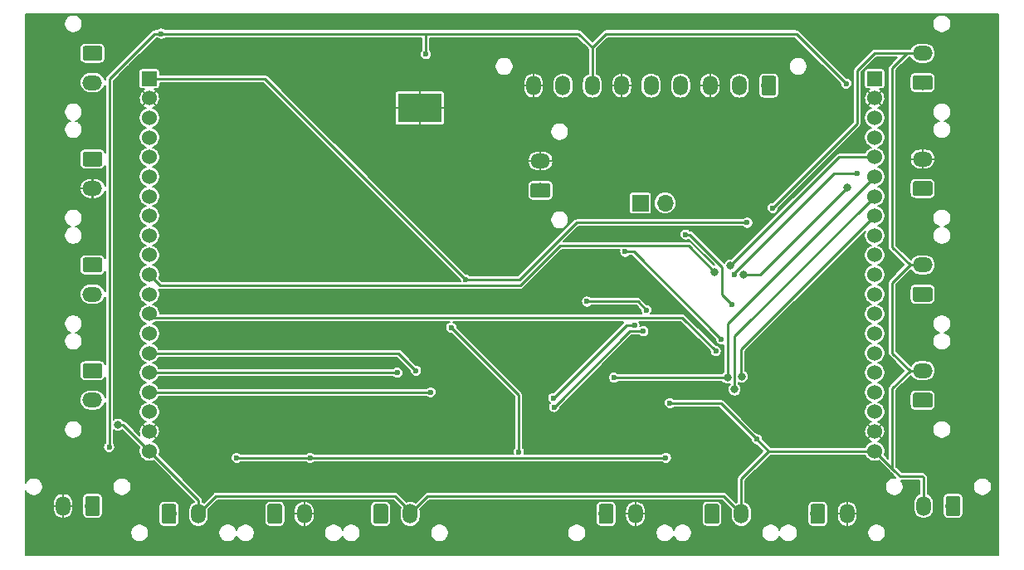
<source format=gbr>
G04 #@! TF.GenerationSoftware,KiCad,Pcbnew,(5.1.4)-1*
G04 #@! TF.CreationDate,2021-11-29T21:00:52-05:00*
G04 #@! TF.ProjectId,OpenTelemetry_Aux,4f70656e-5465-46c6-956d-657472795f41,rev?*
G04 #@! TF.SameCoordinates,Original*
G04 #@! TF.FileFunction,Copper,L1,Top*
G04 #@! TF.FilePolarity,Positive*
%FSLAX46Y46*%
G04 Gerber Fmt 4.6, Leading zero omitted, Abs format (unit mm)*
G04 Created by KiCad (PCBNEW (5.1.4)-1) date 2021-11-29 21:00:52*
%MOMM*%
%LPD*%
G04 APERTURE LIST*
%ADD10O,2.020000X1.500000*%
%ADD11C,0.100000*%
%ADD12C,1.500000*%
%ADD13O,1.500000X2.020000*%
%ADD14O,1.700000X1.700000*%
%ADD15R,1.700000X1.700000*%
%ADD16R,1.524000X1.524000*%
%ADD17C,1.524000*%
%ADD18C,0.600000*%
%ADD19R,4.500000X2.950000*%
%ADD20C,0.800000*%
%ADD21C,0.250000*%
%ADD22C,0.200000*%
G04 APERTURE END LIST*
D10*
X171700000Y-79800000D03*
D11*
G36*
X172484504Y-82051204D02*
G01*
X172508773Y-82054804D01*
X172532571Y-82060765D01*
X172555671Y-82069030D01*
X172577849Y-82079520D01*
X172598893Y-82092133D01*
X172618598Y-82106747D01*
X172636777Y-82123223D01*
X172653253Y-82141402D01*
X172667867Y-82161107D01*
X172680480Y-82182151D01*
X172690970Y-82204329D01*
X172699235Y-82227429D01*
X172705196Y-82251227D01*
X172708796Y-82275496D01*
X172710000Y-82300000D01*
X172710000Y-83300000D01*
X172708796Y-83324504D01*
X172705196Y-83348773D01*
X172699235Y-83372571D01*
X172690970Y-83395671D01*
X172680480Y-83417849D01*
X172667867Y-83438893D01*
X172653253Y-83458598D01*
X172636777Y-83476777D01*
X172618598Y-83493253D01*
X172598893Y-83507867D01*
X172577849Y-83520480D01*
X172555671Y-83530970D01*
X172532571Y-83539235D01*
X172508773Y-83545196D01*
X172484504Y-83548796D01*
X172460000Y-83550000D01*
X170940000Y-83550000D01*
X170915496Y-83548796D01*
X170891227Y-83545196D01*
X170867429Y-83539235D01*
X170844329Y-83530970D01*
X170822151Y-83520480D01*
X170801107Y-83507867D01*
X170781402Y-83493253D01*
X170763223Y-83476777D01*
X170746747Y-83458598D01*
X170732133Y-83438893D01*
X170719520Y-83417849D01*
X170709030Y-83395671D01*
X170700765Y-83372571D01*
X170694804Y-83348773D01*
X170691204Y-83324504D01*
X170690000Y-83300000D01*
X170690000Y-82300000D01*
X170691204Y-82275496D01*
X170694804Y-82251227D01*
X170700765Y-82227429D01*
X170709030Y-82204329D01*
X170719520Y-82182151D01*
X170732133Y-82161107D01*
X170746747Y-82141402D01*
X170763223Y-82123223D01*
X170781402Y-82106747D01*
X170801107Y-82092133D01*
X170822151Y-82079520D01*
X170844329Y-82069030D01*
X170867429Y-82060765D01*
X170891227Y-82054804D01*
X170915496Y-82051204D01*
X170940000Y-82050000D01*
X172460000Y-82050000D01*
X172484504Y-82051204D01*
X172484504Y-82051204D01*
G37*
D12*
X171700000Y-82800000D03*
D13*
X158400000Y-115800000D03*
D11*
G36*
X155924504Y-114791204D02*
G01*
X155948773Y-114794804D01*
X155972571Y-114800765D01*
X155995671Y-114809030D01*
X156017849Y-114819520D01*
X156038893Y-114832133D01*
X156058598Y-114846747D01*
X156076777Y-114863223D01*
X156093253Y-114881402D01*
X156107867Y-114901107D01*
X156120480Y-114922151D01*
X156130970Y-114944329D01*
X156139235Y-114967429D01*
X156145196Y-114991227D01*
X156148796Y-115015496D01*
X156150000Y-115040000D01*
X156150000Y-116560000D01*
X156148796Y-116584504D01*
X156145196Y-116608773D01*
X156139235Y-116632571D01*
X156130970Y-116655671D01*
X156120480Y-116677849D01*
X156107867Y-116698893D01*
X156093253Y-116718598D01*
X156076777Y-116736777D01*
X156058598Y-116753253D01*
X156038893Y-116767867D01*
X156017849Y-116780480D01*
X155995671Y-116790970D01*
X155972571Y-116799235D01*
X155948773Y-116805196D01*
X155924504Y-116808796D01*
X155900000Y-116810000D01*
X154900000Y-116810000D01*
X154875496Y-116808796D01*
X154851227Y-116805196D01*
X154827429Y-116799235D01*
X154804329Y-116790970D01*
X154782151Y-116780480D01*
X154761107Y-116767867D01*
X154741402Y-116753253D01*
X154723223Y-116736777D01*
X154706747Y-116718598D01*
X154692133Y-116698893D01*
X154679520Y-116677849D01*
X154669030Y-116655671D01*
X154660765Y-116632571D01*
X154654804Y-116608773D01*
X154651204Y-116584504D01*
X154650000Y-116560000D01*
X154650000Y-115040000D01*
X154651204Y-115015496D01*
X154654804Y-114991227D01*
X154660765Y-114967429D01*
X154669030Y-114944329D01*
X154679520Y-114922151D01*
X154692133Y-114901107D01*
X154706747Y-114881402D01*
X154723223Y-114863223D01*
X154741402Y-114846747D01*
X154761107Y-114832133D01*
X154782151Y-114819520D01*
X154804329Y-114809030D01*
X154827429Y-114800765D01*
X154851227Y-114794804D01*
X154875496Y-114791204D01*
X154900000Y-114790000D01*
X155900000Y-114790000D01*
X155924504Y-114791204D01*
X155924504Y-114791204D01*
G37*
D12*
X155400000Y-115800000D03*
D13*
X171000000Y-72100000D03*
X174000000Y-72100000D03*
X177000000Y-72100000D03*
X180000000Y-72100000D03*
X183000000Y-72100000D03*
X186000000Y-72100000D03*
X189000000Y-72100000D03*
X192000000Y-72100000D03*
D11*
G36*
X195524504Y-71091204D02*
G01*
X195548773Y-71094804D01*
X195572571Y-71100765D01*
X195595671Y-71109030D01*
X195617849Y-71119520D01*
X195638893Y-71132133D01*
X195658598Y-71146747D01*
X195676777Y-71163223D01*
X195693253Y-71181402D01*
X195707867Y-71201107D01*
X195720480Y-71222151D01*
X195730970Y-71244329D01*
X195739235Y-71267429D01*
X195745196Y-71291227D01*
X195748796Y-71315496D01*
X195750000Y-71340000D01*
X195750000Y-72860000D01*
X195748796Y-72884504D01*
X195745196Y-72908773D01*
X195739235Y-72932571D01*
X195730970Y-72955671D01*
X195720480Y-72977849D01*
X195707867Y-72998893D01*
X195693253Y-73018598D01*
X195676777Y-73036777D01*
X195658598Y-73053253D01*
X195638893Y-73067867D01*
X195617849Y-73080480D01*
X195595671Y-73090970D01*
X195572571Y-73099235D01*
X195548773Y-73105196D01*
X195524504Y-73108796D01*
X195500000Y-73110000D01*
X194500000Y-73110000D01*
X194475496Y-73108796D01*
X194451227Y-73105196D01*
X194427429Y-73099235D01*
X194404329Y-73090970D01*
X194382151Y-73080480D01*
X194361107Y-73067867D01*
X194341402Y-73053253D01*
X194323223Y-73036777D01*
X194306747Y-73018598D01*
X194292133Y-72998893D01*
X194279520Y-72977849D01*
X194269030Y-72955671D01*
X194260765Y-72932571D01*
X194254804Y-72908773D01*
X194251204Y-72884504D01*
X194250000Y-72860000D01*
X194250000Y-71340000D01*
X194251204Y-71315496D01*
X194254804Y-71291227D01*
X194260765Y-71267429D01*
X194269030Y-71244329D01*
X194279520Y-71222151D01*
X194292133Y-71201107D01*
X194306747Y-71181402D01*
X194323223Y-71163223D01*
X194341402Y-71146747D01*
X194361107Y-71132133D01*
X194382151Y-71119520D01*
X194404329Y-71109030D01*
X194427429Y-71100765D01*
X194451227Y-71094804D01*
X194475496Y-71091204D01*
X194500000Y-71090000D01*
X195500000Y-71090000D01*
X195524504Y-71091204D01*
X195524504Y-71091204D01*
G37*
D12*
X195000000Y-72100000D03*
D13*
X192200000Y-115800000D03*
D11*
G36*
X189724504Y-114791204D02*
G01*
X189748773Y-114794804D01*
X189772571Y-114800765D01*
X189795671Y-114809030D01*
X189817849Y-114819520D01*
X189838893Y-114832133D01*
X189858598Y-114846747D01*
X189876777Y-114863223D01*
X189893253Y-114881402D01*
X189907867Y-114901107D01*
X189920480Y-114922151D01*
X189930970Y-114944329D01*
X189939235Y-114967429D01*
X189945196Y-114991227D01*
X189948796Y-115015496D01*
X189950000Y-115040000D01*
X189950000Y-116560000D01*
X189948796Y-116584504D01*
X189945196Y-116608773D01*
X189939235Y-116632571D01*
X189930970Y-116655671D01*
X189920480Y-116677849D01*
X189907867Y-116698893D01*
X189893253Y-116718598D01*
X189876777Y-116736777D01*
X189858598Y-116753253D01*
X189838893Y-116767867D01*
X189817849Y-116780480D01*
X189795671Y-116790970D01*
X189772571Y-116799235D01*
X189748773Y-116805196D01*
X189724504Y-116808796D01*
X189700000Y-116810000D01*
X188700000Y-116810000D01*
X188675496Y-116808796D01*
X188651227Y-116805196D01*
X188627429Y-116799235D01*
X188604329Y-116790970D01*
X188582151Y-116780480D01*
X188561107Y-116767867D01*
X188541402Y-116753253D01*
X188523223Y-116736777D01*
X188506747Y-116718598D01*
X188492133Y-116698893D01*
X188479520Y-116677849D01*
X188469030Y-116655671D01*
X188460765Y-116632571D01*
X188454804Y-116608773D01*
X188451204Y-116584504D01*
X188450000Y-116560000D01*
X188450000Y-115040000D01*
X188451204Y-115015496D01*
X188454804Y-114991227D01*
X188460765Y-114967429D01*
X188469030Y-114944329D01*
X188479520Y-114922151D01*
X188492133Y-114901107D01*
X188506747Y-114881402D01*
X188523223Y-114863223D01*
X188541402Y-114846747D01*
X188561107Y-114832133D01*
X188582151Y-114819520D01*
X188604329Y-114809030D01*
X188627429Y-114800765D01*
X188651227Y-114794804D01*
X188675496Y-114791204D01*
X188700000Y-114790000D01*
X189700000Y-114790000D01*
X189724504Y-114791204D01*
X189724504Y-114791204D01*
G37*
D12*
X189200000Y-115800000D03*
D13*
X136800000Y-115800000D03*
D11*
G36*
X134324504Y-114791204D02*
G01*
X134348773Y-114794804D01*
X134372571Y-114800765D01*
X134395671Y-114809030D01*
X134417849Y-114819520D01*
X134438893Y-114832133D01*
X134458598Y-114846747D01*
X134476777Y-114863223D01*
X134493253Y-114881402D01*
X134507867Y-114901107D01*
X134520480Y-114922151D01*
X134530970Y-114944329D01*
X134539235Y-114967429D01*
X134545196Y-114991227D01*
X134548796Y-115015496D01*
X134550000Y-115040000D01*
X134550000Y-116560000D01*
X134548796Y-116584504D01*
X134545196Y-116608773D01*
X134539235Y-116632571D01*
X134530970Y-116655671D01*
X134520480Y-116677849D01*
X134507867Y-116698893D01*
X134493253Y-116718598D01*
X134476777Y-116736777D01*
X134458598Y-116753253D01*
X134438893Y-116767867D01*
X134417849Y-116780480D01*
X134395671Y-116790970D01*
X134372571Y-116799235D01*
X134348773Y-116805196D01*
X134324504Y-116808796D01*
X134300000Y-116810000D01*
X133300000Y-116810000D01*
X133275496Y-116808796D01*
X133251227Y-116805196D01*
X133227429Y-116799235D01*
X133204329Y-116790970D01*
X133182151Y-116780480D01*
X133161107Y-116767867D01*
X133141402Y-116753253D01*
X133123223Y-116736777D01*
X133106747Y-116718598D01*
X133092133Y-116698893D01*
X133079520Y-116677849D01*
X133069030Y-116655671D01*
X133060765Y-116632571D01*
X133054804Y-116608773D01*
X133051204Y-116584504D01*
X133050000Y-116560000D01*
X133050000Y-115040000D01*
X133051204Y-115015496D01*
X133054804Y-114991227D01*
X133060765Y-114967429D01*
X133069030Y-114944329D01*
X133079520Y-114922151D01*
X133092133Y-114901107D01*
X133106747Y-114881402D01*
X133123223Y-114863223D01*
X133141402Y-114846747D01*
X133161107Y-114832133D01*
X133182151Y-114819520D01*
X133204329Y-114809030D01*
X133227429Y-114800765D01*
X133251227Y-114794804D01*
X133275496Y-114791204D01*
X133300000Y-114790000D01*
X134300000Y-114790000D01*
X134324504Y-114791204D01*
X134324504Y-114791204D01*
G37*
D12*
X133800000Y-115800000D03*
D13*
X181400000Y-115800000D03*
D11*
G36*
X178924504Y-114791204D02*
G01*
X178948773Y-114794804D01*
X178972571Y-114800765D01*
X178995671Y-114809030D01*
X179017849Y-114819520D01*
X179038893Y-114832133D01*
X179058598Y-114846747D01*
X179076777Y-114863223D01*
X179093253Y-114881402D01*
X179107867Y-114901107D01*
X179120480Y-114922151D01*
X179130970Y-114944329D01*
X179139235Y-114967429D01*
X179145196Y-114991227D01*
X179148796Y-115015496D01*
X179150000Y-115040000D01*
X179150000Y-116560000D01*
X179148796Y-116584504D01*
X179145196Y-116608773D01*
X179139235Y-116632571D01*
X179130970Y-116655671D01*
X179120480Y-116677849D01*
X179107867Y-116698893D01*
X179093253Y-116718598D01*
X179076777Y-116736777D01*
X179058598Y-116753253D01*
X179038893Y-116767867D01*
X179017849Y-116780480D01*
X178995671Y-116790970D01*
X178972571Y-116799235D01*
X178948773Y-116805196D01*
X178924504Y-116808796D01*
X178900000Y-116810000D01*
X177900000Y-116810000D01*
X177875496Y-116808796D01*
X177851227Y-116805196D01*
X177827429Y-116799235D01*
X177804329Y-116790970D01*
X177782151Y-116780480D01*
X177761107Y-116767867D01*
X177741402Y-116753253D01*
X177723223Y-116736777D01*
X177706747Y-116718598D01*
X177692133Y-116698893D01*
X177679520Y-116677849D01*
X177669030Y-116655671D01*
X177660765Y-116632571D01*
X177654804Y-116608773D01*
X177651204Y-116584504D01*
X177650000Y-116560000D01*
X177650000Y-115040000D01*
X177651204Y-115015496D01*
X177654804Y-114991227D01*
X177660765Y-114967429D01*
X177669030Y-114944329D01*
X177679520Y-114922151D01*
X177692133Y-114901107D01*
X177706747Y-114881402D01*
X177723223Y-114863223D01*
X177741402Y-114846747D01*
X177761107Y-114832133D01*
X177782151Y-114819520D01*
X177804329Y-114809030D01*
X177827429Y-114800765D01*
X177851227Y-114794804D01*
X177875496Y-114791204D01*
X177900000Y-114790000D01*
X178900000Y-114790000D01*
X178924504Y-114791204D01*
X178924504Y-114791204D01*
G37*
D12*
X178400000Y-115800000D03*
D10*
X210700000Y-101200000D03*
D11*
G36*
X211484504Y-103451204D02*
G01*
X211508773Y-103454804D01*
X211532571Y-103460765D01*
X211555671Y-103469030D01*
X211577849Y-103479520D01*
X211598893Y-103492133D01*
X211618598Y-103506747D01*
X211636777Y-103523223D01*
X211653253Y-103541402D01*
X211667867Y-103561107D01*
X211680480Y-103582151D01*
X211690970Y-103604329D01*
X211699235Y-103627429D01*
X211705196Y-103651227D01*
X211708796Y-103675496D01*
X211710000Y-103700000D01*
X211710000Y-104700000D01*
X211708796Y-104724504D01*
X211705196Y-104748773D01*
X211699235Y-104772571D01*
X211690970Y-104795671D01*
X211680480Y-104817849D01*
X211667867Y-104838893D01*
X211653253Y-104858598D01*
X211636777Y-104876777D01*
X211618598Y-104893253D01*
X211598893Y-104907867D01*
X211577849Y-104920480D01*
X211555671Y-104930970D01*
X211532571Y-104939235D01*
X211508773Y-104945196D01*
X211484504Y-104948796D01*
X211460000Y-104950000D01*
X209940000Y-104950000D01*
X209915496Y-104948796D01*
X209891227Y-104945196D01*
X209867429Y-104939235D01*
X209844329Y-104930970D01*
X209822151Y-104920480D01*
X209801107Y-104907867D01*
X209781402Y-104893253D01*
X209763223Y-104876777D01*
X209746747Y-104858598D01*
X209732133Y-104838893D01*
X209719520Y-104817849D01*
X209709030Y-104795671D01*
X209700765Y-104772571D01*
X209694804Y-104748773D01*
X209691204Y-104724504D01*
X209690000Y-104700000D01*
X209690000Y-103700000D01*
X209691204Y-103675496D01*
X209694804Y-103651227D01*
X209700765Y-103627429D01*
X209709030Y-103604329D01*
X209719520Y-103582151D01*
X209732133Y-103561107D01*
X209746747Y-103541402D01*
X209763223Y-103523223D01*
X209781402Y-103506747D01*
X209801107Y-103492133D01*
X209822151Y-103479520D01*
X209844329Y-103469030D01*
X209867429Y-103460765D01*
X209891227Y-103454804D01*
X209915496Y-103451204D01*
X209940000Y-103450000D01*
X211460000Y-103450000D01*
X211484504Y-103451204D01*
X211484504Y-103451204D01*
G37*
D12*
X210700000Y-104200000D03*
D13*
X147600000Y-115800000D03*
D11*
G36*
X145124504Y-114791204D02*
G01*
X145148773Y-114794804D01*
X145172571Y-114800765D01*
X145195671Y-114809030D01*
X145217849Y-114819520D01*
X145238893Y-114832133D01*
X145258598Y-114846747D01*
X145276777Y-114863223D01*
X145293253Y-114881402D01*
X145307867Y-114901107D01*
X145320480Y-114922151D01*
X145330970Y-114944329D01*
X145339235Y-114967429D01*
X145345196Y-114991227D01*
X145348796Y-115015496D01*
X145350000Y-115040000D01*
X145350000Y-116560000D01*
X145348796Y-116584504D01*
X145345196Y-116608773D01*
X145339235Y-116632571D01*
X145330970Y-116655671D01*
X145320480Y-116677849D01*
X145307867Y-116698893D01*
X145293253Y-116718598D01*
X145276777Y-116736777D01*
X145258598Y-116753253D01*
X145238893Y-116767867D01*
X145217849Y-116780480D01*
X145195671Y-116790970D01*
X145172571Y-116799235D01*
X145148773Y-116805196D01*
X145124504Y-116808796D01*
X145100000Y-116810000D01*
X144100000Y-116810000D01*
X144075496Y-116808796D01*
X144051227Y-116805196D01*
X144027429Y-116799235D01*
X144004329Y-116790970D01*
X143982151Y-116780480D01*
X143961107Y-116767867D01*
X143941402Y-116753253D01*
X143923223Y-116736777D01*
X143906747Y-116718598D01*
X143892133Y-116698893D01*
X143879520Y-116677849D01*
X143869030Y-116655671D01*
X143860765Y-116632571D01*
X143854804Y-116608773D01*
X143851204Y-116584504D01*
X143850000Y-116560000D01*
X143850000Y-115040000D01*
X143851204Y-115015496D01*
X143854804Y-114991227D01*
X143860765Y-114967429D01*
X143869030Y-114944329D01*
X143879520Y-114922151D01*
X143892133Y-114901107D01*
X143906747Y-114881402D01*
X143923223Y-114863223D01*
X143941402Y-114846747D01*
X143961107Y-114832133D01*
X143982151Y-114819520D01*
X144004329Y-114809030D01*
X144027429Y-114800765D01*
X144051227Y-114794804D01*
X144075496Y-114791204D01*
X144100000Y-114790000D01*
X145100000Y-114790000D01*
X145124504Y-114791204D01*
X145124504Y-114791204D01*
G37*
D12*
X144600000Y-115800000D03*
D10*
X126000000Y-104200000D03*
D11*
G36*
X126784504Y-100451204D02*
G01*
X126808773Y-100454804D01*
X126832571Y-100460765D01*
X126855671Y-100469030D01*
X126877849Y-100479520D01*
X126898893Y-100492133D01*
X126918598Y-100506747D01*
X126936777Y-100523223D01*
X126953253Y-100541402D01*
X126967867Y-100561107D01*
X126980480Y-100582151D01*
X126990970Y-100604329D01*
X126999235Y-100627429D01*
X127005196Y-100651227D01*
X127008796Y-100675496D01*
X127010000Y-100700000D01*
X127010000Y-101700000D01*
X127008796Y-101724504D01*
X127005196Y-101748773D01*
X126999235Y-101772571D01*
X126990970Y-101795671D01*
X126980480Y-101817849D01*
X126967867Y-101838893D01*
X126953253Y-101858598D01*
X126936777Y-101876777D01*
X126918598Y-101893253D01*
X126898893Y-101907867D01*
X126877849Y-101920480D01*
X126855671Y-101930970D01*
X126832571Y-101939235D01*
X126808773Y-101945196D01*
X126784504Y-101948796D01*
X126760000Y-101950000D01*
X125240000Y-101950000D01*
X125215496Y-101948796D01*
X125191227Y-101945196D01*
X125167429Y-101939235D01*
X125144329Y-101930970D01*
X125122151Y-101920480D01*
X125101107Y-101907867D01*
X125081402Y-101893253D01*
X125063223Y-101876777D01*
X125046747Y-101858598D01*
X125032133Y-101838893D01*
X125019520Y-101817849D01*
X125009030Y-101795671D01*
X125000765Y-101772571D01*
X124994804Y-101748773D01*
X124991204Y-101724504D01*
X124990000Y-101700000D01*
X124990000Y-100700000D01*
X124991204Y-100675496D01*
X124994804Y-100651227D01*
X125000765Y-100627429D01*
X125009030Y-100604329D01*
X125019520Y-100582151D01*
X125032133Y-100561107D01*
X125046747Y-100541402D01*
X125063223Y-100523223D01*
X125081402Y-100506747D01*
X125101107Y-100492133D01*
X125122151Y-100479520D01*
X125144329Y-100469030D01*
X125167429Y-100460765D01*
X125191227Y-100454804D01*
X125215496Y-100451204D01*
X125240000Y-100450000D01*
X126760000Y-100450000D01*
X126784504Y-100451204D01*
X126784504Y-100451204D01*
G37*
D12*
X126000000Y-101200000D03*
D10*
X126000000Y-93400000D03*
D11*
G36*
X126784504Y-89651204D02*
G01*
X126808773Y-89654804D01*
X126832571Y-89660765D01*
X126855671Y-89669030D01*
X126877849Y-89679520D01*
X126898893Y-89692133D01*
X126918598Y-89706747D01*
X126936777Y-89723223D01*
X126953253Y-89741402D01*
X126967867Y-89761107D01*
X126980480Y-89782151D01*
X126990970Y-89804329D01*
X126999235Y-89827429D01*
X127005196Y-89851227D01*
X127008796Y-89875496D01*
X127010000Y-89900000D01*
X127010000Y-90900000D01*
X127008796Y-90924504D01*
X127005196Y-90948773D01*
X126999235Y-90972571D01*
X126990970Y-90995671D01*
X126980480Y-91017849D01*
X126967867Y-91038893D01*
X126953253Y-91058598D01*
X126936777Y-91076777D01*
X126918598Y-91093253D01*
X126898893Y-91107867D01*
X126877849Y-91120480D01*
X126855671Y-91130970D01*
X126832571Y-91139235D01*
X126808773Y-91145196D01*
X126784504Y-91148796D01*
X126760000Y-91150000D01*
X125240000Y-91150000D01*
X125215496Y-91148796D01*
X125191227Y-91145196D01*
X125167429Y-91139235D01*
X125144329Y-91130970D01*
X125122151Y-91120480D01*
X125101107Y-91107867D01*
X125081402Y-91093253D01*
X125063223Y-91076777D01*
X125046747Y-91058598D01*
X125032133Y-91038893D01*
X125019520Y-91017849D01*
X125009030Y-90995671D01*
X125000765Y-90972571D01*
X124994804Y-90948773D01*
X124991204Y-90924504D01*
X124990000Y-90900000D01*
X124990000Y-89900000D01*
X124991204Y-89875496D01*
X124994804Y-89851227D01*
X125000765Y-89827429D01*
X125009030Y-89804329D01*
X125019520Y-89782151D01*
X125032133Y-89761107D01*
X125046747Y-89741402D01*
X125063223Y-89723223D01*
X125081402Y-89706747D01*
X125101107Y-89692133D01*
X125122151Y-89679520D01*
X125144329Y-89669030D01*
X125167429Y-89660765D01*
X125191227Y-89654804D01*
X125215496Y-89651204D01*
X125240000Y-89650000D01*
X126760000Y-89650000D01*
X126784504Y-89651204D01*
X126784504Y-89651204D01*
G37*
D12*
X126000000Y-90400000D03*
D13*
X123000000Y-115000000D03*
D11*
G36*
X126524504Y-113991204D02*
G01*
X126548773Y-113994804D01*
X126572571Y-114000765D01*
X126595671Y-114009030D01*
X126617849Y-114019520D01*
X126638893Y-114032133D01*
X126658598Y-114046747D01*
X126676777Y-114063223D01*
X126693253Y-114081402D01*
X126707867Y-114101107D01*
X126720480Y-114122151D01*
X126730970Y-114144329D01*
X126739235Y-114167429D01*
X126745196Y-114191227D01*
X126748796Y-114215496D01*
X126750000Y-114240000D01*
X126750000Y-115760000D01*
X126748796Y-115784504D01*
X126745196Y-115808773D01*
X126739235Y-115832571D01*
X126730970Y-115855671D01*
X126720480Y-115877849D01*
X126707867Y-115898893D01*
X126693253Y-115918598D01*
X126676777Y-115936777D01*
X126658598Y-115953253D01*
X126638893Y-115967867D01*
X126617849Y-115980480D01*
X126595671Y-115990970D01*
X126572571Y-115999235D01*
X126548773Y-116005196D01*
X126524504Y-116008796D01*
X126500000Y-116010000D01*
X125500000Y-116010000D01*
X125475496Y-116008796D01*
X125451227Y-116005196D01*
X125427429Y-115999235D01*
X125404329Y-115990970D01*
X125382151Y-115980480D01*
X125361107Y-115967867D01*
X125341402Y-115953253D01*
X125323223Y-115936777D01*
X125306747Y-115918598D01*
X125292133Y-115898893D01*
X125279520Y-115877849D01*
X125269030Y-115855671D01*
X125260765Y-115832571D01*
X125254804Y-115808773D01*
X125251204Y-115784504D01*
X125250000Y-115760000D01*
X125250000Y-114240000D01*
X125251204Y-114215496D01*
X125254804Y-114191227D01*
X125260765Y-114167429D01*
X125269030Y-114144329D01*
X125279520Y-114122151D01*
X125292133Y-114101107D01*
X125306747Y-114081402D01*
X125323223Y-114063223D01*
X125341402Y-114046747D01*
X125361107Y-114032133D01*
X125382151Y-114019520D01*
X125404329Y-114009030D01*
X125427429Y-114000765D01*
X125451227Y-113994804D01*
X125475496Y-113991204D01*
X125500000Y-113990000D01*
X126500000Y-113990000D01*
X126524504Y-113991204D01*
X126524504Y-113991204D01*
G37*
D12*
X126000000Y-115000000D03*
D10*
X210700000Y-90400000D03*
D11*
G36*
X211484504Y-92651204D02*
G01*
X211508773Y-92654804D01*
X211532571Y-92660765D01*
X211555671Y-92669030D01*
X211577849Y-92679520D01*
X211598893Y-92692133D01*
X211618598Y-92706747D01*
X211636777Y-92723223D01*
X211653253Y-92741402D01*
X211667867Y-92761107D01*
X211680480Y-92782151D01*
X211690970Y-92804329D01*
X211699235Y-92827429D01*
X211705196Y-92851227D01*
X211708796Y-92875496D01*
X211710000Y-92900000D01*
X211710000Y-93900000D01*
X211708796Y-93924504D01*
X211705196Y-93948773D01*
X211699235Y-93972571D01*
X211690970Y-93995671D01*
X211680480Y-94017849D01*
X211667867Y-94038893D01*
X211653253Y-94058598D01*
X211636777Y-94076777D01*
X211618598Y-94093253D01*
X211598893Y-94107867D01*
X211577849Y-94120480D01*
X211555671Y-94130970D01*
X211532571Y-94139235D01*
X211508773Y-94145196D01*
X211484504Y-94148796D01*
X211460000Y-94150000D01*
X209940000Y-94150000D01*
X209915496Y-94148796D01*
X209891227Y-94145196D01*
X209867429Y-94139235D01*
X209844329Y-94130970D01*
X209822151Y-94120480D01*
X209801107Y-94107867D01*
X209781402Y-94093253D01*
X209763223Y-94076777D01*
X209746747Y-94058598D01*
X209732133Y-94038893D01*
X209719520Y-94017849D01*
X209709030Y-93995671D01*
X209700765Y-93972571D01*
X209694804Y-93948773D01*
X209691204Y-93924504D01*
X209690000Y-93900000D01*
X209690000Y-92900000D01*
X209691204Y-92875496D01*
X209694804Y-92851227D01*
X209700765Y-92827429D01*
X209709030Y-92804329D01*
X209719520Y-92782151D01*
X209732133Y-92761107D01*
X209746747Y-92741402D01*
X209763223Y-92723223D01*
X209781402Y-92706747D01*
X209801107Y-92692133D01*
X209822151Y-92679520D01*
X209844329Y-92669030D01*
X209867429Y-92660765D01*
X209891227Y-92654804D01*
X209915496Y-92651204D01*
X209940000Y-92650000D01*
X211460000Y-92650000D01*
X211484504Y-92651204D01*
X211484504Y-92651204D01*
G37*
D12*
X210700000Y-93400000D03*
D13*
X203000000Y-115800000D03*
D11*
G36*
X200524504Y-114791204D02*
G01*
X200548773Y-114794804D01*
X200572571Y-114800765D01*
X200595671Y-114809030D01*
X200617849Y-114819520D01*
X200638893Y-114832133D01*
X200658598Y-114846747D01*
X200676777Y-114863223D01*
X200693253Y-114881402D01*
X200707867Y-114901107D01*
X200720480Y-114922151D01*
X200730970Y-114944329D01*
X200739235Y-114967429D01*
X200745196Y-114991227D01*
X200748796Y-115015496D01*
X200750000Y-115040000D01*
X200750000Y-116560000D01*
X200748796Y-116584504D01*
X200745196Y-116608773D01*
X200739235Y-116632571D01*
X200730970Y-116655671D01*
X200720480Y-116677849D01*
X200707867Y-116698893D01*
X200693253Y-116718598D01*
X200676777Y-116736777D01*
X200658598Y-116753253D01*
X200638893Y-116767867D01*
X200617849Y-116780480D01*
X200595671Y-116790970D01*
X200572571Y-116799235D01*
X200548773Y-116805196D01*
X200524504Y-116808796D01*
X200500000Y-116810000D01*
X199500000Y-116810000D01*
X199475496Y-116808796D01*
X199451227Y-116805196D01*
X199427429Y-116799235D01*
X199404329Y-116790970D01*
X199382151Y-116780480D01*
X199361107Y-116767867D01*
X199341402Y-116753253D01*
X199323223Y-116736777D01*
X199306747Y-116718598D01*
X199292133Y-116698893D01*
X199279520Y-116677849D01*
X199269030Y-116655671D01*
X199260765Y-116632571D01*
X199254804Y-116608773D01*
X199251204Y-116584504D01*
X199250000Y-116560000D01*
X199250000Y-115040000D01*
X199251204Y-115015496D01*
X199254804Y-114991227D01*
X199260765Y-114967429D01*
X199269030Y-114944329D01*
X199279520Y-114922151D01*
X199292133Y-114901107D01*
X199306747Y-114881402D01*
X199323223Y-114863223D01*
X199341402Y-114846747D01*
X199361107Y-114832133D01*
X199382151Y-114819520D01*
X199404329Y-114809030D01*
X199427429Y-114800765D01*
X199451227Y-114794804D01*
X199475496Y-114791204D01*
X199500000Y-114790000D01*
X200500000Y-114790000D01*
X200524504Y-114791204D01*
X200524504Y-114791204D01*
G37*
D12*
X200000000Y-115800000D03*
D13*
X210800000Y-115000000D03*
D11*
G36*
X214324504Y-113991204D02*
G01*
X214348773Y-113994804D01*
X214372571Y-114000765D01*
X214395671Y-114009030D01*
X214417849Y-114019520D01*
X214438893Y-114032133D01*
X214458598Y-114046747D01*
X214476777Y-114063223D01*
X214493253Y-114081402D01*
X214507867Y-114101107D01*
X214520480Y-114122151D01*
X214530970Y-114144329D01*
X214539235Y-114167429D01*
X214545196Y-114191227D01*
X214548796Y-114215496D01*
X214550000Y-114240000D01*
X214550000Y-115760000D01*
X214548796Y-115784504D01*
X214545196Y-115808773D01*
X214539235Y-115832571D01*
X214530970Y-115855671D01*
X214520480Y-115877849D01*
X214507867Y-115898893D01*
X214493253Y-115918598D01*
X214476777Y-115936777D01*
X214458598Y-115953253D01*
X214438893Y-115967867D01*
X214417849Y-115980480D01*
X214395671Y-115990970D01*
X214372571Y-115999235D01*
X214348773Y-116005196D01*
X214324504Y-116008796D01*
X214300000Y-116010000D01*
X213300000Y-116010000D01*
X213275496Y-116008796D01*
X213251227Y-116005196D01*
X213227429Y-115999235D01*
X213204329Y-115990970D01*
X213182151Y-115980480D01*
X213161107Y-115967867D01*
X213141402Y-115953253D01*
X213123223Y-115936777D01*
X213106747Y-115918598D01*
X213092133Y-115898893D01*
X213079520Y-115877849D01*
X213069030Y-115855671D01*
X213060765Y-115832571D01*
X213054804Y-115808773D01*
X213051204Y-115784504D01*
X213050000Y-115760000D01*
X213050000Y-114240000D01*
X213051204Y-114215496D01*
X213054804Y-114191227D01*
X213060765Y-114167429D01*
X213069030Y-114144329D01*
X213079520Y-114122151D01*
X213092133Y-114101107D01*
X213106747Y-114081402D01*
X213123223Y-114063223D01*
X213141402Y-114046747D01*
X213161107Y-114032133D01*
X213182151Y-114019520D01*
X213204329Y-114009030D01*
X213227429Y-114000765D01*
X213251227Y-113994804D01*
X213275496Y-113991204D01*
X213300000Y-113990000D01*
X214300000Y-113990000D01*
X214324504Y-113991204D01*
X214324504Y-113991204D01*
G37*
D12*
X213800000Y-115000000D03*
D10*
X210700000Y-79600000D03*
D11*
G36*
X211484504Y-81851204D02*
G01*
X211508773Y-81854804D01*
X211532571Y-81860765D01*
X211555671Y-81869030D01*
X211577849Y-81879520D01*
X211598893Y-81892133D01*
X211618598Y-81906747D01*
X211636777Y-81923223D01*
X211653253Y-81941402D01*
X211667867Y-81961107D01*
X211680480Y-81982151D01*
X211690970Y-82004329D01*
X211699235Y-82027429D01*
X211705196Y-82051227D01*
X211708796Y-82075496D01*
X211710000Y-82100000D01*
X211710000Y-83100000D01*
X211708796Y-83124504D01*
X211705196Y-83148773D01*
X211699235Y-83172571D01*
X211690970Y-83195671D01*
X211680480Y-83217849D01*
X211667867Y-83238893D01*
X211653253Y-83258598D01*
X211636777Y-83276777D01*
X211618598Y-83293253D01*
X211598893Y-83307867D01*
X211577849Y-83320480D01*
X211555671Y-83330970D01*
X211532571Y-83339235D01*
X211508773Y-83345196D01*
X211484504Y-83348796D01*
X211460000Y-83350000D01*
X209940000Y-83350000D01*
X209915496Y-83348796D01*
X209891227Y-83345196D01*
X209867429Y-83339235D01*
X209844329Y-83330970D01*
X209822151Y-83320480D01*
X209801107Y-83307867D01*
X209781402Y-83293253D01*
X209763223Y-83276777D01*
X209746747Y-83258598D01*
X209732133Y-83238893D01*
X209719520Y-83217849D01*
X209709030Y-83195671D01*
X209700765Y-83172571D01*
X209694804Y-83148773D01*
X209691204Y-83124504D01*
X209690000Y-83100000D01*
X209690000Y-82100000D01*
X209691204Y-82075496D01*
X209694804Y-82051227D01*
X209700765Y-82027429D01*
X209709030Y-82004329D01*
X209719520Y-81982151D01*
X209732133Y-81961107D01*
X209746747Y-81941402D01*
X209763223Y-81923223D01*
X209781402Y-81906747D01*
X209801107Y-81892133D01*
X209822151Y-81879520D01*
X209844329Y-81869030D01*
X209867429Y-81860765D01*
X209891227Y-81854804D01*
X209915496Y-81851204D01*
X209940000Y-81850000D01*
X211460000Y-81850000D01*
X211484504Y-81851204D01*
X211484504Y-81851204D01*
G37*
D12*
X210700000Y-82600000D03*
D10*
X210700000Y-68800000D03*
D11*
G36*
X211484504Y-71051204D02*
G01*
X211508773Y-71054804D01*
X211532571Y-71060765D01*
X211555671Y-71069030D01*
X211577849Y-71079520D01*
X211598893Y-71092133D01*
X211618598Y-71106747D01*
X211636777Y-71123223D01*
X211653253Y-71141402D01*
X211667867Y-71161107D01*
X211680480Y-71182151D01*
X211690970Y-71204329D01*
X211699235Y-71227429D01*
X211705196Y-71251227D01*
X211708796Y-71275496D01*
X211710000Y-71300000D01*
X211710000Y-72300000D01*
X211708796Y-72324504D01*
X211705196Y-72348773D01*
X211699235Y-72372571D01*
X211690970Y-72395671D01*
X211680480Y-72417849D01*
X211667867Y-72438893D01*
X211653253Y-72458598D01*
X211636777Y-72476777D01*
X211618598Y-72493253D01*
X211598893Y-72507867D01*
X211577849Y-72520480D01*
X211555671Y-72530970D01*
X211532571Y-72539235D01*
X211508773Y-72545196D01*
X211484504Y-72548796D01*
X211460000Y-72550000D01*
X209940000Y-72550000D01*
X209915496Y-72548796D01*
X209891227Y-72545196D01*
X209867429Y-72539235D01*
X209844329Y-72530970D01*
X209822151Y-72520480D01*
X209801107Y-72507867D01*
X209781402Y-72493253D01*
X209763223Y-72476777D01*
X209746747Y-72458598D01*
X209732133Y-72438893D01*
X209719520Y-72417849D01*
X209709030Y-72395671D01*
X209700765Y-72372571D01*
X209694804Y-72348773D01*
X209691204Y-72324504D01*
X209690000Y-72300000D01*
X209690000Y-71300000D01*
X209691204Y-71275496D01*
X209694804Y-71251227D01*
X209700765Y-71227429D01*
X209709030Y-71204329D01*
X209719520Y-71182151D01*
X209732133Y-71161107D01*
X209746747Y-71141402D01*
X209763223Y-71123223D01*
X209781402Y-71106747D01*
X209801107Y-71092133D01*
X209822151Y-71079520D01*
X209844329Y-71069030D01*
X209867429Y-71060765D01*
X209891227Y-71054804D01*
X209915496Y-71051204D01*
X209940000Y-71050000D01*
X211460000Y-71050000D01*
X211484504Y-71051204D01*
X211484504Y-71051204D01*
G37*
D12*
X210700000Y-71800000D03*
D10*
X126000000Y-71800000D03*
D11*
G36*
X126784504Y-68051204D02*
G01*
X126808773Y-68054804D01*
X126832571Y-68060765D01*
X126855671Y-68069030D01*
X126877849Y-68079520D01*
X126898893Y-68092133D01*
X126918598Y-68106747D01*
X126936777Y-68123223D01*
X126953253Y-68141402D01*
X126967867Y-68161107D01*
X126980480Y-68182151D01*
X126990970Y-68204329D01*
X126999235Y-68227429D01*
X127005196Y-68251227D01*
X127008796Y-68275496D01*
X127010000Y-68300000D01*
X127010000Y-69300000D01*
X127008796Y-69324504D01*
X127005196Y-69348773D01*
X126999235Y-69372571D01*
X126990970Y-69395671D01*
X126980480Y-69417849D01*
X126967867Y-69438893D01*
X126953253Y-69458598D01*
X126936777Y-69476777D01*
X126918598Y-69493253D01*
X126898893Y-69507867D01*
X126877849Y-69520480D01*
X126855671Y-69530970D01*
X126832571Y-69539235D01*
X126808773Y-69545196D01*
X126784504Y-69548796D01*
X126760000Y-69550000D01*
X125240000Y-69550000D01*
X125215496Y-69548796D01*
X125191227Y-69545196D01*
X125167429Y-69539235D01*
X125144329Y-69530970D01*
X125122151Y-69520480D01*
X125101107Y-69507867D01*
X125081402Y-69493253D01*
X125063223Y-69476777D01*
X125046747Y-69458598D01*
X125032133Y-69438893D01*
X125019520Y-69417849D01*
X125009030Y-69395671D01*
X125000765Y-69372571D01*
X124994804Y-69348773D01*
X124991204Y-69324504D01*
X124990000Y-69300000D01*
X124990000Y-68300000D01*
X124991204Y-68275496D01*
X124994804Y-68251227D01*
X125000765Y-68227429D01*
X125009030Y-68204329D01*
X125019520Y-68182151D01*
X125032133Y-68161107D01*
X125046747Y-68141402D01*
X125063223Y-68123223D01*
X125081402Y-68106747D01*
X125101107Y-68092133D01*
X125122151Y-68079520D01*
X125144329Y-68069030D01*
X125167429Y-68060765D01*
X125191227Y-68054804D01*
X125215496Y-68051204D01*
X125240000Y-68050000D01*
X126760000Y-68050000D01*
X126784504Y-68051204D01*
X126784504Y-68051204D01*
G37*
D12*
X126000000Y-68800000D03*
D10*
X126000000Y-82600000D03*
D11*
G36*
X126784504Y-78851204D02*
G01*
X126808773Y-78854804D01*
X126832571Y-78860765D01*
X126855671Y-78869030D01*
X126877849Y-78879520D01*
X126898893Y-78892133D01*
X126918598Y-78906747D01*
X126936777Y-78923223D01*
X126953253Y-78941402D01*
X126967867Y-78961107D01*
X126980480Y-78982151D01*
X126990970Y-79004329D01*
X126999235Y-79027429D01*
X127005196Y-79051227D01*
X127008796Y-79075496D01*
X127010000Y-79100000D01*
X127010000Y-80100000D01*
X127008796Y-80124504D01*
X127005196Y-80148773D01*
X126999235Y-80172571D01*
X126990970Y-80195671D01*
X126980480Y-80217849D01*
X126967867Y-80238893D01*
X126953253Y-80258598D01*
X126936777Y-80276777D01*
X126918598Y-80293253D01*
X126898893Y-80307867D01*
X126877849Y-80320480D01*
X126855671Y-80330970D01*
X126832571Y-80339235D01*
X126808773Y-80345196D01*
X126784504Y-80348796D01*
X126760000Y-80350000D01*
X125240000Y-80350000D01*
X125215496Y-80348796D01*
X125191227Y-80345196D01*
X125167429Y-80339235D01*
X125144329Y-80330970D01*
X125122151Y-80320480D01*
X125101107Y-80307867D01*
X125081402Y-80293253D01*
X125063223Y-80276777D01*
X125046747Y-80258598D01*
X125032133Y-80238893D01*
X125019520Y-80217849D01*
X125009030Y-80195671D01*
X125000765Y-80172571D01*
X124994804Y-80148773D01*
X124991204Y-80124504D01*
X124990000Y-80100000D01*
X124990000Y-79100000D01*
X124991204Y-79075496D01*
X124994804Y-79051227D01*
X125000765Y-79027429D01*
X125009030Y-79004329D01*
X125019520Y-78982151D01*
X125032133Y-78961107D01*
X125046747Y-78941402D01*
X125063223Y-78923223D01*
X125081402Y-78906747D01*
X125101107Y-78892133D01*
X125122151Y-78879520D01*
X125144329Y-78869030D01*
X125167429Y-78860765D01*
X125191227Y-78854804D01*
X125215496Y-78851204D01*
X125240000Y-78850000D01*
X126760000Y-78850000D01*
X126784504Y-78851204D01*
X126784504Y-78851204D01*
G37*
D12*
X126000000Y-79600000D03*
D14*
X184440000Y-84100000D03*
D15*
X181900000Y-84100000D03*
D16*
X205800000Y-71400000D03*
D17*
X205800000Y-73400000D03*
X205800000Y-75400000D03*
X205800000Y-77400000D03*
X205800000Y-79400000D03*
X205800000Y-81400000D03*
X205800000Y-83400000D03*
X205800000Y-85400000D03*
X205800000Y-87400000D03*
X205800000Y-89400000D03*
X205800000Y-91400000D03*
X205800000Y-93400000D03*
X205800000Y-95400000D03*
X205800000Y-97400000D03*
X205800000Y-99400000D03*
X205800000Y-101400000D03*
X205800000Y-103400000D03*
X205800000Y-105400000D03*
X205800000Y-107400000D03*
X205800000Y-109400000D03*
X131800000Y-109400000D03*
X131800000Y-107400000D03*
X131800000Y-105400000D03*
X131800000Y-103400000D03*
X131800000Y-101400000D03*
X131800000Y-99400000D03*
X131800000Y-97400000D03*
X131800000Y-95400000D03*
X131800000Y-93400000D03*
X131800000Y-91400000D03*
X131800000Y-89400000D03*
X131800000Y-87400000D03*
X131800000Y-85400000D03*
X131800000Y-83400000D03*
X131800000Y-81400000D03*
X131800000Y-79400000D03*
X131800000Y-77400000D03*
X131800000Y-75400000D03*
X131800000Y-73400000D03*
D16*
X131800000Y-71400000D03*
D18*
X157600000Y-73800000D03*
X158700000Y-73800000D03*
X158700000Y-75000000D03*
X157600000Y-75000000D03*
X161200000Y-73800000D03*
X160000000Y-73800000D03*
X160000000Y-75000000D03*
X161200000Y-75000000D03*
D19*
X159400000Y-74400000D03*
D18*
X164000000Y-74400000D03*
X189900000Y-81200000D03*
X193500000Y-76800000D03*
X200300000Y-103900000D03*
X194800000Y-100600000D03*
X196500000Y-104500000D03*
X192800000Y-76000000D03*
X194200000Y-76000000D03*
X193500000Y-75800000D03*
X184700000Y-94000000D03*
X186000000Y-106100000D03*
X193800000Y-108200000D03*
X195400000Y-84600000D03*
X182500000Y-95000000D03*
X176450000Y-94140000D03*
D20*
X128600000Y-106700000D03*
D18*
X184900014Y-104500000D03*
X202900000Y-71900000D03*
X160000000Y-68900000D03*
X184499994Y-110100000D03*
X133000000Y-66800000D03*
X148200006Y-110100000D03*
X140700000Y-110100000D03*
X127700000Y-109000000D03*
X190149990Y-98000000D03*
X180350000Y-89060000D03*
X173000000Y-104000000D03*
X181290250Y-96549990D03*
X182200000Y-97175000D03*
X173099990Y-104900000D03*
X162600000Y-96800000D03*
X169500000Y-109474990D03*
X164100000Y-91900000D03*
X192800000Y-86100000D03*
D20*
X191500000Y-103100000D03*
D18*
X160500002Y-103400000D03*
D20*
X190774990Y-101900000D03*
D18*
X179200000Y-101900000D03*
X157100000Y-101400000D03*
D20*
X192245490Y-101779510D03*
D18*
X189600000Y-99200000D03*
D20*
X189500000Y-91100000D03*
X191100000Y-90500000D03*
X203000000Y-82500000D03*
X192400000Y-91400000D03*
D18*
X191500000Y-91400000D03*
X204000000Y-81100000D03*
X159000000Y-101200000D03*
X191200000Y-94425000D03*
X186500000Y-87299999D03*
D21*
X207600000Y-88600000D02*
X209400000Y-90400000D01*
X207600000Y-70340000D02*
X207600000Y-88600000D01*
X209400000Y-68800000D02*
X209140000Y-68800000D01*
X209140000Y-68800000D02*
X207600000Y-70340000D01*
X207600000Y-92200000D02*
X209400000Y-90400000D01*
X209400000Y-101200000D02*
X207600000Y-99400000D01*
X207600000Y-99400000D02*
X207600000Y-92200000D01*
X205800000Y-109400000D02*
X195000000Y-109400000D01*
X195000000Y-109400000D02*
X193800000Y-108200000D01*
X204000000Y-76000000D02*
X195400000Y-84600000D01*
X204000000Y-70600000D02*
X204000000Y-76000000D01*
X209400000Y-68800000D02*
X205800000Y-68800000D01*
X205800000Y-68800000D02*
X204000000Y-70600000D01*
X181640000Y-94140000D02*
X182500000Y-95000000D01*
X176450000Y-94140000D02*
X181640000Y-94140000D01*
X209400000Y-68800000D02*
X210700000Y-68800000D01*
X209400000Y-90400000D02*
X210700000Y-90400000D01*
X209400000Y-101200000D02*
X210700000Y-101200000D01*
X131800000Y-109400000D02*
X129100000Y-106700000D01*
X129100000Y-106700000D02*
X128600000Y-106700000D01*
X192200000Y-112200000D02*
X192200000Y-115800000D01*
X195000000Y-109400000D02*
X192200000Y-112200000D01*
X160200000Y-114000000D02*
X158400000Y-115800000D01*
X192200000Y-115800000D02*
X190400000Y-114000000D01*
X190400000Y-114000000D02*
X160200000Y-114000000D01*
X136800000Y-114400000D02*
X136800000Y-115800000D01*
X131800000Y-109400000D02*
X136800000Y-114400000D01*
X158400000Y-115540000D02*
X158400000Y-115800000D01*
X156860000Y-114000000D02*
X158400000Y-115540000D01*
X136800000Y-115800000D02*
X138600000Y-114000000D01*
X138600000Y-114000000D02*
X156860000Y-114000000D01*
X193800000Y-108200000D02*
X190100000Y-104500000D01*
X190100000Y-104500000D02*
X184900014Y-104500000D01*
X208400000Y-112000000D02*
X210700000Y-112000000D01*
X207600000Y-111200000D02*
X207750000Y-111350000D01*
X207600000Y-103000000D02*
X207600000Y-111200000D01*
X209400000Y-101200000D02*
X207600000Y-103000000D01*
X205800000Y-109400000D02*
X207750000Y-111350000D01*
X207750000Y-111350000D02*
X208400000Y-112000000D01*
X210800000Y-112100000D02*
X210800000Y-115000000D01*
X210700000Y-112000000D02*
X210800000Y-112100000D01*
X160000000Y-68900000D02*
X160000000Y-66800000D01*
X160000000Y-66800000D02*
X175600000Y-66800000D01*
X197800000Y-66800000D02*
X202900000Y-71900000D01*
X178400000Y-66800000D02*
X197800000Y-66800000D01*
X177000000Y-68200000D02*
X178400000Y-66800000D01*
X175600000Y-66800000D02*
X177000000Y-68200000D01*
X177000000Y-72100000D02*
X177000000Y-68200000D01*
X133000000Y-66800000D02*
X160000000Y-66800000D01*
X184499994Y-110100000D02*
X148200006Y-110100000D01*
X127700000Y-71450000D02*
X127700000Y-109000000D01*
X133000000Y-66800000D02*
X132350000Y-66800000D01*
X132350000Y-66800000D02*
X127700000Y-71450000D01*
X140700000Y-110100000D02*
X148200006Y-110100000D01*
X190149990Y-98000000D02*
X181209990Y-89060000D01*
X181209990Y-89060000D02*
X180350000Y-89060000D01*
X180450010Y-96549990D02*
X181290250Y-96549990D01*
X173000000Y-104000000D02*
X180450010Y-96549990D01*
X173100000Y-104900000D02*
X173099990Y-104900000D01*
X182200000Y-97175000D02*
X180825000Y-97175000D01*
X180825000Y-97175000D02*
X173100000Y-104900000D01*
X169500000Y-103700000D02*
X169500000Y-109474990D01*
X162600000Y-96800000D02*
X169500000Y-103700000D01*
X131800000Y-71400000D02*
X143600000Y-71400000D01*
X143600000Y-71400000D02*
X164100000Y-91900000D01*
X169600000Y-91900000D02*
X164100000Y-91900000D01*
X175400000Y-86100000D02*
X169600000Y-91900000D01*
X192800000Y-86100000D02*
X175400000Y-86100000D01*
X191500000Y-97700000D02*
X205800000Y-83400000D01*
X191500000Y-103100000D02*
X191500000Y-97700000D01*
X131800000Y-103400000D02*
X160500002Y-103400000D01*
X190774990Y-96425010D02*
X190774990Y-101900000D01*
X205800000Y-81400000D02*
X190774990Y-96425010D01*
X190774990Y-101900000D02*
X179200000Y-101900000D01*
X157100000Y-101400000D02*
X131800000Y-101400000D01*
X192200000Y-99000000D02*
X205800000Y-85400000D01*
X192245490Y-101779510D02*
X192200000Y-101734020D01*
X192200000Y-101734020D02*
X192200000Y-99000000D01*
X186200000Y-95800000D02*
X189600000Y-99200000D01*
X131800000Y-95400000D02*
X132200000Y-95800000D01*
X132200000Y-95800000D02*
X186200000Y-95800000D01*
X169611409Y-92525001D02*
X132925001Y-92525001D01*
X132925001Y-92525001D02*
X132561999Y-92161999D01*
X173701411Y-88434999D02*
X169611409Y-92525001D01*
X186834999Y-88434999D02*
X173701411Y-88434999D01*
X189500000Y-91100000D02*
X186834999Y-88434999D01*
X132561999Y-92161999D02*
X131800000Y-91400000D01*
X202200000Y-79400000D02*
X205800000Y-79400000D01*
X191100000Y-90500000D02*
X202200000Y-79400000D01*
X194100000Y-91400000D02*
X192400000Y-91400000D01*
X203000000Y-82500000D02*
X194100000Y-91400000D01*
X201626998Y-81100000D02*
X204000000Y-81100000D01*
X191500000Y-91400000D02*
X191500000Y-91226998D01*
X191500000Y-91226998D02*
X201626998Y-81100000D01*
X157200000Y-99400000D02*
X131800000Y-99400000D01*
X159000000Y-101200000D02*
X157200000Y-99400000D01*
X191200000Y-94425000D02*
X190225001Y-93450001D01*
X190225001Y-93450001D02*
X190225001Y-90600736D01*
X186924264Y-87299999D02*
X186500000Y-87299999D01*
X190225001Y-90600736D02*
X186924264Y-87299999D01*
D22*
G36*
X218450000Y-120050000D02*
G01*
X119150000Y-120050000D01*
X119150000Y-117667911D01*
X129865000Y-117667911D01*
X129865000Y-117852089D01*
X129900932Y-118032729D01*
X129971414Y-118202889D01*
X130073738Y-118356028D01*
X130203972Y-118486262D01*
X130357111Y-118588586D01*
X130527271Y-118659068D01*
X130707911Y-118695000D01*
X130892089Y-118695000D01*
X131072729Y-118659068D01*
X131242889Y-118588586D01*
X131396028Y-118486262D01*
X131526262Y-118356028D01*
X131628586Y-118202889D01*
X131699068Y-118032729D01*
X131735000Y-117852089D01*
X131735000Y-117667911D01*
X138865000Y-117667911D01*
X138865000Y-117852089D01*
X138900932Y-118032729D01*
X138971414Y-118202889D01*
X139073738Y-118356028D01*
X139203972Y-118486262D01*
X139357111Y-118588586D01*
X139527271Y-118659068D01*
X139707911Y-118695000D01*
X139892089Y-118695000D01*
X140072729Y-118659068D01*
X140242889Y-118588586D01*
X140396028Y-118486262D01*
X140526262Y-118356028D01*
X140628586Y-118202889D01*
X140699068Y-118032729D01*
X140700000Y-118028044D01*
X140700932Y-118032729D01*
X140771414Y-118202889D01*
X140873738Y-118356028D01*
X141003972Y-118486262D01*
X141157111Y-118588586D01*
X141327271Y-118659068D01*
X141507911Y-118695000D01*
X141692089Y-118695000D01*
X141872729Y-118659068D01*
X142042889Y-118588586D01*
X142196028Y-118486262D01*
X142326262Y-118356028D01*
X142428586Y-118202889D01*
X142499068Y-118032729D01*
X142535000Y-117852089D01*
X142535000Y-117667911D01*
X149665000Y-117667911D01*
X149665000Y-117852089D01*
X149700932Y-118032729D01*
X149771414Y-118202889D01*
X149873738Y-118356028D01*
X150003972Y-118486262D01*
X150157111Y-118588586D01*
X150327271Y-118659068D01*
X150507911Y-118695000D01*
X150692089Y-118695000D01*
X150872729Y-118659068D01*
X151042889Y-118588586D01*
X151196028Y-118486262D01*
X151326262Y-118356028D01*
X151428586Y-118202889D01*
X151499068Y-118032729D01*
X151500000Y-118028044D01*
X151500932Y-118032729D01*
X151571414Y-118202889D01*
X151673738Y-118356028D01*
X151803972Y-118486262D01*
X151957111Y-118588586D01*
X152127271Y-118659068D01*
X152307911Y-118695000D01*
X152492089Y-118695000D01*
X152672729Y-118659068D01*
X152842889Y-118588586D01*
X152996028Y-118486262D01*
X153126262Y-118356028D01*
X153228586Y-118202889D01*
X153299068Y-118032729D01*
X153335000Y-117852089D01*
X153335000Y-117667911D01*
X160465000Y-117667911D01*
X160465000Y-117852089D01*
X160500932Y-118032729D01*
X160571414Y-118202889D01*
X160673738Y-118356028D01*
X160803972Y-118486262D01*
X160957111Y-118588586D01*
X161127271Y-118659068D01*
X161307911Y-118695000D01*
X161492089Y-118695000D01*
X161672729Y-118659068D01*
X161842889Y-118588586D01*
X161996028Y-118486262D01*
X162126262Y-118356028D01*
X162228586Y-118202889D01*
X162299068Y-118032729D01*
X162335000Y-117852089D01*
X162335000Y-117667911D01*
X174465000Y-117667911D01*
X174465000Y-117852089D01*
X174500932Y-118032729D01*
X174571414Y-118202889D01*
X174673738Y-118356028D01*
X174803972Y-118486262D01*
X174957111Y-118588586D01*
X175127271Y-118659068D01*
X175307911Y-118695000D01*
X175492089Y-118695000D01*
X175672729Y-118659068D01*
X175842889Y-118588586D01*
X175996028Y-118486262D01*
X176126262Y-118356028D01*
X176228586Y-118202889D01*
X176299068Y-118032729D01*
X176335000Y-117852089D01*
X176335000Y-117667911D01*
X183465000Y-117667911D01*
X183465000Y-117852089D01*
X183500932Y-118032729D01*
X183571414Y-118202889D01*
X183673738Y-118356028D01*
X183803972Y-118486262D01*
X183957111Y-118588586D01*
X184127271Y-118659068D01*
X184307911Y-118695000D01*
X184492089Y-118695000D01*
X184672729Y-118659068D01*
X184842889Y-118588586D01*
X184996028Y-118486262D01*
X185126262Y-118356028D01*
X185228586Y-118202889D01*
X185299068Y-118032729D01*
X185300000Y-118028044D01*
X185300932Y-118032729D01*
X185371414Y-118202889D01*
X185473738Y-118356028D01*
X185603972Y-118486262D01*
X185757111Y-118588586D01*
X185927271Y-118659068D01*
X186107911Y-118695000D01*
X186292089Y-118695000D01*
X186472729Y-118659068D01*
X186642889Y-118588586D01*
X186796028Y-118486262D01*
X186926262Y-118356028D01*
X187028586Y-118202889D01*
X187099068Y-118032729D01*
X187135000Y-117852089D01*
X187135000Y-117667911D01*
X194265000Y-117667911D01*
X194265000Y-117852089D01*
X194300932Y-118032729D01*
X194371414Y-118202889D01*
X194473738Y-118356028D01*
X194603972Y-118486262D01*
X194757111Y-118588586D01*
X194927271Y-118659068D01*
X195107911Y-118695000D01*
X195292089Y-118695000D01*
X195472729Y-118659068D01*
X195642889Y-118588586D01*
X195796028Y-118486262D01*
X195926262Y-118356028D01*
X196028586Y-118202889D01*
X196099068Y-118032729D01*
X196100000Y-118028044D01*
X196100932Y-118032729D01*
X196171414Y-118202889D01*
X196273738Y-118356028D01*
X196403972Y-118486262D01*
X196557111Y-118588586D01*
X196727271Y-118659068D01*
X196907911Y-118695000D01*
X197092089Y-118695000D01*
X197272729Y-118659068D01*
X197442889Y-118588586D01*
X197596028Y-118486262D01*
X197726262Y-118356028D01*
X197828586Y-118202889D01*
X197899068Y-118032729D01*
X197935000Y-117852089D01*
X197935000Y-117667911D01*
X205065000Y-117667911D01*
X205065000Y-117852089D01*
X205100932Y-118032729D01*
X205171414Y-118202889D01*
X205273738Y-118356028D01*
X205403972Y-118486262D01*
X205557111Y-118588586D01*
X205727271Y-118659068D01*
X205907911Y-118695000D01*
X206092089Y-118695000D01*
X206272729Y-118659068D01*
X206442889Y-118588586D01*
X206596028Y-118486262D01*
X206726262Y-118356028D01*
X206828586Y-118202889D01*
X206899068Y-118032729D01*
X206935000Y-117852089D01*
X206935000Y-117667911D01*
X206899068Y-117487271D01*
X206828586Y-117317111D01*
X206726262Y-117163972D01*
X206596028Y-117033738D01*
X206442889Y-116931414D01*
X206272729Y-116860932D01*
X206092089Y-116825000D01*
X205907911Y-116825000D01*
X205727271Y-116860932D01*
X205557111Y-116931414D01*
X205403972Y-117033738D01*
X205273738Y-117163972D01*
X205171414Y-117317111D01*
X205100932Y-117487271D01*
X205065000Y-117667911D01*
X197935000Y-117667911D01*
X197899068Y-117487271D01*
X197828586Y-117317111D01*
X197726262Y-117163972D01*
X197596028Y-117033738D01*
X197442889Y-116931414D01*
X197272729Y-116860932D01*
X197092089Y-116825000D01*
X196907911Y-116825000D01*
X196727271Y-116860932D01*
X196557111Y-116931414D01*
X196403972Y-117033738D01*
X196273738Y-117163972D01*
X196171414Y-117317111D01*
X196100932Y-117487271D01*
X196100000Y-117491956D01*
X196099068Y-117487271D01*
X196028586Y-117317111D01*
X195926262Y-117163972D01*
X195796028Y-117033738D01*
X195642889Y-116931414D01*
X195472729Y-116860932D01*
X195292089Y-116825000D01*
X195107911Y-116825000D01*
X194927271Y-116860932D01*
X194757111Y-116931414D01*
X194603972Y-117033738D01*
X194473738Y-117163972D01*
X194371414Y-117317111D01*
X194300932Y-117487271D01*
X194265000Y-117667911D01*
X187135000Y-117667911D01*
X187099068Y-117487271D01*
X187028586Y-117317111D01*
X186926262Y-117163972D01*
X186796028Y-117033738D01*
X186642889Y-116931414D01*
X186472729Y-116860932D01*
X186292089Y-116825000D01*
X186107911Y-116825000D01*
X185927271Y-116860932D01*
X185757111Y-116931414D01*
X185603972Y-117033738D01*
X185473738Y-117163972D01*
X185371414Y-117317111D01*
X185300932Y-117487271D01*
X185300000Y-117491956D01*
X185299068Y-117487271D01*
X185228586Y-117317111D01*
X185126262Y-117163972D01*
X184996028Y-117033738D01*
X184842889Y-116931414D01*
X184672729Y-116860932D01*
X184492089Y-116825000D01*
X184307911Y-116825000D01*
X184127271Y-116860932D01*
X183957111Y-116931414D01*
X183803972Y-117033738D01*
X183673738Y-117163972D01*
X183571414Y-117317111D01*
X183500932Y-117487271D01*
X183465000Y-117667911D01*
X176335000Y-117667911D01*
X176299068Y-117487271D01*
X176228586Y-117317111D01*
X176126262Y-117163972D01*
X175996028Y-117033738D01*
X175842889Y-116931414D01*
X175672729Y-116860932D01*
X175492089Y-116825000D01*
X175307911Y-116825000D01*
X175127271Y-116860932D01*
X174957111Y-116931414D01*
X174803972Y-117033738D01*
X174673738Y-117163972D01*
X174571414Y-117317111D01*
X174500932Y-117487271D01*
X174465000Y-117667911D01*
X162335000Y-117667911D01*
X162299068Y-117487271D01*
X162228586Y-117317111D01*
X162126262Y-117163972D01*
X161996028Y-117033738D01*
X161842889Y-116931414D01*
X161672729Y-116860932D01*
X161492089Y-116825000D01*
X161307911Y-116825000D01*
X161127271Y-116860932D01*
X160957111Y-116931414D01*
X160803972Y-117033738D01*
X160673738Y-117163972D01*
X160571414Y-117317111D01*
X160500932Y-117487271D01*
X160465000Y-117667911D01*
X153335000Y-117667911D01*
X153299068Y-117487271D01*
X153228586Y-117317111D01*
X153126262Y-117163972D01*
X152996028Y-117033738D01*
X152842889Y-116931414D01*
X152672729Y-116860932D01*
X152492089Y-116825000D01*
X152307911Y-116825000D01*
X152127271Y-116860932D01*
X151957111Y-116931414D01*
X151803972Y-117033738D01*
X151673738Y-117163972D01*
X151571414Y-117317111D01*
X151500932Y-117487271D01*
X151500000Y-117491956D01*
X151499068Y-117487271D01*
X151428586Y-117317111D01*
X151326262Y-117163972D01*
X151196028Y-117033738D01*
X151042889Y-116931414D01*
X150872729Y-116860932D01*
X150692089Y-116825000D01*
X150507911Y-116825000D01*
X150327271Y-116860932D01*
X150157111Y-116931414D01*
X150003972Y-117033738D01*
X149873738Y-117163972D01*
X149771414Y-117317111D01*
X149700932Y-117487271D01*
X149665000Y-117667911D01*
X142535000Y-117667911D01*
X142499068Y-117487271D01*
X142428586Y-117317111D01*
X142326262Y-117163972D01*
X142196028Y-117033738D01*
X142042889Y-116931414D01*
X141872729Y-116860932D01*
X141692089Y-116825000D01*
X141507911Y-116825000D01*
X141327271Y-116860932D01*
X141157111Y-116931414D01*
X141003972Y-117033738D01*
X140873738Y-117163972D01*
X140771414Y-117317111D01*
X140700932Y-117487271D01*
X140700000Y-117491956D01*
X140699068Y-117487271D01*
X140628586Y-117317111D01*
X140526262Y-117163972D01*
X140396028Y-117033738D01*
X140242889Y-116931414D01*
X140072729Y-116860932D01*
X139892089Y-116825000D01*
X139707911Y-116825000D01*
X139527271Y-116860932D01*
X139357111Y-116931414D01*
X139203972Y-117033738D01*
X139073738Y-117163972D01*
X138971414Y-117317111D01*
X138900932Y-117487271D01*
X138865000Y-117667911D01*
X131735000Y-117667911D01*
X131699068Y-117487271D01*
X131628586Y-117317111D01*
X131526262Y-117163972D01*
X131396028Y-117033738D01*
X131242889Y-116931414D01*
X131072729Y-116860932D01*
X130892089Y-116825000D01*
X130707911Y-116825000D01*
X130527271Y-116860932D01*
X130357111Y-116931414D01*
X130203972Y-117033738D01*
X130073738Y-117163972D01*
X129971414Y-117317111D01*
X129900932Y-117487271D01*
X129865000Y-117667911D01*
X119150000Y-117667911D01*
X119150000Y-115005000D01*
X121950000Y-115005000D01*
X121950000Y-115265000D01*
X121971151Y-115469749D01*
X122031840Y-115666437D01*
X122129735Y-115847506D01*
X122261074Y-116005998D01*
X122420809Y-116135821D01*
X122602802Y-116231987D01*
X122800059Y-116290800D01*
X122830807Y-116296279D01*
X122995000Y-116234987D01*
X122995000Y-115005000D01*
X123005000Y-115005000D01*
X123005000Y-116234987D01*
X123169193Y-116296279D01*
X123199941Y-116290800D01*
X123397198Y-116231987D01*
X123579191Y-116135821D01*
X123738926Y-116005998D01*
X123870265Y-115847506D01*
X123968160Y-115666437D01*
X124028849Y-115469749D01*
X124050000Y-115265000D01*
X124050000Y-115005000D01*
X123005000Y-115005000D01*
X122995000Y-115005000D01*
X121950000Y-115005000D01*
X119150000Y-115005000D01*
X119150000Y-114735000D01*
X121950000Y-114735000D01*
X121950000Y-114995000D01*
X122995000Y-114995000D01*
X122995000Y-113765013D01*
X123005000Y-113765013D01*
X123005000Y-114995000D01*
X124050000Y-114995000D01*
X124050000Y-114735000D01*
X124028849Y-114530251D01*
X123968160Y-114333563D01*
X123917576Y-114240000D01*
X124948549Y-114240000D01*
X124948549Y-115760000D01*
X124959145Y-115867583D01*
X124990526Y-115971031D01*
X125041485Y-116066370D01*
X125110065Y-116149935D01*
X125193630Y-116218515D01*
X125288969Y-116269474D01*
X125392417Y-116300855D01*
X125500000Y-116311451D01*
X126500000Y-116311451D01*
X126607583Y-116300855D01*
X126711031Y-116269474D01*
X126806370Y-116218515D01*
X126889935Y-116149935D01*
X126958515Y-116066370D01*
X127009474Y-115971031D01*
X127040855Y-115867583D01*
X127051451Y-115760000D01*
X127051451Y-115040000D01*
X132748549Y-115040000D01*
X132748549Y-116560000D01*
X132759145Y-116667583D01*
X132790526Y-116771031D01*
X132841485Y-116866370D01*
X132910065Y-116949935D01*
X132993630Y-117018515D01*
X133088969Y-117069474D01*
X133192417Y-117100855D01*
X133300000Y-117111451D01*
X134300000Y-117111451D01*
X134407583Y-117100855D01*
X134511031Y-117069474D01*
X134606370Y-117018515D01*
X134689935Y-116949935D01*
X134758515Y-116866370D01*
X134809474Y-116771031D01*
X134840855Y-116667583D01*
X134851451Y-116560000D01*
X134851451Y-115040000D01*
X134840855Y-114932417D01*
X134809474Y-114828969D01*
X134758515Y-114733630D01*
X134689935Y-114650065D01*
X134606370Y-114581485D01*
X134511031Y-114530526D01*
X134407583Y-114499145D01*
X134300000Y-114488549D01*
X133300000Y-114488549D01*
X133192417Y-114499145D01*
X133088969Y-114530526D01*
X132993630Y-114581485D01*
X132910065Y-114650065D01*
X132841485Y-114733630D01*
X132790526Y-114828969D01*
X132759145Y-114932417D01*
X132748549Y-115040000D01*
X127051451Y-115040000D01*
X127051451Y-114240000D01*
X127040855Y-114132417D01*
X127009474Y-114028969D01*
X126958515Y-113933630D01*
X126889935Y-113850065D01*
X126806370Y-113781485D01*
X126711031Y-113730526D01*
X126607583Y-113699145D01*
X126500000Y-113688549D01*
X125500000Y-113688549D01*
X125392417Y-113699145D01*
X125288969Y-113730526D01*
X125193630Y-113781485D01*
X125110065Y-113850065D01*
X125041485Y-113933630D01*
X124990526Y-114028969D01*
X124959145Y-114132417D01*
X124948549Y-114240000D01*
X123917576Y-114240000D01*
X123870265Y-114152494D01*
X123738926Y-113994002D01*
X123579191Y-113864179D01*
X123397198Y-113768013D01*
X123199941Y-113709200D01*
X123169193Y-113703721D01*
X123005000Y-113765013D01*
X122995000Y-113765013D01*
X122830807Y-113703721D01*
X122800059Y-113709200D01*
X122602802Y-113768013D01*
X122420809Y-113864179D01*
X122261074Y-113994002D01*
X122129735Y-114152494D01*
X122031840Y-114333563D01*
X121971151Y-114530251D01*
X121950000Y-114735000D01*
X119150000Y-114735000D01*
X119150000Y-113431191D01*
X119171414Y-113482889D01*
X119273738Y-113636028D01*
X119403972Y-113766262D01*
X119557111Y-113868586D01*
X119727271Y-113939068D01*
X119907911Y-113975000D01*
X120092089Y-113975000D01*
X120272729Y-113939068D01*
X120442889Y-113868586D01*
X120596028Y-113766262D01*
X120726262Y-113636028D01*
X120828586Y-113482889D01*
X120899068Y-113312729D01*
X120935000Y-113132089D01*
X120935000Y-112947911D01*
X128065000Y-112947911D01*
X128065000Y-113132089D01*
X128100932Y-113312729D01*
X128171414Y-113482889D01*
X128273738Y-113636028D01*
X128403972Y-113766262D01*
X128557111Y-113868586D01*
X128727271Y-113939068D01*
X128907911Y-113975000D01*
X129092089Y-113975000D01*
X129272729Y-113939068D01*
X129442889Y-113868586D01*
X129596028Y-113766262D01*
X129726262Y-113636028D01*
X129828586Y-113482889D01*
X129899068Y-113312729D01*
X129935000Y-113132089D01*
X129935000Y-112947911D01*
X129899068Y-112767271D01*
X129828586Y-112597111D01*
X129726262Y-112443972D01*
X129596028Y-112313738D01*
X129442889Y-112211414D01*
X129272729Y-112140932D01*
X129092089Y-112105000D01*
X128907911Y-112105000D01*
X128727271Y-112140932D01*
X128557111Y-112211414D01*
X128403972Y-112313738D01*
X128273738Y-112443972D01*
X128171414Y-112597111D01*
X128100932Y-112767271D01*
X128065000Y-112947911D01*
X120935000Y-112947911D01*
X120899068Y-112767271D01*
X120828586Y-112597111D01*
X120726262Y-112443972D01*
X120596028Y-112313738D01*
X120442889Y-112211414D01*
X120272729Y-112140932D01*
X120092089Y-112105000D01*
X119907911Y-112105000D01*
X119727271Y-112140932D01*
X119557111Y-112211414D01*
X119403972Y-112313738D01*
X119273738Y-112443972D01*
X119171414Y-112597111D01*
X119150000Y-112648809D01*
X119150000Y-107107911D01*
X123105000Y-107107911D01*
X123105000Y-107292089D01*
X123140932Y-107472729D01*
X123211414Y-107642889D01*
X123313738Y-107796028D01*
X123443972Y-107926262D01*
X123597111Y-108028586D01*
X123767271Y-108099068D01*
X123947911Y-108135000D01*
X124132089Y-108135000D01*
X124312729Y-108099068D01*
X124482889Y-108028586D01*
X124636028Y-107926262D01*
X124766262Y-107796028D01*
X124868586Y-107642889D01*
X124939068Y-107472729D01*
X124975000Y-107292089D01*
X124975000Y-107107911D01*
X124939068Y-106927271D01*
X124868586Y-106757111D01*
X124766262Y-106603972D01*
X124636028Y-106473738D01*
X124482889Y-106371414D01*
X124312729Y-106300932D01*
X124132089Y-106265000D01*
X123947911Y-106265000D01*
X123767271Y-106300932D01*
X123597111Y-106371414D01*
X123443972Y-106473738D01*
X123313738Y-106603972D01*
X123211414Y-106757111D01*
X123140932Y-106927271D01*
X123105000Y-107107911D01*
X119150000Y-107107911D01*
X119150000Y-96307911D01*
X123105000Y-96307911D01*
X123105000Y-96492089D01*
X123140932Y-96672729D01*
X123211414Y-96842889D01*
X123313738Y-96996028D01*
X123443972Y-97126262D01*
X123597111Y-97228586D01*
X123767271Y-97299068D01*
X123771956Y-97300000D01*
X123767271Y-97300932D01*
X123597111Y-97371414D01*
X123443972Y-97473738D01*
X123313738Y-97603972D01*
X123211414Y-97757111D01*
X123140932Y-97927271D01*
X123105000Y-98107911D01*
X123105000Y-98292089D01*
X123140932Y-98472729D01*
X123211414Y-98642889D01*
X123313738Y-98796028D01*
X123443972Y-98926262D01*
X123597111Y-99028586D01*
X123767271Y-99099068D01*
X123947911Y-99135000D01*
X124132089Y-99135000D01*
X124312729Y-99099068D01*
X124482889Y-99028586D01*
X124636028Y-98926262D01*
X124766262Y-98796028D01*
X124868586Y-98642889D01*
X124939068Y-98472729D01*
X124975000Y-98292089D01*
X124975000Y-98107911D01*
X124939068Y-97927271D01*
X124868586Y-97757111D01*
X124766262Y-97603972D01*
X124636028Y-97473738D01*
X124482889Y-97371414D01*
X124312729Y-97300932D01*
X124308044Y-97300000D01*
X124312729Y-97299068D01*
X124482889Y-97228586D01*
X124636028Y-97126262D01*
X124766262Y-96996028D01*
X124868586Y-96842889D01*
X124939068Y-96672729D01*
X124975000Y-96492089D01*
X124975000Y-96307911D01*
X124939068Y-96127271D01*
X124868586Y-95957111D01*
X124766262Y-95803972D01*
X124636028Y-95673738D01*
X124482889Y-95571414D01*
X124312729Y-95500932D01*
X124132089Y-95465000D01*
X123947911Y-95465000D01*
X123767271Y-95500932D01*
X123597111Y-95571414D01*
X123443972Y-95673738D01*
X123313738Y-95803972D01*
X123211414Y-95957111D01*
X123140932Y-96127271D01*
X123105000Y-96307911D01*
X119150000Y-96307911D01*
X119150000Y-85507911D01*
X123105000Y-85507911D01*
X123105000Y-85692089D01*
X123140932Y-85872729D01*
X123211414Y-86042889D01*
X123313738Y-86196028D01*
X123443972Y-86326262D01*
X123597111Y-86428586D01*
X123767271Y-86499068D01*
X123771956Y-86500000D01*
X123767271Y-86500932D01*
X123597111Y-86571414D01*
X123443972Y-86673738D01*
X123313738Y-86803972D01*
X123211414Y-86957111D01*
X123140932Y-87127271D01*
X123105000Y-87307911D01*
X123105000Y-87492089D01*
X123140932Y-87672729D01*
X123211414Y-87842889D01*
X123313738Y-87996028D01*
X123443972Y-88126262D01*
X123597111Y-88228586D01*
X123767271Y-88299068D01*
X123947911Y-88335000D01*
X124132089Y-88335000D01*
X124312729Y-88299068D01*
X124482889Y-88228586D01*
X124636028Y-88126262D01*
X124766262Y-87996028D01*
X124868586Y-87842889D01*
X124939068Y-87672729D01*
X124975000Y-87492089D01*
X124975000Y-87307911D01*
X124939068Y-87127271D01*
X124868586Y-86957111D01*
X124766262Y-86803972D01*
X124636028Y-86673738D01*
X124482889Y-86571414D01*
X124312729Y-86500932D01*
X124308044Y-86500000D01*
X124312729Y-86499068D01*
X124482889Y-86428586D01*
X124636028Y-86326262D01*
X124766262Y-86196028D01*
X124868586Y-86042889D01*
X124939068Y-85872729D01*
X124975000Y-85692089D01*
X124975000Y-85507911D01*
X124939068Y-85327271D01*
X124868586Y-85157111D01*
X124766262Y-85003972D01*
X124636028Y-84873738D01*
X124482889Y-84771414D01*
X124312729Y-84700932D01*
X124132089Y-84665000D01*
X123947911Y-84665000D01*
X123767271Y-84700932D01*
X123597111Y-84771414D01*
X123443972Y-84873738D01*
X123313738Y-85003972D01*
X123211414Y-85157111D01*
X123140932Y-85327271D01*
X123105000Y-85507911D01*
X119150000Y-85507911D01*
X119150000Y-82769193D01*
X124703721Y-82769193D01*
X124709200Y-82799941D01*
X124768013Y-82997198D01*
X124864179Y-83179191D01*
X124994002Y-83338926D01*
X125152494Y-83470265D01*
X125333563Y-83568160D01*
X125530251Y-83628849D01*
X125735000Y-83650000D01*
X125995000Y-83650000D01*
X125995000Y-82605000D01*
X124765013Y-82605000D01*
X124703721Y-82769193D01*
X119150000Y-82769193D01*
X119150000Y-82430807D01*
X124703721Y-82430807D01*
X124765013Y-82595000D01*
X125995000Y-82595000D01*
X125995000Y-81550000D01*
X125735000Y-81550000D01*
X125530251Y-81571151D01*
X125333563Y-81631840D01*
X125152494Y-81729735D01*
X124994002Y-81861074D01*
X124864179Y-82020809D01*
X124768013Y-82202802D01*
X124709200Y-82400059D01*
X124703721Y-82430807D01*
X119150000Y-82430807D01*
X119150000Y-74707911D01*
X123105000Y-74707911D01*
X123105000Y-74892089D01*
X123140932Y-75072729D01*
X123211414Y-75242889D01*
X123313738Y-75396028D01*
X123443972Y-75526262D01*
X123597111Y-75628586D01*
X123767271Y-75699068D01*
X123771956Y-75700000D01*
X123767271Y-75700932D01*
X123597111Y-75771414D01*
X123443972Y-75873738D01*
X123313738Y-76003972D01*
X123211414Y-76157111D01*
X123140932Y-76327271D01*
X123105000Y-76507911D01*
X123105000Y-76692089D01*
X123140932Y-76872729D01*
X123211414Y-77042889D01*
X123313738Y-77196028D01*
X123443972Y-77326262D01*
X123597111Y-77428586D01*
X123767271Y-77499068D01*
X123947911Y-77535000D01*
X124132089Y-77535000D01*
X124312729Y-77499068D01*
X124482889Y-77428586D01*
X124636028Y-77326262D01*
X124766262Y-77196028D01*
X124868586Y-77042889D01*
X124939068Y-76872729D01*
X124975000Y-76692089D01*
X124975000Y-76507911D01*
X124939068Y-76327271D01*
X124868586Y-76157111D01*
X124766262Y-76003972D01*
X124636028Y-75873738D01*
X124482889Y-75771414D01*
X124312729Y-75700932D01*
X124308044Y-75700000D01*
X124312729Y-75699068D01*
X124482889Y-75628586D01*
X124636028Y-75526262D01*
X124766262Y-75396028D01*
X124868586Y-75242889D01*
X124939068Y-75072729D01*
X124975000Y-74892089D01*
X124975000Y-74707911D01*
X124939068Y-74527271D01*
X124868586Y-74357111D01*
X124766262Y-74203972D01*
X124636028Y-74073738D01*
X124482889Y-73971414D01*
X124312729Y-73900932D01*
X124132089Y-73865000D01*
X123947911Y-73865000D01*
X123767271Y-73900932D01*
X123597111Y-73971414D01*
X123443972Y-74073738D01*
X123313738Y-74203972D01*
X123211414Y-74357111D01*
X123140932Y-74527271D01*
X123105000Y-74707911D01*
X119150000Y-74707911D01*
X119150000Y-71800000D01*
X124684920Y-71800000D01*
X124705193Y-72005836D01*
X124765233Y-72203762D01*
X124862733Y-72386171D01*
X124993946Y-72546054D01*
X125153829Y-72677267D01*
X125336238Y-72774767D01*
X125534164Y-72834807D01*
X125688422Y-72850000D01*
X126311578Y-72850000D01*
X126465836Y-72834807D01*
X126663762Y-72774767D01*
X126846171Y-72677267D01*
X127006054Y-72546054D01*
X127137267Y-72386171D01*
X127234767Y-72203762D01*
X127275000Y-72071131D01*
X127275000Y-78907186D01*
X127269474Y-78888969D01*
X127218515Y-78793630D01*
X127149935Y-78710065D01*
X127066370Y-78641485D01*
X126971031Y-78590526D01*
X126867583Y-78559145D01*
X126760000Y-78548549D01*
X125240000Y-78548549D01*
X125132417Y-78559145D01*
X125028969Y-78590526D01*
X124933630Y-78641485D01*
X124850065Y-78710065D01*
X124781485Y-78793630D01*
X124730526Y-78888969D01*
X124699145Y-78992417D01*
X124688549Y-79100000D01*
X124688549Y-80100000D01*
X124699145Y-80207583D01*
X124730526Y-80311031D01*
X124781485Y-80406370D01*
X124850065Y-80489935D01*
X124933630Y-80558515D01*
X125028969Y-80609474D01*
X125132417Y-80640855D01*
X125240000Y-80651451D01*
X126760000Y-80651451D01*
X126867583Y-80640855D01*
X126971031Y-80609474D01*
X127066370Y-80558515D01*
X127149935Y-80489935D01*
X127218515Y-80406370D01*
X127269474Y-80311031D01*
X127275000Y-80292814D01*
X127275000Y-82347067D01*
X127231987Y-82202802D01*
X127135821Y-82020809D01*
X127005998Y-81861074D01*
X126847506Y-81729735D01*
X126666437Y-81631840D01*
X126469749Y-81571151D01*
X126265000Y-81550000D01*
X126005000Y-81550000D01*
X126005000Y-82595000D01*
X126025000Y-82595000D01*
X126025000Y-82605000D01*
X126005000Y-82605000D01*
X126005000Y-83650000D01*
X126265000Y-83650000D01*
X126469749Y-83628849D01*
X126666437Y-83568160D01*
X126847506Y-83470265D01*
X127005998Y-83338926D01*
X127135821Y-83179191D01*
X127231987Y-82997198D01*
X127275000Y-82852933D01*
X127275000Y-89707187D01*
X127269474Y-89688969D01*
X127218515Y-89593630D01*
X127149935Y-89510065D01*
X127066370Y-89441485D01*
X126971031Y-89390526D01*
X126867583Y-89359145D01*
X126760000Y-89348549D01*
X125240000Y-89348549D01*
X125132417Y-89359145D01*
X125028969Y-89390526D01*
X124933630Y-89441485D01*
X124850065Y-89510065D01*
X124781485Y-89593630D01*
X124730526Y-89688969D01*
X124699145Y-89792417D01*
X124688549Y-89900000D01*
X124688549Y-90900000D01*
X124699145Y-91007583D01*
X124730526Y-91111031D01*
X124781485Y-91206370D01*
X124850065Y-91289935D01*
X124933630Y-91358515D01*
X125028969Y-91409474D01*
X125132417Y-91440855D01*
X125240000Y-91451451D01*
X126760000Y-91451451D01*
X126867583Y-91440855D01*
X126971031Y-91409474D01*
X127066370Y-91358515D01*
X127149935Y-91289935D01*
X127218515Y-91206370D01*
X127269474Y-91111031D01*
X127275001Y-91092813D01*
X127275001Y-93128871D01*
X127234767Y-92996238D01*
X127137267Y-92813829D01*
X127006054Y-92653946D01*
X126846171Y-92522733D01*
X126663762Y-92425233D01*
X126465836Y-92365193D01*
X126311578Y-92350000D01*
X125688422Y-92350000D01*
X125534164Y-92365193D01*
X125336238Y-92425233D01*
X125153829Y-92522733D01*
X124993946Y-92653946D01*
X124862733Y-92813829D01*
X124765233Y-92996238D01*
X124705193Y-93194164D01*
X124684920Y-93400000D01*
X124705193Y-93605836D01*
X124765233Y-93803762D01*
X124862733Y-93986171D01*
X124993946Y-94146054D01*
X125153829Y-94277267D01*
X125336238Y-94374767D01*
X125534164Y-94434807D01*
X125688422Y-94450000D01*
X126311578Y-94450000D01*
X126465836Y-94434807D01*
X126663762Y-94374767D01*
X126846171Y-94277267D01*
X127006054Y-94146054D01*
X127137267Y-93986171D01*
X127234767Y-93803762D01*
X127275001Y-93671129D01*
X127275001Y-100507188D01*
X127269474Y-100488969D01*
X127218515Y-100393630D01*
X127149935Y-100310065D01*
X127066370Y-100241485D01*
X126971031Y-100190526D01*
X126867583Y-100159145D01*
X126760000Y-100148549D01*
X125240000Y-100148549D01*
X125132417Y-100159145D01*
X125028969Y-100190526D01*
X124933630Y-100241485D01*
X124850065Y-100310065D01*
X124781485Y-100393630D01*
X124730526Y-100488969D01*
X124699145Y-100592417D01*
X124688549Y-100700000D01*
X124688549Y-101700000D01*
X124699145Y-101807583D01*
X124730526Y-101911031D01*
X124781485Y-102006370D01*
X124850065Y-102089935D01*
X124933630Y-102158515D01*
X125028969Y-102209474D01*
X125132417Y-102240855D01*
X125240000Y-102251451D01*
X126760000Y-102251451D01*
X126867583Y-102240855D01*
X126971031Y-102209474D01*
X127066370Y-102158515D01*
X127149935Y-102089935D01*
X127218515Y-102006370D01*
X127269474Y-101911031D01*
X127275001Y-101892812D01*
X127275001Y-103928872D01*
X127234767Y-103796238D01*
X127137267Y-103613829D01*
X127006054Y-103453946D01*
X126846171Y-103322733D01*
X126663762Y-103225233D01*
X126465836Y-103165193D01*
X126311578Y-103150000D01*
X125688422Y-103150000D01*
X125534164Y-103165193D01*
X125336238Y-103225233D01*
X125153829Y-103322733D01*
X124993946Y-103453946D01*
X124862733Y-103613829D01*
X124765233Y-103796238D01*
X124705193Y-103994164D01*
X124684920Y-104200000D01*
X124705193Y-104405836D01*
X124765233Y-104603762D01*
X124862733Y-104786171D01*
X124993946Y-104946054D01*
X125153829Y-105077267D01*
X125336238Y-105174767D01*
X125534164Y-105234807D01*
X125688422Y-105250000D01*
X126311578Y-105250000D01*
X126465836Y-105234807D01*
X126663762Y-105174767D01*
X126846171Y-105077267D01*
X127006054Y-104946054D01*
X127137267Y-104786171D01*
X127234767Y-104603762D01*
X127275001Y-104471128D01*
X127275001Y-108576471D01*
X127233950Y-108617522D01*
X127168287Y-108715793D01*
X127123058Y-108824986D01*
X127100000Y-108940905D01*
X127100000Y-109059095D01*
X127123058Y-109175014D01*
X127168287Y-109284207D01*
X127233950Y-109382478D01*
X127317522Y-109466050D01*
X127415793Y-109531713D01*
X127524986Y-109576942D01*
X127640905Y-109600000D01*
X127759095Y-109600000D01*
X127875014Y-109576942D01*
X127984207Y-109531713D01*
X128082478Y-109466050D01*
X128166050Y-109382478D01*
X128231713Y-109284207D01*
X128276942Y-109175014D01*
X128300000Y-109059095D01*
X128300000Y-108940905D01*
X128276942Y-108824986D01*
X128231713Y-108715793D01*
X128166050Y-108617522D01*
X128125000Y-108576472D01*
X128125000Y-107214950D01*
X128153776Y-107243726D01*
X128268426Y-107320332D01*
X128395818Y-107373099D01*
X128531056Y-107400000D01*
X128668944Y-107400000D01*
X128804182Y-107373099D01*
X128931574Y-107320332D01*
X129044103Y-107245143D01*
X130811140Y-109012180D01*
X130778812Y-109090226D01*
X130738000Y-109295402D01*
X130738000Y-109504598D01*
X130778812Y-109709774D01*
X130858867Y-109903046D01*
X130975090Y-110076986D01*
X131123014Y-110224910D01*
X131296954Y-110341133D01*
X131490226Y-110421188D01*
X131695402Y-110462000D01*
X131904598Y-110462000D01*
X132109774Y-110421188D01*
X132187820Y-110388860D01*
X136375000Y-114576041D01*
X136375000Y-114576585D01*
X136213829Y-114662733D01*
X136053946Y-114793946D01*
X135922733Y-114953829D01*
X135825233Y-115136239D01*
X135765193Y-115334165D01*
X135750000Y-115488423D01*
X135750000Y-116111578D01*
X135765193Y-116265836D01*
X135825233Y-116463762D01*
X135922734Y-116646171D01*
X136053947Y-116806054D01*
X136213830Y-116937267D01*
X136396239Y-117034767D01*
X136594165Y-117094807D01*
X136800000Y-117115080D01*
X137005836Y-117094807D01*
X137203762Y-117034767D01*
X137386171Y-116937267D01*
X137546054Y-116806054D01*
X137677267Y-116646171D01*
X137774767Y-116463761D01*
X137834807Y-116265835D01*
X137850000Y-116111577D01*
X137850000Y-115488422D01*
X137837682Y-115363358D01*
X138161040Y-115040000D01*
X143548549Y-115040000D01*
X143548549Y-116560000D01*
X143559145Y-116667583D01*
X143590526Y-116771031D01*
X143641485Y-116866370D01*
X143710065Y-116949935D01*
X143793630Y-117018515D01*
X143888969Y-117069474D01*
X143992417Y-117100855D01*
X144100000Y-117111451D01*
X145100000Y-117111451D01*
X145207583Y-117100855D01*
X145311031Y-117069474D01*
X145406370Y-117018515D01*
X145489935Y-116949935D01*
X145558515Y-116866370D01*
X145609474Y-116771031D01*
X145640855Y-116667583D01*
X145651451Y-116560000D01*
X145651451Y-115805000D01*
X146550000Y-115805000D01*
X146550000Y-116065000D01*
X146571151Y-116269749D01*
X146631840Y-116466437D01*
X146729735Y-116647506D01*
X146861074Y-116805998D01*
X147020809Y-116935821D01*
X147202802Y-117031987D01*
X147400059Y-117090800D01*
X147430807Y-117096279D01*
X147595000Y-117034987D01*
X147595000Y-115805000D01*
X147605000Y-115805000D01*
X147605000Y-117034987D01*
X147769193Y-117096279D01*
X147799941Y-117090800D01*
X147997198Y-117031987D01*
X148179191Y-116935821D01*
X148338926Y-116805998D01*
X148470265Y-116647506D01*
X148568160Y-116466437D01*
X148628849Y-116269749D01*
X148650000Y-116065000D01*
X148650000Y-115805000D01*
X147605000Y-115805000D01*
X147595000Y-115805000D01*
X146550000Y-115805000D01*
X145651451Y-115805000D01*
X145651451Y-115535000D01*
X146550000Y-115535000D01*
X146550000Y-115795000D01*
X147595000Y-115795000D01*
X147595000Y-114565013D01*
X147605000Y-114565013D01*
X147605000Y-115795000D01*
X148650000Y-115795000D01*
X148650000Y-115535000D01*
X148628849Y-115330251D01*
X148568160Y-115133563D01*
X148517576Y-115040000D01*
X154348549Y-115040000D01*
X154348549Y-116560000D01*
X154359145Y-116667583D01*
X154390526Y-116771031D01*
X154441485Y-116866370D01*
X154510065Y-116949935D01*
X154593630Y-117018515D01*
X154688969Y-117069474D01*
X154792417Y-117100855D01*
X154900000Y-117111451D01*
X155900000Y-117111451D01*
X156007583Y-117100855D01*
X156111031Y-117069474D01*
X156206370Y-117018515D01*
X156289935Y-116949935D01*
X156358515Y-116866370D01*
X156409474Y-116771031D01*
X156440855Y-116667583D01*
X156451451Y-116560000D01*
X156451451Y-115040000D01*
X156440855Y-114932417D01*
X156409474Y-114828969D01*
X156358515Y-114733630D01*
X156289935Y-114650065D01*
X156206370Y-114581485D01*
X156111031Y-114530526D01*
X156007583Y-114499145D01*
X155900000Y-114488549D01*
X154900000Y-114488549D01*
X154792417Y-114499145D01*
X154688969Y-114530526D01*
X154593630Y-114581485D01*
X154510065Y-114650065D01*
X154441485Y-114733630D01*
X154390526Y-114828969D01*
X154359145Y-114932417D01*
X154348549Y-115040000D01*
X148517576Y-115040000D01*
X148470265Y-114952494D01*
X148338926Y-114794002D01*
X148179191Y-114664179D01*
X147997198Y-114568013D01*
X147799941Y-114509200D01*
X147769193Y-114503721D01*
X147605000Y-114565013D01*
X147595000Y-114565013D01*
X147430807Y-114503721D01*
X147400059Y-114509200D01*
X147202802Y-114568013D01*
X147020809Y-114664179D01*
X146861074Y-114794002D01*
X146729735Y-114952494D01*
X146631840Y-115133563D01*
X146571151Y-115330251D01*
X146550000Y-115535000D01*
X145651451Y-115535000D01*
X145651451Y-115040000D01*
X145640855Y-114932417D01*
X145609474Y-114828969D01*
X145558515Y-114733630D01*
X145489935Y-114650065D01*
X145406370Y-114581485D01*
X145311031Y-114530526D01*
X145207583Y-114499145D01*
X145100000Y-114488549D01*
X144100000Y-114488549D01*
X143992417Y-114499145D01*
X143888969Y-114530526D01*
X143793630Y-114581485D01*
X143710065Y-114650065D01*
X143641485Y-114733630D01*
X143590526Y-114828969D01*
X143559145Y-114932417D01*
X143548549Y-115040000D01*
X138161040Y-115040000D01*
X138776041Y-114425000D01*
X156683960Y-114425000D01*
X157418243Y-115159283D01*
X157365193Y-115334165D01*
X157350000Y-115488423D01*
X157350000Y-116111578D01*
X157365193Y-116265836D01*
X157425233Y-116463762D01*
X157522734Y-116646171D01*
X157653947Y-116806054D01*
X157813830Y-116937267D01*
X157996239Y-117034767D01*
X158194165Y-117094807D01*
X158400000Y-117115080D01*
X158605836Y-117094807D01*
X158803762Y-117034767D01*
X158986171Y-116937267D01*
X159146054Y-116806054D01*
X159277267Y-116646171D01*
X159374767Y-116463761D01*
X159434807Y-116265835D01*
X159450000Y-116111577D01*
X159450000Y-115488422D01*
X159437682Y-115363358D01*
X159761040Y-115040000D01*
X177348549Y-115040000D01*
X177348549Y-116560000D01*
X177359145Y-116667583D01*
X177390526Y-116771031D01*
X177441485Y-116866370D01*
X177510065Y-116949935D01*
X177593630Y-117018515D01*
X177688969Y-117069474D01*
X177792417Y-117100855D01*
X177900000Y-117111451D01*
X178900000Y-117111451D01*
X179007583Y-117100855D01*
X179111031Y-117069474D01*
X179206370Y-117018515D01*
X179289935Y-116949935D01*
X179358515Y-116866370D01*
X179409474Y-116771031D01*
X179440855Y-116667583D01*
X179451451Y-116560000D01*
X179451451Y-115805000D01*
X180350000Y-115805000D01*
X180350000Y-116065000D01*
X180371151Y-116269749D01*
X180431840Y-116466437D01*
X180529735Y-116647506D01*
X180661074Y-116805998D01*
X180820809Y-116935821D01*
X181002802Y-117031987D01*
X181200059Y-117090800D01*
X181230807Y-117096279D01*
X181395000Y-117034987D01*
X181395000Y-115805000D01*
X181405000Y-115805000D01*
X181405000Y-117034987D01*
X181569193Y-117096279D01*
X181599941Y-117090800D01*
X181797198Y-117031987D01*
X181979191Y-116935821D01*
X182138926Y-116805998D01*
X182270265Y-116647506D01*
X182368160Y-116466437D01*
X182428849Y-116269749D01*
X182450000Y-116065000D01*
X182450000Y-115805000D01*
X181405000Y-115805000D01*
X181395000Y-115805000D01*
X180350000Y-115805000D01*
X179451451Y-115805000D01*
X179451451Y-115535000D01*
X180350000Y-115535000D01*
X180350000Y-115795000D01*
X181395000Y-115795000D01*
X181395000Y-114565013D01*
X181405000Y-114565013D01*
X181405000Y-115795000D01*
X182450000Y-115795000D01*
X182450000Y-115535000D01*
X182428849Y-115330251D01*
X182368160Y-115133563D01*
X182317576Y-115040000D01*
X188148549Y-115040000D01*
X188148549Y-116560000D01*
X188159145Y-116667583D01*
X188190526Y-116771031D01*
X188241485Y-116866370D01*
X188310065Y-116949935D01*
X188393630Y-117018515D01*
X188488969Y-117069474D01*
X188592417Y-117100855D01*
X188700000Y-117111451D01*
X189700000Y-117111451D01*
X189807583Y-117100855D01*
X189911031Y-117069474D01*
X190006370Y-117018515D01*
X190089935Y-116949935D01*
X190158515Y-116866370D01*
X190209474Y-116771031D01*
X190240855Y-116667583D01*
X190251451Y-116560000D01*
X190251451Y-115040000D01*
X190240855Y-114932417D01*
X190209474Y-114828969D01*
X190158515Y-114733630D01*
X190089935Y-114650065D01*
X190006370Y-114581485D01*
X189911031Y-114530526D01*
X189807583Y-114499145D01*
X189700000Y-114488549D01*
X188700000Y-114488549D01*
X188592417Y-114499145D01*
X188488969Y-114530526D01*
X188393630Y-114581485D01*
X188310065Y-114650065D01*
X188241485Y-114733630D01*
X188190526Y-114828969D01*
X188159145Y-114932417D01*
X188148549Y-115040000D01*
X182317576Y-115040000D01*
X182270265Y-114952494D01*
X182138926Y-114794002D01*
X181979191Y-114664179D01*
X181797198Y-114568013D01*
X181599941Y-114509200D01*
X181569193Y-114503721D01*
X181405000Y-114565013D01*
X181395000Y-114565013D01*
X181230807Y-114503721D01*
X181200059Y-114509200D01*
X181002802Y-114568013D01*
X180820809Y-114664179D01*
X180661074Y-114794002D01*
X180529735Y-114952494D01*
X180431840Y-115133563D01*
X180371151Y-115330251D01*
X180350000Y-115535000D01*
X179451451Y-115535000D01*
X179451451Y-115040000D01*
X179440855Y-114932417D01*
X179409474Y-114828969D01*
X179358515Y-114733630D01*
X179289935Y-114650065D01*
X179206370Y-114581485D01*
X179111031Y-114530526D01*
X179007583Y-114499145D01*
X178900000Y-114488549D01*
X177900000Y-114488549D01*
X177792417Y-114499145D01*
X177688969Y-114530526D01*
X177593630Y-114581485D01*
X177510065Y-114650065D01*
X177441485Y-114733630D01*
X177390526Y-114828969D01*
X177359145Y-114932417D01*
X177348549Y-115040000D01*
X159761040Y-115040000D01*
X160376041Y-114425000D01*
X190223960Y-114425000D01*
X191162318Y-115363358D01*
X191150000Y-115488423D01*
X191150000Y-116111578D01*
X191165193Y-116265836D01*
X191225233Y-116463762D01*
X191322734Y-116646171D01*
X191453947Y-116806054D01*
X191613830Y-116937267D01*
X191796239Y-117034767D01*
X191994165Y-117094807D01*
X192200000Y-117115080D01*
X192405836Y-117094807D01*
X192603762Y-117034767D01*
X192786171Y-116937267D01*
X192946054Y-116806054D01*
X193077267Y-116646171D01*
X193174767Y-116463761D01*
X193234807Y-116265835D01*
X193250000Y-116111577D01*
X193250000Y-115488422D01*
X193234807Y-115334164D01*
X193174767Y-115136238D01*
X193123327Y-115040000D01*
X198948549Y-115040000D01*
X198948549Y-116560000D01*
X198959145Y-116667583D01*
X198990526Y-116771031D01*
X199041485Y-116866370D01*
X199110065Y-116949935D01*
X199193630Y-117018515D01*
X199288969Y-117069474D01*
X199392417Y-117100855D01*
X199500000Y-117111451D01*
X200500000Y-117111451D01*
X200607583Y-117100855D01*
X200711031Y-117069474D01*
X200806370Y-117018515D01*
X200889935Y-116949935D01*
X200958515Y-116866370D01*
X201009474Y-116771031D01*
X201040855Y-116667583D01*
X201051451Y-116560000D01*
X201051451Y-115805000D01*
X201950000Y-115805000D01*
X201950000Y-116065000D01*
X201971151Y-116269749D01*
X202031840Y-116466437D01*
X202129735Y-116647506D01*
X202261074Y-116805998D01*
X202420809Y-116935821D01*
X202602802Y-117031987D01*
X202800059Y-117090800D01*
X202830807Y-117096279D01*
X202995000Y-117034987D01*
X202995000Y-115805000D01*
X203005000Y-115805000D01*
X203005000Y-117034987D01*
X203169193Y-117096279D01*
X203199941Y-117090800D01*
X203397198Y-117031987D01*
X203579191Y-116935821D01*
X203738926Y-116805998D01*
X203870265Y-116647506D01*
X203968160Y-116466437D01*
X204028849Y-116269749D01*
X204050000Y-116065000D01*
X204050000Y-115805000D01*
X203005000Y-115805000D01*
X202995000Y-115805000D01*
X201950000Y-115805000D01*
X201051451Y-115805000D01*
X201051451Y-115535000D01*
X201950000Y-115535000D01*
X201950000Y-115795000D01*
X202995000Y-115795000D01*
X202995000Y-114565013D01*
X203005000Y-114565013D01*
X203005000Y-115795000D01*
X204050000Y-115795000D01*
X204050000Y-115535000D01*
X204028849Y-115330251D01*
X203968160Y-115133563D01*
X203870265Y-114952494D01*
X203738926Y-114794002D01*
X203579191Y-114664179D01*
X203397198Y-114568013D01*
X203199941Y-114509200D01*
X203169193Y-114503721D01*
X203005000Y-114565013D01*
X202995000Y-114565013D01*
X202830807Y-114503721D01*
X202800059Y-114509200D01*
X202602802Y-114568013D01*
X202420809Y-114664179D01*
X202261074Y-114794002D01*
X202129735Y-114952494D01*
X202031840Y-115133563D01*
X201971151Y-115330251D01*
X201950000Y-115535000D01*
X201051451Y-115535000D01*
X201051451Y-115040000D01*
X201040855Y-114932417D01*
X201009474Y-114828969D01*
X200958515Y-114733630D01*
X200889935Y-114650065D01*
X200806370Y-114581485D01*
X200711031Y-114530526D01*
X200607583Y-114499145D01*
X200500000Y-114488549D01*
X199500000Y-114488549D01*
X199392417Y-114499145D01*
X199288969Y-114530526D01*
X199193630Y-114581485D01*
X199110065Y-114650065D01*
X199041485Y-114733630D01*
X198990526Y-114828969D01*
X198959145Y-114932417D01*
X198948549Y-115040000D01*
X193123327Y-115040000D01*
X193077267Y-114953829D01*
X192946054Y-114793946D01*
X192786171Y-114662733D01*
X192625000Y-114576585D01*
X192625000Y-112376040D01*
X195176041Y-109825000D01*
X204826540Y-109825000D01*
X204858867Y-109903046D01*
X204975090Y-110076986D01*
X205123014Y-110224910D01*
X205296954Y-110341133D01*
X205490226Y-110421188D01*
X205695402Y-110462000D01*
X205904598Y-110462000D01*
X206109774Y-110421188D01*
X206187820Y-110388861D01*
X207284726Y-111485767D01*
X207298027Y-111501974D01*
X207314234Y-111515275D01*
X207464239Y-111665280D01*
X207464244Y-111665284D01*
X207906907Y-112107947D01*
X207892089Y-112105000D01*
X207707911Y-112105000D01*
X207527271Y-112140932D01*
X207357111Y-112211414D01*
X207203972Y-112313738D01*
X207073738Y-112443972D01*
X206971414Y-112597111D01*
X206900932Y-112767271D01*
X206865000Y-112947911D01*
X206865000Y-113132089D01*
X206900932Y-113312729D01*
X206971414Y-113482889D01*
X207073738Y-113636028D01*
X207203972Y-113766262D01*
X207357111Y-113868586D01*
X207527271Y-113939068D01*
X207707911Y-113975000D01*
X207892089Y-113975000D01*
X208072729Y-113939068D01*
X208242889Y-113868586D01*
X208396028Y-113766262D01*
X208526262Y-113636028D01*
X208628586Y-113482889D01*
X208699068Y-113312729D01*
X208735000Y-113132089D01*
X208735000Y-112947911D01*
X208699068Y-112767271D01*
X208628586Y-112597111D01*
X208526262Y-112443972D01*
X208507290Y-112425000D01*
X210375000Y-112425000D01*
X210375001Y-113776585D01*
X210213830Y-113862733D01*
X210053947Y-113993946D01*
X209922734Y-114153829D01*
X209825233Y-114336238D01*
X209765193Y-114534164D01*
X209750000Y-114688422D01*
X209750000Y-115311577D01*
X209765193Y-115465835D01*
X209825233Y-115663761D01*
X209922733Y-115846171D01*
X210053946Y-116006054D01*
X210213829Y-116137267D01*
X210396238Y-116234767D01*
X210594164Y-116294807D01*
X210800000Y-116315080D01*
X211005835Y-116294807D01*
X211203761Y-116234767D01*
X211386171Y-116137267D01*
X211546054Y-116006054D01*
X211677267Y-115846171D01*
X211774767Y-115663762D01*
X211834807Y-115465836D01*
X211850000Y-115311578D01*
X211850000Y-114688423D01*
X211834807Y-114534165D01*
X211774767Y-114336239D01*
X211723327Y-114240000D01*
X212748549Y-114240000D01*
X212748549Y-115760000D01*
X212759145Y-115867583D01*
X212790526Y-115971031D01*
X212841485Y-116066370D01*
X212910065Y-116149935D01*
X212993630Y-116218515D01*
X213088969Y-116269474D01*
X213192417Y-116300855D01*
X213300000Y-116311451D01*
X214300000Y-116311451D01*
X214407583Y-116300855D01*
X214511031Y-116269474D01*
X214606370Y-116218515D01*
X214689935Y-116149935D01*
X214758515Y-116066370D01*
X214809474Y-115971031D01*
X214840855Y-115867583D01*
X214851451Y-115760000D01*
X214851451Y-114240000D01*
X214840855Y-114132417D01*
X214809474Y-114028969D01*
X214758515Y-113933630D01*
X214689935Y-113850065D01*
X214606370Y-113781485D01*
X214511031Y-113730526D01*
X214407583Y-113699145D01*
X214300000Y-113688549D01*
X213300000Y-113688549D01*
X213192417Y-113699145D01*
X213088969Y-113730526D01*
X212993630Y-113781485D01*
X212910065Y-113850065D01*
X212841485Y-113933630D01*
X212790526Y-114028969D01*
X212759145Y-114132417D01*
X212748549Y-114240000D01*
X211723327Y-114240000D01*
X211677267Y-114153829D01*
X211546054Y-113993946D01*
X211386171Y-113862733D01*
X211225000Y-113776585D01*
X211225000Y-112947911D01*
X215865000Y-112947911D01*
X215865000Y-113132089D01*
X215900932Y-113312729D01*
X215971414Y-113482889D01*
X216073738Y-113636028D01*
X216203972Y-113766262D01*
X216357111Y-113868586D01*
X216527271Y-113939068D01*
X216707911Y-113975000D01*
X216892089Y-113975000D01*
X217072729Y-113939068D01*
X217242889Y-113868586D01*
X217396028Y-113766262D01*
X217526262Y-113636028D01*
X217628586Y-113482889D01*
X217699068Y-113312729D01*
X217735000Y-113132089D01*
X217735000Y-112947911D01*
X217699068Y-112767271D01*
X217628586Y-112597111D01*
X217526262Y-112443972D01*
X217396028Y-112313738D01*
X217242889Y-112211414D01*
X217072729Y-112140932D01*
X216892089Y-112105000D01*
X216707911Y-112105000D01*
X216527271Y-112140932D01*
X216357111Y-112211414D01*
X216203972Y-112313738D01*
X216073738Y-112443972D01*
X215971414Y-112597111D01*
X215900932Y-112767271D01*
X215865000Y-112947911D01*
X211225000Y-112947911D01*
X211225000Y-112120866D01*
X211227055Y-112099999D01*
X211225000Y-112079132D01*
X211225000Y-112079126D01*
X211218850Y-112016686D01*
X211194548Y-111936573D01*
X211155084Y-111862740D01*
X211101974Y-111798026D01*
X211085758Y-111784718D01*
X211015284Y-111714244D01*
X211001974Y-111698026D01*
X210937260Y-111644916D01*
X210863427Y-111605452D01*
X210783314Y-111581150D01*
X210720874Y-111575000D01*
X210720867Y-111575000D01*
X210700000Y-111572945D01*
X210679133Y-111575000D01*
X208576041Y-111575000D01*
X208065284Y-111064244D01*
X208065280Y-111064239D01*
X208025000Y-111023959D01*
X208025000Y-107107911D01*
X211725000Y-107107911D01*
X211725000Y-107292089D01*
X211760932Y-107472729D01*
X211831414Y-107642889D01*
X211933738Y-107796028D01*
X212063972Y-107926262D01*
X212217111Y-108028586D01*
X212387271Y-108099068D01*
X212567911Y-108135000D01*
X212752089Y-108135000D01*
X212932729Y-108099068D01*
X213102889Y-108028586D01*
X213256028Y-107926262D01*
X213386262Y-107796028D01*
X213488586Y-107642889D01*
X213559068Y-107472729D01*
X213595000Y-107292089D01*
X213595000Y-107107911D01*
X213559068Y-106927271D01*
X213488586Y-106757111D01*
X213386262Y-106603972D01*
X213256028Y-106473738D01*
X213102889Y-106371414D01*
X212932729Y-106300932D01*
X212752089Y-106265000D01*
X212567911Y-106265000D01*
X212387271Y-106300932D01*
X212217111Y-106371414D01*
X212063972Y-106473738D01*
X211933738Y-106603972D01*
X211831414Y-106757111D01*
X211760932Y-106927271D01*
X211725000Y-107107911D01*
X208025000Y-107107911D01*
X208025000Y-103700000D01*
X209388549Y-103700000D01*
X209388549Y-104700000D01*
X209399145Y-104807583D01*
X209430526Y-104911031D01*
X209481485Y-105006370D01*
X209550065Y-105089935D01*
X209633630Y-105158515D01*
X209728969Y-105209474D01*
X209832417Y-105240855D01*
X209940000Y-105251451D01*
X211460000Y-105251451D01*
X211567583Y-105240855D01*
X211671031Y-105209474D01*
X211766370Y-105158515D01*
X211849935Y-105089935D01*
X211918515Y-105006370D01*
X211969474Y-104911031D01*
X212000855Y-104807583D01*
X212011451Y-104700000D01*
X212011451Y-103700000D01*
X212000855Y-103592417D01*
X211969474Y-103488969D01*
X211918515Y-103393630D01*
X211849935Y-103310065D01*
X211766370Y-103241485D01*
X211671031Y-103190526D01*
X211567583Y-103159145D01*
X211460000Y-103148549D01*
X209940000Y-103148549D01*
X209832417Y-103159145D01*
X209728969Y-103190526D01*
X209633630Y-103241485D01*
X209550065Y-103310065D01*
X209481485Y-103393630D01*
X209430526Y-103488969D01*
X209399145Y-103592417D01*
X209388549Y-103700000D01*
X208025000Y-103700000D01*
X208025000Y-103176040D01*
X209511228Y-101689813D01*
X209562733Y-101786171D01*
X209693946Y-101946054D01*
X209853829Y-102077267D01*
X210036238Y-102174767D01*
X210234164Y-102234807D01*
X210388422Y-102250000D01*
X211011578Y-102250000D01*
X211165836Y-102234807D01*
X211363762Y-102174767D01*
X211546171Y-102077267D01*
X211706054Y-101946054D01*
X211837267Y-101786171D01*
X211934767Y-101603762D01*
X211994807Y-101405836D01*
X212015080Y-101200000D01*
X211994807Y-100994164D01*
X211934767Y-100796238D01*
X211837267Y-100613829D01*
X211706054Y-100453946D01*
X211546171Y-100322733D01*
X211363762Y-100225233D01*
X211165836Y-100165193D01*
X211011578Y-100150000D01*
X210388422Y-100150000D01*
X210234164Y-100165193D01*
X210036238Y-100225233D01*
X209853829Y-100322733D01*
X209693946Y-100453946D01*
X209562733Y-100613829D01*
X209511228Y-100710187D01*
X208025000Y-99223960D01*
X208025000Y-96307911D01*
X211725000Y-96307911D01*
X211725000Y-96492089D01*
X211760932Y-96672729D01*
X211831414Y-96842889D01*
X211933738Y-96996028D01*
X212063972Y-97126262D01*
X212217111Y-97228586D01*
X212387271Y-97299068D01*
X212391956Y-97300000D01*
X212387271Y-97300932D01*
X212217111Y-97371414D01*
X212063972Y-97473738D01*
X211933738Y-97603972D01*
X211831414Y-97757111D01*
X211760932Y-97927271D01*
X211725000Y-98107911D01*
X211725000Y-98292089D01*
X211760932Y-98472729D01*
X211831414Y-98642889D01*
X211933738Y-98796028D01*
X212063972Y-98926262D01*
X212217111Y-99028586D01*
X212387271Y-99099068D01*
X212567911Y-99135000D01*
X212752089Y-99135000D01*
X212932729Y-99099068D01*
X213102889Y-99028586D01*
X213256028Y-98926262D01*
X213386262Y-98796028D01*
X213488586Y-98642889D01*
X213559068Y-98472729D01*
X213595000Y-98292089D01*
X213595000Y-98107911D01*
X213559068Y-97927271D01*
X213488586Y-97757111D01*
X213386262Y-97603972D01*
X213256028Y-97473738D01*
X213102889Y-97371414D01*
X212932729Y-97300932D01*
X212928044Y-97300000D01*
X212932729Y-97299068D01*
X213102889Y-97228586D01*
X213256028Y-97126262D01*
X213386262Y-96996028D01*
X213488586Y-96842889D01*
X213559068Y-96672729D01*
X213595000Y-96492089D01*
X213595000Y-96307911D01*
X213559068Y-96127271D01*
X213488586Y-95957111D01*
X213386262Y-95803972D01*
X213256028Y-95673738D01*
X213102889Y-95571414D01*
X212932729Y-95500932D01*
X212752089Y-95465000D01*
X212567911Y-95465000D01*
X212387271Y-95500932D01*
X212217111Y-95571414D01*
X212063972Y-95673738D01*
X211933738Y-95803972D01*
X211831414Y-95957111D01*
X211760932Y-96127271D01*
X211725000Y-96307911D01*
X208025000Y-96307911D01*
X208025000Y-92900000D01*
X209388549Y-92900000D01*
X209388549Y-93900000D01*
X209399145Y-94007583D01*
X209430526Y-94111031D01*
X209481485Y-94206370D01*
X209550065Y-94289935D01*
X209633630Y-94358515D01*
X209728969Y-94409474D01*
X209832417Y-94440855D01*
X209940000Y-94451451D01*
X211460000Y-94451451D01*
X211567583Y-94440855D01*
X211671031Y-94409474D01*
X211766370Y-94358515D01*
X211849935Y-94289935D01*
X211918515Y-94206370D01*
X211969474Y-94111031D01*
X212000855Y-94007583D01*
X212011451Y-93900000D01*
X212011451Y-92900000D01*
X212000855Y-92792417D01*
X211969474Y-92688969D01*
X211918515Y-92593630D01*
X211849935Y-92510065D01*
X211766370Y-92441485D01*
X211671031Y-92390526D01*
X211567583Y-92359145D01*
X211460000Y-92348549D01*
X209940000Y-92348549D01*
X209832417Y-92359145D01*
X209728969Y-92390526D01*
X209633630Y-92441485D01*
X209550065Y-92510065D01*
X209481485Y-92593630D01*
X209430526Y-92688969D01*
X209399145Y-92792417D01*
X209388549Y-92900000D01*
X208025000Y-92900000D01*
X208025000Y-92376040D01*
X209511228Y-90889813D01*
X209562733Y-90986171D01*
X209693946Y-91146054D01*
X209853829Y-91277267D01*
X210036238Y-91374767D01*
X210234164Y-91434807D01*
X210388422Y-91450000D01*
X211011578Y-91450000D01*
X211165836Y-91434807D01*
X211363762Y-91374767D01*
X211546171Y-91277267D01*
X211706054Y-91146054D01*
X211837267Y-90986171D01*
X211934767Y-90803762D01*
X211994807Y-90605836D01*
X212015080Y-90400000D01*
X211994807Y-90194164D01*
X211934767Y-89996238D01*
X211837267Y-89813829D01*
X211706054Y-89653946D01*
X211546171Y-89522733D01*
X211363762Y-89425233D01*
X211165836Y-89365193D01*
X211011578Y-89350000D01*
X210388422Y-89350000D01*
X210234164Y-89365193D01*
X210036238Y-89425233D01*
X209853829Y-89522733D01*
X209693946Y-89653946D01*
X209562733Y-89813829D01*
X209511228Y-89910187D01*
X208025000Y-88423960D01*
X208025000Y-85507911D01*
X211725000Y-85507911D01*
X211725000Y-85692089D01*
X211760932Y-85872729D01*
X211831414Y-86042889D01*
X211933738Y-86196028D01*
X212063972Y-86326262D01*
X212217111Y-86428586D01*
X212387271Y-86499068D01*
X212391956Y-86500000D01*
X212387271Y-86500932D01*
X212217111Y-86571414D01*
X212063972Y-86673738D01*
X211933738Y-86803972D01*
X211831414Y-86957111D01*
X211760932Y-87127271D01*
X211725000Y-87307911D01*
X211725000Y-87492089D01*
X211760932Y-87672729D01*
X211831414Y-87842889D01*
X211933738Y-87996028D01*
X212063972Y-88126262D01*
X212217111Y-88228586D01*
X212387271Y-88299068D01*
X212567911Y-88335000D01*
X212752089Y-88335000D01*
X212932729Y-88299068D01*
X213102889Y-88228586D01*
X213256028Y-88126262D01*
X213386262Y-87996028D01*
X213488586Y-87842889D01*
X213559068Y-87672729D01*
X213595000Y-87492089D01*
X213595000Y-87307911D01*
X213559068Y-87127271D01*
X213488586Y-86957111D01*
X213386262Y-86803972D01*
X213256028Y-86673738D01*
X213102889Y-86571414D01*
X212932729Y-86500932D01*
X212928044Y-86500000D01*
X212932729Y-86499068D01*
X213102889Y-86428586D01*
X213256028Y-86326262D01*
X213386262Y-86196028D01*
X213488586Y-86042889D01*
X213559068Y-85872729D01*
X213595000Y-85692089D01*
X213595000Y-85507911D01*
X213559068Y-85327271D01*
X213488586Y-85157111D01*
X213386262Y-85003972D01*
X213256028Y-84873738D01*
X213102889Y-84771414D01*
X212932729Y-84700932D01*
X212752089Y-84665000D01*
X212567911Y-84665000D01*
X212387271Y-84700932D01*
X212217111Y-84771414D01*
X212063972Y-84873738D01*
X211933738Y-85003972D01*
X211831414Y-85157111D01*
X211760932Y-85327271D01*
X211725000Y-85507911D01*
X208025000Y-85507911D01*
X208025000Y-82100000D01*
X209388549Y-82100000D01*
X209388549Y-83100000D01*
X209399145Y-83207583D01*
X209430526Y-83311031D01*
X209481485Y-83406370D01*
X209550065Y-83489935D01*
X209633630Y-83558515D01*
X209728969Y-83609474D01*
X209832417Y-83640855D01*
X209940000Y-83651451D01*
X211460000Y-83651451D01*
X211567583Y-83640855D01*
X211671031Y-83609474D01*
X211766370Y-83558515D01*
X211849935Y-83489935D01*
X211918515Y-83406370D01*
X211969474Y-83311031D01*
X212000855Y-83207583D01*
X212011451Y-83100000D01*
X212011451Y-82100000D01*
X212000855Y-81992417D01*
X211969474Y-81888969D01*
X211918515Y-81793630D01*
X211849935Y-81710065D01*
X211766370Y-81641485D01*
X211671031Y-81590526D01*
X211567583Y-81559145D01*
X211460000Y-81548549D01*
X209940000Y-81548549D01*
X209832417Y-81559145D01*
X209728969Y-81590526D01*
X209633630Y-81641485D01*
X209550065Y-81710065D01*
X209481485Y-81793630D01*
X209430526Y-81888969D01*
X209399145Y-81992417D01*
X209388549Y-82100000D01*
X208025000Y-82100000D01*
X208025000Y-79769193D01*
X209403721Y-79769193D01*
X209409200Y-79799941D01*
X209468013Y-79997198D01*
X209564179Y-80179191D01*
X209694002Y-80338926D01*
X209852494Y-80470265D01*
X210033563Y-80568160D01*
X210230251Y-80628849D01*
X210435000Y-80650000D01*
X210695000Y-80650000D01*
X210695000Y-79605000D01*
X210705000Y-79605000D01*
X210705000Y-80650000D01*
X210965000Y-80650000D01*
X211169749Y-80628849D01*
X211366437Y-80568160D01*
X211547506Y-80470265D01*
X211705998Y-80338926D01*
X211835821Y-80179191D01*
X211931987Y-79997198D01*
X211990800Y-79799941D01*
X211996279Y-79769193D01*
X211934987Y-79605000D01*
X210705000Y-79605000D01*
X210695000Y-79605000D01*
X209465013Y-79605000D01*
X209403721Y-79769193D01*
X208025000Y-79769193D01*
X208025000Y-79430807D01*
X209403721Y-79430807D01*
X209465013Y-79595000D01*
X210695000Y-79595000D01*
X210695000Y-78550000D01*
X210705000Y-78550000D01*
X210705000Y-79595000D01*
X211934987Y-79595000D01*
X211996279Y-79430807D01*
X211990800Y-79400059D01*
X211931987Y-79202802D01*
X211835821Y-79020809D01*
X211705998Y-78861074D01*
X211547506Y-78729735D01*
X211366437Y-78631840D01*
X211169749Y-78571151D01*
X210965000Y-78550000D01*
X210705000Y-78550000D01*
X210695000Y-78550000D01*
X210435000Y-78550000D01*
X210230251Y-78571151D01*
X210033563Y-78631840D01*
X209852494Y-78729735D01*
X209694002Y-78861074D01*
X209564179Y-79020809D01*
X209468013Y-79202802D01*
X209409200Y-79400059D01*
X209403721Y-79430807D01*
X208025000Y-79430807D01*
X208025000Y-74707911D01*
X211725000Y-74707911D01*
X211725000Y-74892089D01*
X211760932Y-75072729D01*
X211831414Y-75242889D01*
X211933738Y-75396028D01*
X212063972Y-75526262D01*
X212217111Y-75628586D01*
X212387271Y-75699068D01*
X212391956Y-75700000D01*
X212387271Y-75700932D01*
X212217111Y-75771414D01*
X212063972Y-75873738D01*
X211933738Y-76003972D01*
X211831414Y-76157111D01*
X211760932Y-76327271D01*
X211725000Y-76507911D01*
X211725000Y-76692089D01*
X211760932Y-76872729D01*
X211831414Y-77042889D01*
X211933738Y-77196028D01*
X212063972Y-77326262D01*
X212217111Y-77428586D01*
X212387271Y-77499068D01*
X212567911Y-77535000D01*
X212752089Y-77535000D01*
X212932729Y-77499068D01*
X213102889Y-77428586D01*
X213256028Y-77326262D01*
X213386262Y-77196028D01*
X213488586Y-77042889D01*
X213559068Y-76872729D01*
X213595000Y-76692089D01*
X213595000Y-76507911D01*
X213559068Y-76327271D01*
X213488586Y-76157111D01*
X213386262Y-76003972D01*
X213256028Y-75873738D01*
X213102889Y-75771414D01*
X212932729Y-75700932D01*
X212928044Y-75700000D01*
X212932729Y-75699068D01*
X213102889Y-75628586D01*
X213256028Y-75526262D01*
X213386262Y-75396028D01*
X213488586Y-75242889D01*
X213559068Y-75072729D01*
X213595000Y-74892089D01*
X213595000Y-74707911D01*
X213559068Y-74527271D01*
X213488586Y-74357111D01*
X213386262Y-74203972D01*
X213256028Y-74073738D01*
X213102889Y-73971414D01*
X212932729Y-73900932D01*
X212752089Y-73865000D01*
X212567911Y-73865000D01*
X212387271Y-73900932D01*
X212217111Y-73971414D01*
X212063972Y-74073738D01*
X211933738Y-74203972D01*
X211831414Y-74357111D01*
X211760932Y-74527271D01*
X211725000Y-74707911D01*
X208025000Y-74707911D01*
X208025000Y-71300000D01*
X209388549Y-71300000D01*
X209388549Y-72300000D01*
X209399145Y-72407583D01*
X209430526Y-72511031D01*
X209481485Y-72606370D01*
X209550065Y-72689935D01*
X209633630Y-72758515D01*
X209728969Y-72809474D01*
X209832417Y-72840855D01*
X209940000Y-72851451D01*
X211460000Y-72851451D01*
X211567583Y-72840855D01*
X211671031Y-72809474D01*
X211766370Y-72758515D01*
X211849935Y-72689935D01*
X211918515Y-72606370D01*
X211969474Y-72511031D01*
X212000855Y-72407583D01*
X212011451Y-72300000D01*
X212011451Y-71300000D01*
X212000855Y-71192417D01*
X211969474Y-71088969D01*
X211918515Y-70993630D01*
X211849935Y-70910065D01*
X211766370Y-70841485D01*
X211671031Y-70790526D01*
X211567583Y-70759145D01*
X211460000Y-70748549D01*
X209940000Y-70748549D01*
X209832417Y-70759145D01*
X209728969Y-70790526D01*
X209633630Y-70841485D01*
X209550065Y-70910065D01*
X209481485Y-70993630D01*
X209430526Y-71088969D01*
X209399145Y-71192417D01*
X209388549Y-71300000D01*
X208025000Y-71300000D01*
X208025000Y-70516040D01*
X209316041Y-69225000D01*
X209476585Y-69225000D01*
X209562733Y-69386171D01*
X209693946Y-69546054D01*
X209853829Y-69677267D01*
X210036238Y-69774767D01*
X210234164Y-69834807D01*
X210388422Y-69850000D01*
X211011578Y-69850000D01*
X211165836Y-69834807D01*
X211363762Y-69774767D01*
X211546171Y-69677267D01*
X211706054Y-69546054D01*
X211837267Y-69386171D01*
X211934767Y-69203762D01*
X211994807Y-69005836D01*
X212015080Y-68800000D01*
X211994807Y-68594164D01*
X211934767Y-68396238D01*
X211837267Y-68213829D01*
X211706054Y-68053946D01*
X211546171Y-67922733D01*
X211363762Y-67825233D01*
X211165836Y-67765193D01*
X211011578Y-67750000D01*
X210388422Y-67750000D01*
X210234164Y-67765193D01*
X210036238Y-67825233D01*
X209853829Y-67922733D01*
X209693946Y-68053946D01*
X209562733Y-68213829D01*
X209476585Y-68375000D01*
X209160867Y-68375000D01*
X209140000Y-68372945D01*
X209119133Y-68375000D01*
X205820866Y-68375000D01*
X205799999Y-68372945D01*
X205779132Y-68375000D01*
X205779126Y-68375000D01*
X205725098Y-68380321D01*
X205716685Y-68381150D01*
X205692383Y-68388522D01*
X205636573Y-68405452D01*
X205562740Y-68444916D01*
X205498026Y-68498026D01*
X205484721Y-68514238D01*
X203714243Y-70284717D01*
X203698026Y-70298026D01*
X203644916Y-70362741D01*
X203605452Y-70436574D01*
X203581150Y-70516687D01*
X203575000Y-70579127D01*
X203575000Y-70579133D01*
X203572945Y-70600000D01*
X203575000Y-70620867D01*
X203575001Y-75823959D01*
X195398960Y-84000000D01*
X195340905Y-84000000D01*
X195224986Y-84023058D01*
X195115793Y-84068287D01*
X195017522Y-84133950D01*
X194933950Y-84217522D01*
X194868287Y-84315793D01*
X194823058Y-84424986D01*
X194800000Y-84540905D01*
X194800000Y-84659095D01*
X194823058Y-84775014D01*
X194868287Y-84884207D01*
X194933950Y-84982478D01*
X195017522Y-85066050D01*
X195115793Y-85131713D01*
X195224986Y-85176942D01*
X195340905Y-85200000D01*
X195459095Y-85200000D01*
X195575014Y-85176942D01*
X195684207Y-85131713D01*
X195782478Y-85066050D01*
X195866050Y-84982478D01*
X195931713Y-84884207D01*
X195976942Y-84775014D01*
X196000000Y-84659095D01*
X196000000Y-84601040D01*
X204285756Y-76315284D01*
X204301974Y-76301974D01*
X204355084Y-76237260D01*
X204394548Y-76163427D01*
X204418850Y-76083314D01*
X204425000Y-76020874D01*
X204425000Y-76020867D01*
X204427055Y-76000000D01*
X204425000Y-75979133D01*
X204425000Y-73363102D01*
X204733499Y-73363102D01*
X204746793Y-73571875D01*
X204800561Y-73774043D01*
X204892737Y-73961837D01*
X204933737Y-74023197D01*
X205094925Y-74098003D01*
X205792929Y-73400000D01*
X205807071Y-73400000D01*
X206505075Y-74098003D01*
X206666263Y-74023197D01*
X206771198Y-73842222D01*
X206838810Y-73644254D01*
X206866501Y-73436898D01*
X206853207Y-73228125D01*
X206799439Y-73025957D01*
X206707263Y-72838163D01*
X206666263Y-72776803D01*
X206505075Y-72701997D01*
X205807071Y-73400000D01*
X205792929Y-73400000D01*
X205094925Y-72701997D01*
X204933737Y-72776803D01*
X204828802Y-72957778D01*
X204761190Y-73155746D01*
X204733499Y-73363102D01*
X204425000Y-73363102D01*
X204425000Y-70776040D01*
X204563040Y-70638000D01*
X204736549Y-70638000D01*
X204736549Y-72162000D01*
X204742341Y-72220810D01*
X204759496Y-72277360D01*
X204787353Y-72329477D01*
X204824842Y-72375158D01*
X204870523Y-72412647D01*
X204922640Y-72440504D01*
X204979190Y-72457659D01*
X205038000Y-72463451D01*
X205297829Y-72463451D01*
X205238163Y-72492737D01*
X205176803Y-72533737D01*
X205101997Y-72694925D01*
X205800000Y-73392929D01*
X206498003Y-72694925D01*
X206423197Y-72533737D01*
X206301979Y-72463451D01*
X206562000Y-72463451D01*
X206620810Y-72457659D01*
X206677360Y-72440504D01*
X206729477Y-72412647D01*
X206775158Y-72375158D01*
X206812647Y-72329477D01*
X206840504Y-72277360D01*
X206857659Y-72220810D01*
X206863451Y-72162000D01*
X206863451Y-70638000D01*
X206857659Y-70579190D01*
X206840504Y-70522640D01*
X206812647Y-70470523D01*
X206775158Y-70424842D01*
X206729477Y-70387353D01*
X206677360Y-70359496D01*
X206620810Y-70342341D01*
X206562000Y-70336549D01*
X205038000Y-70336549D01*
X204979190Y-70342341D01*
X204922640Y-70359496D01*
X204870523Y-70387353D01*
X204824842Y-70424842D01*
X204787353Y-70470523D01*
X204759496Y-70522640D01*
X204742341Y-70579190D01*
X204736549Y-70638000D01*
X204563040Y-70638000D01*
X205976041Y-69225000D01*
X208113959Y-69225000D01*
X207314243Y-70024717D01*
X207298026Y-70038026D01*
X207244916Y-70102741D01*
X207205452Y-70176574D01*
X207181150Y-70256687D01*
X207175000Y-70319127D01*
X207175000Y-70319133D01*
X207172945Y-70340000D01*
X207175000Y-70360867D01*
X207175001Y-88579123D01*
X207172945Y-88600000D01*
X207181150Y-88683314D01*
X207197428Y-88736973D01*
X207205453Y-88763427D01*
X207244917Y-88837260D01*
X207298027Y-88901974D01*
X207314239Y-88915279D01*
X208798959Y-90400000D01*
X207314239Y-91884721D01*
X207298027Y-91898026D01*
X207244917Y-91962740D01*
X207214134Y-92020332D01*
X207205453Y-92036573D01*
X207181150Y-92116686D01*
X207172945Y-92200000D01*
X207175001Y-92220877D01*
X207175000Y-99379133D01*
X207172945Y-99400000D01*
X207175000Y-99420867D01*
X207175000Y-99420873D01*
X207181150Y-99483313D01*
X207205452Y-99563426D01*
X207244916Y-99637259D01*
X207298026Y-99701974D01*
X207314243Y-99715283D01*
X208798959Y-101200000D01*
X207314243Y-102684717D01*
X207298026Y-102698026D01*
X207244916Y-102762741D01*
X207205452Y-102836574D01*
X207195832Y-102868287D01*
X207187481Y-102895818D01*
X207181150Y-102916687D01*
X207175000Y-102979127D01*
X207175000Y-102979133D01*
X207172945Y-103000000D01*
X207175000Y-103020867D01*
X207175001Y-110173960D01*
X206788861Y-109787820D01*
X206821188Y-109709774D01*
X206862000Y-109504598D01*
X206862000Y-109295402D01*
X206821188Y-109090226D01*
X206741133Y-108896954D01*
X206624910Y-108723014D01*
X206476986Y-108575090D01*
X206303046Y-108458867D01*
X206165231Y-108401783D01*
X206174043Y-108399439D01*
X206361837Y-108307263D01*
X206423197Y-108266263D01*
X206498003Y-108105075D01*
X205800000Y-107407071D01*
X205101997Y-108105075D01*
X205176803Y-108266263D01*
X205357778Y-108371198D01*
X205440446Y-108399431D01*
X205296954Y-108458867D01*
X205123014Y-108575090D01*
X204975090Y-108723014D01*
X204858867Y-108896954D01*
X204826540Y-108975000D01*
X195176041Y-108975000D01*
X194400000Y-108198960D01*
X194400000Y-108140905D01*
X194376942Y-108024986D01*
X194331713Y-107915793D01*
X194266050Y-107817522D01*
X194182478Y-107733950D01*
X194084207Y-107668287D01*
X193975014Y-107623058D01*
X193859095Y-107600000D01*
X193801041Y-107600000D01*
X193564143Y-107363102D01*
X204733499Y-107363102D01*
X204746793Y-107571875D01*
X204800561Y-107774043D01*
X204892737Y-107961837D01*
X204933737Y-108023197D01*
X205094925Y-108098003D01*
X205792929Y-107400000D01*
X205807071Y-107400000D01*
X206505075Y-108098003D01*
X206666263Y-108023197D01*
X206771198Y-107842222D01*
X206838810Y-107644254D01*
X206866501Y-107436898D01*
X206853207Y-107228125D01*
X206799439Y-107025957D01*
X206707263Y-106838163D01*
X206666263Y-106776803D01*
X206505075Y-106701997D01*
X205807071Y-107400000D01*
X205792929Y-107400000D01*
X205094925Y-106701997D01*
X204933737Y-106776803D01*
X204828802Y-106957778D01*
X204761190Y-107155746D01*
X204733499Y-107363102D01*
X193564143Y-107363102D01*
X190415284Y-104214243D01*
X190401974Y-104198026D01*
X190337260Y-104144916D01*
X190263427Y-104105452D01*
X190183314Y-104081150D01*
X190120874Y-104075000D01*
X190120867Y-104075000D01*
X190100000Y-104072945D01*
X190079133Y-104075000D01*
X185323542Y-104075000D01*
X185282492Y-104033950D01*
X185184221Y-103968287D01*
X185075028Y-103923058D01*
X184959109Y-103900000D01*
X184840919Y-103900000D01*
X184725000Y-103923058D01*
X184615807Y-103968287D01*
X184517536Y-104033950D01*
X184433964Y-104117522D01*
X184368301Y-104215793D01*
X184323072Y-104324986D01*
X184300014Y-104440905D01*
X184300014Y-104559095D01*
X184323072Y-104675014D01*
X184368301Y-104784207D01*
X184433964Y-104882478D01*
X184517536Y-104966050D01*
X184615807Y-105031713D01*
X184725000Y-105076942D01*
X184840919Y-105100000D01*
X184959109Y-105100000D01*
X185075028Y-105076942D01*
X185184221Y-105031713D01*
X185282492Y-104966050D01*
X185323542Y-104925000D01*
X189923960Y-104925000D01*
X193200000Y-108201041D01*
X193200000Y-108259095D01*
X193223058Y-108375014D01*
X193268287Y-108484207D01*
X193333950Y-108582478D01*
X193417522Y-108666050D01*
X193515793Y-108731713D01*
X193624986Y-108776942D01*
X193740905Y-108800000D01*
X193798960Y-108800000D01*
X194398959Y-109400000D01*
X191914243Y-111884717D01*
X191898026Y-111898026D01*
X191844916Y-111962741D01*
X191805452Y-112036574D01*
X191781150Y-112116687D01*
X191775000Y-112179127D01*
X191775000Y-112179133D01*
X191772945Y-112200000D01*
X191775000Y-112220867D01*
X191775001Y-114576585D01*
X191646376Y-114645336D01*
X190715283Y-113714243D01*
X190701974Y-113698026D01*
X190637260Y-113644916D01*
X190563427Y-113605452D01*
X190483314Y-113581150D01*
X190420874Y-113575000D01*
X190420867Y-113575000D01*
X190400000Y-113572945D01*
X190379133Y-113575000D01*
X160220866Y-113575000D01*
X160199999Y-113572945D01*
X160179132Y-113575000D01*
X160179126Y-113575000D01*
X160125098Y-113580321D01*
X160116685Y-113581150D01*
X160092383Y-113588522D01*
X160036573Y-113605452D01*
X159962740Y-113644916D01*
X159898026Y-113698026D01*
X159884721Y-113714238D01*
X158953623Y-114645336D01*
X158803761Y-114565233D01*
X158605835Y-114505193D01*
X158400000Y-114484920D01*
X158194164Y-114505193D01*
X158019283Y-114558242D01*
X157175283Y-113714243D01*
X157161974Y-113698026D01*
X157097260Y-113644916D01*
X157023427Y-113605452D01*
X156943314Y-113581150D01*
X156880874Y-113575000D01*
X156880867Y-113575000D01*
X156860000Y-113572945D01*
X156839133Y-113575000D01*
X138620866Y-113575000D01*
X138599999Y-113572945D01*
X138579132Y-113575000D01*
X138579126Y-113575000D01*
X138525098Y-113580321D01*
X138516685Y-113581150D01*
X138492383Y-113588522D01*
X138436573Y-113605452D01*
X138362740Y-113644916D01*
X138298026Y-113698026D01*
X138284721Y-113714238D01*
X137353623Y-114645336D01*
X137225000Y-114576585D01*
X137225000Y-114420867D01*
X137227055Y-114400000D01*
X137225000Y-114379133D01*
X137225000Y-114379126D01*
X137218850Y-114316686D01*
X137194757Y-114237261D01*
X137194548Y-114236572D01*
X137180801Y-114210855D01*
X137155084Y-114162740D01*
X137101974Y-114098026D01*
X137085763Y-114084722D01*
X132788860Y-109787820D01*
X132821188Y-109709774D01*
X132862000Y-109504598D01*
X132862000Y-109295402D01*
X132821188Y-109090226D01*
X132741133Y-108896954D01*
X132624910Y-108723014D01*
X132476986Y-108575090D01*
X132303046Y-108458867D01*
X132165231Y-108401783D01*
X132174043Y-108399439D01*
X132361837Y-108307263D01*
X132423197Y-108266263D01*
X132498003Y-108105075D01*
X131800000Y-107407071D01*
X131785858Y-107421214D01*
X131778786Y-107414142D01*
X131792929Y-107400000D01*
X131807071Y-107400000D01*
X132505075Y-108098003D01*
X132666263Y-108023197D01*
X132771198Y-107842222D01*
X132838810Y-107644254D01*
X132866501Y-107436898D01*
X132853207Y-107228125D01*
X132799439Y-107025957D01*
X132707263Y-106838163D01*
X132666263Y-106776803D01*
X132505075Y-106701997D01*
X131807071Y-107400000D01*
X131792929Y-107400000D01*
X131094925Y-106701997D01*
X130933737Y-106776803D01*
X130828802Y-106957778D01*
X130761190Y-107155746D01*
X130733499Y-107363102D01*
X130746793Y-107571875D01*
X130800561Y-107774043D01*
X130825122Y-107824082D01*
X129415284Y-106414244D01*
X129401974Y-106398026D01*
X129337260Y-106344916D01*
X129263427Y-106305452D01*
X129183314Y-106281150D01*
X129160516Y-106278905D01*
X129143726Y-106253776D01*
X129046224Y-106156274D01*
X128931574Y-106079668D01*
X128804182Y-106026901D01*
X128668944Y-106000000D01*
X128531056Y-106000000D01*
X128395818Y-106026901D01*
X128268426Y-106079668D01*
X128153776Y-106156274D01*
X128125000Y-106185050D01*
X128125000Y-73363102D01*
X130733499Y-73363102D01*
X130746793Y-73571875D01*
X130800561Y-73774043D01*
X130892737Y-73961837D01*
X130933737Y-74023197D01*
X131094925Y-74098003D01*
X131792929Y-73400000D01*
X131807071Y-73400000D01*
X132505075Y-74098003D01*
X132666263Y-74023197D01*
X132771198Y-73842222D01*
X132838810Y-73644254D01*
X132866501Y-73436898D01*
X132853207Y-73228125D01*
X132799439Y-73025957D01*
X132707263Y-72838163D01*
X132666263Y-72776803D01*
X132505075Y-72701997D01*
X131807071Y-73400000D01*
X131792929Y-73400000D01*
X131094925Y-72701997D01*
X130933737Y-72776803D01*
X130828802Y-72957778D01*
X130761190Y-73155746D01*
X130733499Y-73363102D01*
X128125000Y-73363102D01*
X128125000Y-71626040D01*
X129113040Y-70638000D01*
X130736549Y-70638000D01*
X130736549Y-72162000D01*
X130742341Y-72220810D01*
X130759496Y-72277360D01*
X130787353Y-72329477D01*
X130824842Y-72375158D01*
X130870523Y-72412647D01*
X130922640Y-72440504D01*
X130979190Y-72457659D01*
X131038000Y-72463451D01*
X131297829Y-72463451D01*
X131238163Y-72492737D01*
X131176803Y-72533737D01*
X131101997Y-72694925D01*
X131800000Y-73392929D01*
X132498003Y-72694925D01*
X132423197Y-72533737D01*
X132301979Y-72463451D01*
X132562000Y-72463451D01*
X132620810Y-72457659D01*
X132677360Y-72440504D01*
X132729477Y-72412647D01*
X132775158Y-72375158D01*
X132812647Y-72329477D01*
X132840504Y-72277360D01*
X132857659Y-72220810D01*
X132863451Y-72162000D01*
X132863451Y-71825000D01*
X143423960Y-71825000D01*
X163500000Y-91901041D01*
X163500000Y-91959095D01*
X163523058Y-92075014D01*
X163533408Y-92100001D01*
X133101042Y-92100001D01*
X132877283Y-91876243D01*
X132877279Y-91876238D01*
X132788861Y-91787820D01*
X132821188Y-91709774D01*
X132862000Y-91504598D01*
X132862000Y-91295402D01*
X132821188Y-91090226D01*
X132741133Y-90896954D01*
X132624910Y-90723014D01*
X132476986Y-90575090D01*
X132303046Y-90458867D01*
X132160927Y-90400000D01*
X132303046Y-90341133D01*
X132476986Y-90224910D01*
X132624910Y-90076986D01*
X132741133Y-89903046D01*
X132821188Y-89709774D01*
X132862000Y-89504598D01*
X132862000Y-89295402D01*
X132821188Y-89090226D01*
X132741133Y-88896954D01*
X132624910Y-88723014D01*
X132476986Y-88575090D01*
X132303046Y-88458867D01*
X132160927Y-88400000D01*
X132303046Y-88341133D01*
X132476986Y-88224910D01*
X132624910Y-88076986D01*
X132741133Y-87903046D01*
X132821188Y-87709774D01*
X132862000Y-87504598D01*
X132862000Y-87295402D01*
X132821188Y-87090226D01*
X132741133Y-86896954D01*
X132624910Y-86723014D01*
X132476986Y-86575090D01*
X132303046Y-86458867D01*
X132160927Y-86400000D01*
X132303046Y-86341133D01*
X132476986Y-86224910D01*
X132624910Y-86076986D01*
X132741133Y-85903046D01*
X132821188Y-85709774D01*
X132862000Y-85504598D01*
X132862000Y-85295402D01*
X132821188Y-85090226D01*
X132741133Y-84896954D01*
X132624910Y-84723014D01*
X132476986Y-84575090D01*
X132303046Y-84458867D01*
X132160927Y-84400000D01*
X132303046Y-84341133D01*
X132476986Y-84224910D01*
X132624910Y-84076986D01*
X132741133Y-83903046D01*
X132821188Y-83709774D01*
X132862000Y-83504598D01*
X132862000Y-83295402D01*
X132821188Y-83090226D01*
X132741133Y-82896954D01*
X132624910Y-82723014D01*
X132476986Y-82575090D01*
X132303046Y-82458867D01*
X132160927Y-82400000D01*
X132303046Y-82341133D01*
X132476986Y-82224910D01*
X132624910Y-82076986D01*
X132741133Y-81903046D01*
X132821188Y-81709774D01*
X132862000Y-81504598D01*
X132862000Y-81295402D01*
X132821188Y-81090226D01*
X132741133Y-80896954D01*
X132624910Y-80723014D01*
X132476986Y-80575090D01*
X132303046Y-80458867D01*
X132160927Y-80400000D01*
X132303046Y-80341133D01*
X132476986Y-80224910D01*
X132624910Y-80076986D01*
X132741133Y-79903046D01*
X132821188Y-79709774D01*
X132862000Y-79504598D01*
X132862000Y-79295402D01*
X132821188Y-79090226D01*
X132741133Y-78896954D01*
X132624910Y-78723014D01*
X132476986Y-78575090D01*
X132303046Y-78458867D01*
X132160927Y-78400000D01*
X132303046Y-78341133D01*
X132476986Y-78224910D01*
X132624910Y-78076986D01*
X132741133Y-77903046D01*
X132821188Y-77709774D01*
X132862000Y-77504598D01*
X132862000Y-77295402D01*
X132821188Y-77090226D01*
X132741133Y-76896954D01*
X132624910Y-76723014D01*
X132476986Y-76575090D01*
X132303046Y-76458867D01*
X132160927Y-76400000D01*
X132303046Y-76341133D01*
X132476986Y-76224910D01*
X132624910Y-76076986D01*
X132741133Y-75903046D01*
X132821188Y-75709774D01*
X132862000Y-75504598D01*
X132862000Y-75295402D01*
X132821188Y-75090226D01*
X132741133Y-74896954D01*
X132624910Y-74723014D01*
X132476986Y-74575090D01*
X132303046Y-74458867D01*
X132165231Y-74401783D01*
X132174043Y-74399439D01*
X132361837Y-74307263D01*
X132423197Y-74266263D01*
X132498003Y-74105075D01*
X131800000Y-73407071D01*
X131101997Y-74105075D01*
X131176803Y-74266263D01*
X131357778Y-74371198D01*
X131440446Y-74399431D01*
X131296954Y-74458867D01*
X131123014Y-74575090D01*
X130975090Y-74723014D01*
X130858867Y-74896954D01*
X130778812Y-75090226D01*
X130738000Y-75295402D01*
X130738000Y-75504598D01*
X130778812Y-75709774D01*
X130858867Y-75903046D01*
X130975090Y-76076986D01*
X131123014Y-76224910D01*
X131296954Y-76341133D01*
X131439073Y-76400000D01*
X131296954Y-76458867D01*
X131123014Y-76575090D01*
X130975090Y-76723014D01*
X130858867Y-76896954D01*
X130778812Y-77090226D01*
X130738000Y-77295402D01*
X130738000Y-77504598D01*
X130778812Y-77709774D01*
X130858867Y-77903046D01*
X130975090Y-78076986D01*
X131123014Y-78224910D01*
X131296954Y-78341133D01*
X131439073Y-78400000D01*
X131296954Y-78458867D01*
X131123014Y-78575090D01*
X130975090Y-78723014D01*
X130858867Y-78896954D01*
X130778812Y-79090226D01*
X130738000Y-79295402D01*
X130738000Y-79504598D01*
X130778812Y-79709774D01*
X130858867Y-79903046D01*
X130975090Y-80076986D01*
X131123014Y-80224910D01*
X131296954Y-80341133D01*
X131439073Y-80400000D01*
X131296954Y-80458867D01*
X131123014Y-80575090D01*
X130975090Y-80723014D01*
X130858867Y-80896954D01*
X130778812Y-81090226D01*
X130738000Y-81295402D01*
X130738000Y-81504598D01*
X130778812Y-81709774D01*
X130858867Y-81903046D01*
X130975090Y-82076986D01*
X131123014Y-82224910D01*
X131296954Y-82341133D01*
X131439073Y-82400000D01*
X131296954Y-82458867D01*
X131123014Y-82575090D01*
X130975090Y-82723014D01*
X130858867Y-82896954D01*
X130778812Y-83090226D01*
X130738000Y-83295402D01*
X130738000Y-83504598D01*
X130778812Y-83709774D01*
X130858867Y-83903046D01*
X130975090Y-84076986D01*
X131123014Y-84224910D01*
X131296954Y-84341133D01*
X131439073Y-84400000D01*
X131296954Y-84458867D01*
X131123014Y-84575090D01*
X130975090Y-84723014D01*
X130858867Y-84896954D01*
X130778812Y-85090226D01*
X130738000Y-85295402D01*
X130738000Y-85504598D01*
X130778812Y-85709774D01*
X130858867Y-85903046D01*
X130975090Y-86076986D01*
X131123014Y-86224910D01*
X131296954Y-86341133D01*
X131439073Y-86400000D01*
X131296954Y-86458867D01*
X131123014Y-86575090D01*
X130975090Y-86723014D01*
X130858867Y-86896954D01*
X130778812Y-87090226D01*
X130738000Y-87295402D01*
X130738000Y-87504598D01*
X130778812Y-87709774D01*
X130858867Y-87903046D01*
X130975090Y-88076986D01*
X131123014Y-88224910D01*
X131296954Y-88341133D01*
X131439073Y-88400000D01*
X131296954Y-88458867D01*
X131123014Y-88575090D01*
X130975090Y-88723014D01*
X130858867Y-88896954D01*
X130778812Y-89090226D01*
X130738000Y-89295402D01*
X130738000Y-89504598D01*
X130778812Y-89709774D01*
X130858867Y-89903046D01*
X130975090Y-90076986D01*
X131123014Y-90224910D01*
X131296954Y-90341133D01*
X131439073Y-90400000D01*
X131296954Y-90458867D01*
X131123014Y-90575090D01*
X130975090Y-90723014D01*
X130858867Y-90896954D01*
X130778812Y-91090226D01*
X130738000Y-91295402D01*
X130738000Y-91504598D01*
X130778812Y-91709774D01*
X130858867Y-91903046D01*
X130975090Y-92076986D01*
X131123014Y-92224910D01*
X131296954Y-92341133D01*
X131439073Y-92400000D01*
X131296954Y-92458867D01*
X131123014Y-92575090D01*
X130975090Y-92723014D01*
X130858867Y-92896954D01*
X130778812Y-93090226D01*
X130738000Y-93295402D01*
X130738000Y-93504598D01*
X130778812Y-93709774D01*
X130858867Y-93903046D01*
X130975090Y-94076986D01*
X131123014Y-94224910D01*
X131296954Y-94341133D01*
X131439073Y-94400000D01*
X131296954Y-94458867D01*
X131123014Y-94575090D01*
X130975090Y-94723014D01*
X130858867Y-94896954D01*
X130778812Y-95090226D01*
X130738000Y-95295402D01*
X130738000Y-95504598D01*
X130778812Y-95709774D01*
X130858867Y-95903046D01*
X130975090Y-96076986D01*
X131123014Y-96224910D01*
X131296954Y-96341133D01*
X131439073Y-96400000D01*
X131296954Y-96458867D01*
X131123014Y-96575090D01*
X130975090Y-96723014D01*
X130858867Y-96896954D01*
X130778812Y-97090226D01*
X130738000Y-97295402D01*
X130738000Y-97504598D01*
X130778812Y-97709774D01*
X130858867Y-97903046D01*
X130975090Y-98076986D01*
X131123014Y-98224910D01*
X131296954Y-98341133D01*
X131439073Y-98400000D01*
X131296954Y-98458867D01*
X131123014Y-98575090D01*
X130975090Y-98723014D01*
X130858867Y-98896954D01*
X130778812Y-99090226D01*
X130738000Y-99295402D01*
X130738000Y-99504598D01*
X130778812Y-99709774D01*
X130858867Y-99903046D01*
X130975090Y-100076986D01*
X131123014Y-100224910D01*
X131296954Y-100341133D01*
X131439073Y-100400000D01*
X131296954Y-100458867D01*
X131123014Y-100575090D01*
X130975090Y-100723014D01*
X130858867Y-100896954D01*
X130778812Y-101090226D01*
X130738000Y-101295402D01*
X130738000Y-101504598D01*
X130778812Y-101709774D01*
X130858867Y-101903046D01*
X130975090Y-102076986D01*
X131123014Y-102224910D01*
X131296954Y-102341133D01*
X131439073Y-102400000D01*
X131296954Y-102458867D01*
X131123014Y-102575090D01*
X130975090Y-102723014D01*
X130858867Y-102896954D01*
X130778812Y-103090226D01*
X130738000Y-103295402D01*
X130738000Y-103504598D01*
X130778812Y-103709774D01*
X130858867Y-103903046D01*
X130975090Y-104076986D01*
X131123014Y-104224910D01*
X131296954Y-104341133D01*
X131439073Y-104400000D01*
X131296954Y-104458867D01*
X131123014Y-104575090D01*
X130975090Y-104723014D01*
X130858867Y-104896954D01*
X130778812Y-105090226D01*
X130738000Y-105295402D01*
X130738000Y-105504598D01*
X130778812Y-105709774D01*
X130858867Y-105903046D01*
X130975090Y-106076986D01*
X131123014Y-106224910D01*
X131296954Y-106341133D01*
X131434769Y-106398217D01*
X131425957Y-106400561D01*
X131238163Y-106492737D01*
X131176803Y-106533737D01*
X131101997Y-106694925D01*
X131800000Y-107392929D01*
X132498003Y-106694925D01*
X132423197Y-106533737D01*
X132242222Y-106428802D01*
X132159554Y-106400569D01*
X132303046Y-106341133D01*
X132476986Y-106224910D01*
X132624910Y-106076986D01*
X132741133Y-105903046D01*
X132821188Y-105709774D01*
X132862000Y-105504598D01*
X132862000Y-105295402D01*
X132821188Y-105090226D01*
X132741133Y-104896954D01*
X132624910Y-104723014D01*
X132476986Y-104575090D01*
X132303046Y-104458867D01*
X132160927Y-104400000D01*
X132303046Y-104341133D01*
X132476986Y-104224910D01*
X132624910Y-104076986D01*
X132741133Y-103903046D01*
X132773460Y-103825000D01*
X160076474Y-103825000D01*
X160117524Y-103866050D01*
X160215795Y-103931713D01*
X160324988Y-103976942D01*
X160440907Y-104000000D01*
X160559097Y-104000000D01*
X160675016Y-103976942D01*
X160784209Y-103931713D01*
X160882480Y-103866050D01*
X160966052Y-103782478D01*
X161031715Y-103684207D01*
X161076944Y-103575014D01*
X161100002Y-103459095D01*
X161100002Y-103340905D01*
X161076944Y-103224986D01*
X161031715Y-103115793D01*
X160966052Y-103017522D01*
X160882480Y-102933950D01*
X160784209Y-102868287D01*
X160675016Y-102823058D01*
X160559097Y-102800000D01*
X160440907Y-102800000D01*
X160324988Y-102823058D01*
X160215795Y-102868287D01*
X160117524Y-102933950D01*
X160076474Y-102975000D01*
X132773460Y-102975000D01*
X132741133Y-102896954D01*
X132624910Y-102723014D01*
X132476986Y-102575090D01*
X132303046Y-102458867D01*
X132160927Y-102400000D01*
X132303046Y-102341133D01*
X132476986Y-102224910D01*
X132624910Y-102076986D01*
X132741133Y-101903046D01*
X132773460Y-101825000D01*
X156676472Y-101825000D01*
X156717522Y-101866050D01*
X156815793Y-101931713D01*
X156924986Y-101976942D01*
X157040905Y-102000000D01*
X157159095Y-102000000D01*
X157275014Y-101976942D01*
X157384207Y-101931713D01*
X157482478Y-101866050D01*
X157566050Y-101782478D01*
X157631713Y-101684207D01*
X157676942Y-101575014D01*
X157700000Y-101459095D01*
X157700000Y-101340905D01*
X157676942Y-101224986D01*
X157631713Y-101115793D01*
X157566050Y-101017522D01*
X157482478Y-100933950D01*
X157384207Y-100868287D01*
X157275014Y-100823058D01*
X157159095Y-100800000D01*
X157040905Y-100800000D01*
X156924986Y-100823058D01*
X156815793Y-100868287D01*
X156717522Y-100933950D01*
X156676472Y-100975000D01*
X132773460Y-100975000D01*
X132741133Y-100896954D01*
X132624910Y-100723014D01*
X132476986Y-100575090D01*
X132303046Y-100458867D01*
X132160927Y-100400000D01*
X132303046Y-100341133D01*
X132476986Y-100224910D01*
X132624910Y-100076986D01*
X132741133Y-99903046D01*
X132773460Y-99825000D01*
X157023960Y-99825000D01*
X158400000Y-101201041D01*
X158400000Y-101259095D01*
X158423058Y-101375014D01*
X158468287Y-101484207D01*
X158533950Y-101582478D01*
X158617522Y-101666050D01*
X158715793Y-101731713D01*
X158824986Y-101776942D01*
X158940905Y-101800000D01*
X159059095Y-101800000D01*
X159175014Y-101776942D01*
X159284207Y-101731713D01*
X159382478Y-101666050D01*
X159466050Y-101582478D01*
X159531713Y-101484207D01*
X159576942Y-101375014D01*
X159600000Y-101259095D01*
X159600000Y-101140905D01*
X159576942Y-101024986D01*
X159531713Y-100915793D01*
X159466050Y-100817522D01*
X159382478Y-100733950D01*
X159284207Y-100668287D01*
X159175014Y-100623058D01*
X159059095Y-100600000D01*
X159001041Y-100600000D01*
X157515283Y-99114243D01*
X157501974Y-99098026D01*
X157437260Y-99044916D01*
X157363427Y-99005452D01*
X157283314Y-98981150D01*
X157220874Y-98975000D01*
X157220867Y-98975000D01*
X157200000Y-98972945D01*
X157179133Y-98975000D01*
X132773460Y-98975000D01*
X132741133Y-98896954D01*
X132624910Y-98723014D01*
X132476986Y-98575090D01*
X132303046Y-98458867D01*
X132160927Y-98400000D01*
X132303046Y-98341133D01*
X132476986Y-98224910D01*
X132624910Y-98076986D01*
X132741133Y-97903046D01*
X132821188Y-97709774D01*
X132862000Y-97504598D01*
X132862000Y-97295402D01*
X132821188Y-97090226D01*
X132741133Y-96896954D01*
X132624910Y-96723014D01*
X132476986Y-96575090D01*
X132303046Y-96458867D01*
X132160927Y-96400000D01*
X132303046Y-96341133D01*
X132476851Y-96225000D01*
X162420298Y-96225000D01*
X162315793Y-96268287D01*
X162217522Y-96333950D01*
X162133950Y-96417522D01*
X162068287Y-96515793D01*
X162023058Y-96624986D01*
X162000000Y-96740905D01*
X162000000Y-96859095D01*
X162023058Y-96975014D01*
X162068287Y-97084207D01*
X162133950Y-97182478D01*
X162217522Y-97266050D01*
X162315793Y-97331713D01*
X162424986Y-97376942D01*
X162540905Y-97400000D01*
X162598960Y-97400000D01*
X169075000Y-103876040D01*
X169075001Y-109051461D01*
X169033950Y-109092512D01*
X168968287Y-109190783D01*
X168923058Y-109299976D01*
X168900000Y-109415895D01*
X168900000Y-109534085D01*
X168923058Y-109650004D01*
X168933412Y-109675000D01*
X148623534Y-109675000D01*
X148582484Y-109633950D01*
X148484213Y-109568287D01*
X148375020Y-109523058D01*
X148259101Y-109500000D01*
X148140911Y-109500000D01*
X148024992Y-109523058D01*
X147915799Y-109568287D01*
X147817528Y-109633950D01*
X147776478Y-109675000D01*
X141123528Y-109675000D01*
X141082478Y-109633950D01*
X140984207Y-109568287D01*
X140875014Y-109523058D01*
X140759095Y-109500000D01*
X140640905Y-109500000D01*
X140524986Y-109523058D01*
X140415793Y-109568287D01*
X140317522Y-109633950D01*
X140233950Y-109717522D01*
X140168287Y-109815793D01*
X140123058Y-109924986D01*
X140100000Y-110040905D01*
X140100000Y-110159095D01*
X140123058Y-110275014D01*
X140168287Y-110384207D01*
X140233950Y-110482478D01*
X140317522Y-110566050D01*
X140415793Y-110631713D01*
X140524986Y-110676942D01*
X140640905Y-110700000D01*
X140759095Y-110700000D01*
X140875014Y-110676942D01*
X140984207Y-110631713D01*
X141082478Y-110566050D01*
X141123528Y-110525000D01*
X147776478Y-110525000D01*
X147817528Y-110566050D01*
X147915799Y-110631713D01*
X148024992Y-110676942D01*
X148140911Y-110700000D01*
X148259101Y-110700000D01*
X148375020Y-110676942D01*
X148484213Y-110631713D01*
X148582484Y-110566050D01*
X148623534Y-110525000D01*
X184076466Y-110525000D01*
X184117516Y-110566050D01*
X184215787Y-110631713D01*
X184324980Y-110676942D01*
X184440899Y-110700000D01*
X184559089Y-110700000D01*
X184675008Y-110676942D01*
X184784201Y-110631713D01*
X184882472Y-110566050D01*
X184966044Y-110482478D01*
X185031707Y-110384207D01*
X185076936Y-110275014D01*
X185099994Y-110159095D01*
X185099994Y-110040905D01*
X185076936Y-109924986D01*
X185031707Y-109815793D01*
X184966044Y-109717522D01*
X184882472Y-109633950D01*
X184784201Y-109568287D01*
X184675008Y-109523058D01*
X184559089Y-109500000D01*
X184440899Y-109500000D01*
X184324980Y-109523058D01*
X184215787Y-109568287D01*
X184117516Y-109633950D01*
X184076466Y-109675000D01*
X170066588Y-109675000D01*
X170076942Y-109650004D01*
X170100000Y-109534085D01*
X170100000Y-109415895D01*
X170076942Y-109299976D01*
X170031713Y-109190783D01*
X169966050Y-109092512D01*
X169925000Y-109051462D01*
X169925000Y-103720874D01*
X169927056Y-103700000D01*
X169918850Y-103616686D01*
X169894548Y-103536573D01*
X169869103Y-103488969D01*
X169855084Y-103462740D01*
X169801974Y-103398026D01*
X169785758Y-103384718D01*
X163200000Y-96798960D01*
X163200000Y-96740905D01*
X163176942Y-96624986D01*
X163131713Y-96515793D01*
X163066050Y-96417522D01*
X162982478Y-96333950D01*
X162884207Y-96268287D01*
X162779702Y-96225000D01*
X180176081Y-96225000D01*
X180148036Y-96248016D01*
X180134731Y-96264228D01*
X172998960Y-103400000D01*
X172940905Y-103400000D01*
X172824986Y-103423058D01*
X172715793Y-103468287D01*
X172617522Y-103533950D01*
X172533950Y-103617522D01*
X172468287Y-103715793D01*
X172423058Y-103824986D01*
X172400000Y-103940905D01*
X172400000Y-104059095D01*
X172423058Y-104175014D01*
X172468287Y-104284207D01*
X172533950Y-104382478D01*
X172617522Y-104466050D01*
X172658219Y-104493243D01*
X172633940Y-104517522D01*
X172568277Y-104615793D01*
X172523048Y-104724986D01*
X172499990Y-104840905D01*
X172499990Y-104959095D01*
X172523048Y-105075014D01*
X172568277Y-105184207D01*
X172633940Y-105282478D01*
X172717512Y-105366050D01*
X172815783Y-105431713D01*
X172924976Y-105476942D01*
X173040895Y-105500000D01*
X173159085Y-105500000D01*
X173275004Y-105476942D01*
X173384197Y-105431713D01*
X173482468Y-105366050D01*
X173566040Y-105282478D01*
X173631703Y-105184207D01*
X173676932Y-105075014D01*
X173699990Y-104959095D01*
X173699990Y-104901050D01*
X181001041Y-97600000D01*
X181776472Y-97600000D01*
X181817522Y-97641050D01*
X181915793Y-97706713D01*
X182024986Y-97751942D01*
X182140905Y-97775000D01*
X182259095Y-97775000D01*
X182375014Y-97751942D01*
X182484207Y-97706713D01*
X182582478Y-97641050D01*
X182666050Y-97557478D01*
X182731713Y-97459207D01*
X182776942Y-97350014D01*
X182800000Y-97234095D01*
X182800000Y-97115905D01*
X182776942Y-96999986D01*
X182731713Y-96890793D01*
X182666050Y-96792522D01*
X182582478Y-96708950D01*
X182484207Y-96643287D01*
X182375014Y-96598058D01*
X182259095Y-96575000D01*
X182140905Y-96575000D01*
X182024986Y-96598058D01*
X181915793Y-96643287D01*
X181878489Y-96668213D01*
X181890250Y-96609085D01*
X181890250Y-96490895D01*
X181867192Y-96374976D01*
X181821963Y-96265783D01*
X181794712Y-96225000D01*
X186023960Y-96225000D01*
X189000000Y-99201041D01*
X189000000Y-99259095D01*
X189023058Y-99375014D01*
X189068287Y-99484207D01*
X189133950Y-99582478D01*
X189217522Y-99666050D01*
X189315793Y-99731713D01*
X189424986Y-99776942D01*
X189540905Y-99800000D01*
X189659095Y-99800000D01*
X189775014Y-99776942D01*
X189884207Y-99731713D01*
X189982478Y-99666050D01*
X190066050Y-99582478D01*
X190131713Y-99484207D01*
X190176942Y-99375014D01*
X190200000Y-99259095D01*
X190200000Y-99140905D01*
X190176942Y-99024986D01*
X190131713Y-98915793D01*
X190066050Y-98817522D01*
X189982478Y-98733950D01*
X189884207Y-98668287D01*
X189775014Y-98623058D01*
X189659095Y-98600000D01*
X189601041Y-98600000D01*
X186515283Y-95514243D01*
X186501974Y-95498026D01*
X186437260Y-95444916D01*
X186363427Y-95405452D01*
X186283314Y-95381150D01*
X186220874Y-95375000D01*
X186220867Y-95375000D01*
X186200000Y-95372945D01*
X186179133Y-95375000D01*
X182971047Y-95375000D01*
X183031713Y-95284207D01*
X183076942Y-95175014D01*
X183100000Y-95059095D01*
X183100000Y-94940905D01*
X183076942Y-94824986D01*
X183031713Y-94715793D01*
X182966050Y-94617522D01*
X182882478Y-94533950D01*
X182784207Y-94468287D01*
X182675014Y-94423058D01*
X182559095Y-94400000D01*
X182501040Y-94400000D01*
X181955284Y-93854244D01*
X181941974Y-93838026D01*
X181877260Y-93784916D01*
X181803427Y-93745452D01*
X181723314Y-93721150D01*
X181660874Y-93715000D01*
X181660867Y-93715000D01*
X181640000Y-93712945D01*
X181619133Y-93715000D01*
X176873528Y-93715000D01*
X176832478Y-93673950D01*
X176734207Y-93608287D01*
X176625014Y-93563058D01*
X176509095Y-93540000D01*
X176390905Y-93540000D01*
X176274986Y-93563058D01*
X176165793Y-93608287D01*
X176067522Y-93673950D01*
X175983950Y-93757522D01*
X175918287Y-93855793D01*
X175873058Y-93964986D01*
X175850000Y-94080905D01*
X175850000Y-94199095D01*
X175873058Y-94315014D01*
X175918287Y-94424207D01*
X175983950Y-94522478D01*
X176067522Y-94606050D01*
X176165793Y-94671713D01*
X176274986Y-94716942D01*
X176390905Y-94740000D01*
X176509095Y-94740000D01*
X176625014Y-94716942D01*
X176734207Y-94671713D01*
X176832478Y-94606050D01*
X176873528Y-94565000D01*
X181463960Y-94565000D01*
X181900000Y-95001040D01*
X181900000Y-95059095D01*
X181923058Y-95175014D01*
X181968287Y-95284207D01*
X182028953Y-95375000D01*
X132862000Y-95375000D01*
X132862000Y-95295402D01*
X132821188Y-95090226D01*
X132741133Y-94896954D01*
X132624910Y-94723014D01*
X132476986Y-94575090D01*
X132303046Y-94458867D01*
X132160927Y-94400000D01*
X132303046Y-94341133D01*
X132476986Y-94224910D01*
X132624910Y-94076986D01*
X132741133Y-93903046D01*
X132821188Y-93709774D01*
X132862000Y-93504598D01*
X132862000Y-93295402D01*
X132821188Y-93090226D01*
X132747341Y-92911941D01*
X132761574Y-92919549D01*
X132817384Y-92936479D01*
X132841686Y-92943851D01*
X132850099Y-92944680D01*
X132904127Y-92950001D01*
X132904133Y-92950001D01*
X132925000Y-92952056D01*
X132945867Y-92950001D01*
X169590542Y-92950001D01*
X169611409Y-92952056D01*
X169632276Y-92950001D01*
X169632283Y-92950001D01*
X169694723Y-92943851D01*
X169774836Y-92919549D01*
X169848669Y-92880085D01*
X169913383Y-92826975D01*
X169926693Y-92810758D01*
X173877452Y-88859999D01*
X179783408Y-88859999D01*
X179773058Y-88884986D01*
X179750000Y-89000905D01*
X179750000Y-89119095D01*
X179773058Y-89235014D01*
X179818287Y-89344207D01*
X179883950Y-89442478D01*
X179967522Y-89526050D01*
X180065793Y-89591713D01*
X180174986Y-89636942D01*
X180290905Y-89660000D01*
X180409095Y-89660000D01*
X180525014Y-89636942D01*
X180634207Y-89591713D01*
X180732478Y-89526050D01*
X180773528Y-89485000D01*
X181033950Y-89485000D01*
X189549990Y-98001041D01*
X189549990Y-98059095D01*
X189573048Y-98175014D01*
X189618277Y-98284207D01*
X189683940Y-98382478D01*
X189767512Y-98466050D01*
X189865783Y-98531713D01*
X189974976Y-98576942D01*
X190090895Y-98600000D01*
X190209085Y-98600000D01*
X190325004Y-98576942D01*
X190349990Y-98566592D01*
X190349991Y-101342092D01*
X190328766Y-101356274D01*
X190231264Y-101453776D01*
X190217083Y-101475000D01*
X179623528Y-101475000D01*
X179582478Y-101433950D01*
X179484207Y-101368287D01*
X179375014Y-101323058D01*
X179259095Y-101300000D01*
X179140905Y-101300000D01*
X179024986Y-101323058D01*
X178915793Y-101368287D01*
X178817522Y-101433950D01*
X178733950Y-101517522D01*
X178668287Y-101615793D01*
X178623058Y-101724986D01*
X178600000Y-101840905D01*
X178600000Y-101959095D01*
X178623058Y-102075014D01*
X178668287Y-102184207D01*
X178733950Y-102282478D01*
X178817522Y-102366050D01*
X178915793Y-102431713D01*
X179024986Y-102476942D01*
X179140905Y-102500000D01*
X179259095Y-102500000D01*
X179375014Y-102476942D01*
X179484207Y-102431713D01*
X179582478Y-102366050D01*
X179623528Y-102325000D01*
X190217083Y-102325000D01*
X190231264Y-102346224D01*
X190328766Y-102443726D01*
X190443416Y-102520332D01*
X190570808Y-102573099D01*
X190706046Y-102600000D01*
X190843934Y-102600000D01*
X190979172Y-102573099D01*
X191075000Y-102533406D01*
X191075000Y-102542093D01*
X191053776Y-102556274D01*
X190956274Y-102653776D01*
X190879668Y-102768426D01*
X190826901Y-102895818D01*
X190800000Y-103031056D01*
X190800000Y-103168944D01*
X190826901Y-103304182D01*
X190879668Y-103431574D01*
X190956274Y-103546224D01*
X191053776Y-103643726D01*
X191168426Y-103720332D01*
X191295818Y-103773099D01*
X191431056Y-103800000D01*
X191568944Y-103800000D01*
X191704182Y-103773099D01*
X191831574Y-103720332D01*
X191946224Y-103643726D01*
X192043726Y-103546224D01*
X192120332Y-103431574D01*
X192173099Y-103304182D01*
X192200000Y-103168944D01*
X192200000Y-103031056D01*
X192173099Y-102895818D01*
X192120332Y-102768426D01*
X192043726Y-102653776D01*
X191946224Y-102556274D01*
X191925000Y-102542093D01*
X191925000Y-102404433D01*
X192041308Y-102452609D01*
X192176546Y-102479510D01*
X192314434Y-102479510D01*
X192449672Y-102452609D01*
X192577064Y-102399842D01*
X192691714Y-102323236D01*
X192789216Y-102225734D01*
X192865822Y-102111084D01*
X192918589Y-101983692D01*
X192945490Y-101848454D01*
X192945490Y-101710566D01*
X192918589Y-101575328D01*
X192865822Y-101447936D01*
X192789216Y-101333286D01*
X192691714Y-101235784D01*
X192625000Y-101191208D01*
X192625000Y-99176040D01*
X204826892Y-86974149D01*
X204778812Y-87090226D01*
X204738000Y-87295402D01*
X204738000Y-87504598D01*
X204778812Y-87709774D01*
X204858867Y-87903046D01*
X204975090Y-88076986D01*
X205123014Y-88224910D01*
X205296954Y-88341133D01*
X205439073Y-88400000D01*
X205296954Y-88458867D01*
X205123014Y-88575090D01*
X204975090Y-88723014D01*
X204858867Y-88896954D01*
X204778812Y-89090226D01*
X204738000Y-89295402D01*
X204738000Y-89504598D01*
X204778812Y-89709774D01*
X204858867Y-89903046D01*
X204975090Y-90076986D01*
X205123014Y-90224910D01*
X205296954Y-90341133D01*
X205439073Y-90400000D01*
X205296954Y-90458867D01*
X205123014Y-90575090D01*
X204975090Y-90723014D01*
X204858867Y-90896954D01*
X204778812Y-91090226D01*
X204738000Y-91295402D01*
X204738000Y-91504598D01*
X204778812Y-91709774D01*
X204858867Y-91903046D01*
X204975090Y-92076986D01*
X205123014Y-92224910D01*
X205296954Y-92341133D01*
X205439073Y-92400000D01*
X205296954Y-92458867D01*
X205123014Y-92575090D01*
X204975090Y-92723014D01*
X204858867Y-92896954D01*
X204778812Y-93090226D01*
X204738000Y-93295402D01*
X204738000Y-93504598D01*
X204778812Y-93709774D01*
X204858867Y-93903046D01*
X204975090Y-94076986D01*
X205123014Y-94224910D01*
X205296954Y-94341133D01*
X205439073Y-94400000D01*
X205296954Y-94458867D01*
X205123014Y-94575090D01*
X204975090Y-94723014D01*
X204858867Y-94896954D01*
X204778812Y-95090226D01*
X204738000Y-95295402D01*
X204738000Y-95504598D01*
X204778812Y-95709774D01*
X204858867Y-95903046D01*
X204975090Y-96076986D01*
X205123014Y-96224910D01*
X205296954Y-96341133D01*
X205439073Y-96400000D01*
X205296954Y-96458867D01*
X205123014Y-96575090D01*
X204975090Y-96723014D01*
X204858867Y-96896954D01*
X204778812Y-97090226D01*
X204738000Y-97295402D01*
X204738000Y-97504598D01*
X204778812Y-97709774D01*
X204858867Y-97903046D01*
X204975090Y-98076986D01*
X205123014Y-98224910D01*
X205296954Y-98341133D01*
X205439073Y-98400000D01*
X205296954Y-98458867D01*
X205123014Y-98575090D01*
X204975090Y-98723014D01*
X204858867Y-98896954D01*
X204778812Y-99090226D01*
X204738000Y-99295402D01*
X204738000Y-99504598D01*
X204778812Y-99709774D01*
X204858867Y-99903046D01*
X204975090Y-100076986D01*
X205123014Y-100224910D01*
X205296954Y-100341133D01*
X205439073Y-100400000D01*
X205296954Y-100458867D01*
X205123014Y-100575090D01*
X204975090Y-100723014D01*
X204858867Y-100896954D01*
X204778812Y-101090226D01*
X204738000Y-101295402D01*
X204738000Y-101504598D01*
X204778812Y-101709774D01*
X204858867Y-101903046D01*
X204975090Y-102076986D01*
X205123014Y-102224910D01*
X205296954Y-102341133D01*
X205439073Y-102400000D01*
X205296954Y-102458867D01*
X205123014Y-102575090D01*
X204975090Y-102723014D01*
X204858867Y-102896954D01*
X204778812Y-103090226D01*
X204738000Y-103295402D01*
X204738000Y-103504598D01*
X204778812Y-103709774D01*
X204858867Y-103903046D01*
X204975090Y-104076986D01*
X205123014Y-104224910D01*
X205296954Y-104341133D01*
X205439073Y-104400000D01*
X205296954Y-104458867D01*
X205123014Y-104575090D01*
X204975090Y-104723014D01*
X204858867Y-104896954D01*
X204778812Y-105090226D01*
X204738000Y-105295402D01*
X204738000Y-105504598D01*
X204778812Y-105709774D01*
X204858867Y-105903046D01*
X204975090Y-106076986D01*
X205123014Y-106224910D01*
X205296954Y-106341133D01*
X205434769Y-106398217D01*
X205425957Y-106400561D01*
X205238163Y-106492737D01*
X205176803Y-106533737D01*
X205101997Y-106694925D01*
X205800000Y-107392929D01*
X206498003Y-106694925D01*
X206423197Y-106533737D01*
X206242222Y-106428802D01*
X206159554Y-106400569D01*
X206303046Y-106341133D01*
X206476986Y-106224910D01*
X206624910Y-106076986D01*
X206741133Y-105903046D01*
X206821188Y-105709774D01*
X206862000Y-105504598D01*
X206862000Y-105295402D01*
X206821188Y-105090226D01*
X206741133Y-104896954D01*
X206624910Y-104723014D01*
X206476986Y-104575090D01*
X206303046Y-104458867D01*
X206160927Y-104400000D01*
X206303046Y-104341133D01*
X206476986Y-104224910D01*
X206624910Y-104076986D01*
X206741133Y-103903046D01*
X206821188Y-103709774D01*
X206862000Y-103504598D01*
X206862000Y-103295402D01*
X206821188Y-103090226D01*
X206741133Y-102896954D01*
X206624910Y-102723014D01*
X206476986Y-102575090D01*
X206303046Y-102458867D01*
X206160927Y-102400000D01*
X206303046Y-102341133D01*
X206476986Y-102224910D01*
X206624910Y-102076986D01*
X206741133Y-101903046D01*
X206821188Y-101709774D01*
X206862000Y-101504598D01*
X206862000Y-101295402D01*
X206821188Y-101090226D01*
X206741133Y-100896954D01*
X206624910Y-100723014D01*
X206476986Y-100575090D01*
X206303046Y-100458867D01*
X206160927Y-100400000D01*
X206303046Y-100341133D01*
X206476986Y-100224910D01*
X206624910Y-100076986D01*
X206741133Y-99903046D01*
X206821188Y-99709774D01*
X206862000Y-99504598D01*
X206862000Y-99295402D01*
X206821188Y-99090226D01*
X206741133Y-98896954D01*
X206624910Y-98723014D01*
X206476986Y-98575090D01*
X206303046Y-98458867D01*
X206160927Y-98400000D01*
X206303046Y-98341133D01*
X206476986Y-98224910D01*
X206624910Y-98076986D01*
X206741133Y-97903046D01*
X206821188Y-97709774D01*
X206862000Y-97504598D01*
X206862000Y-97295402D01*
X206821188Y-97090226D01*
X206741133Y-96896954D01*
X206624910Y-96723014D01*
X206476986Y-96575090D01*
X206303046Y-96458867D01*
X206160927Y-96400000D01*
X206303046Y-96341133D01*
X206476986Y-96224910D01*
X206624910Y-96076986D01*
X206741133Y-95903046D01*
X206821188Y-95709774D01*
X206862000Y-95504598D01*
X206862000Y-95295402D01*
X206821188Y-95090226D01*
X206741133Y-94896954D01*
X206624910Y-94723014D01*
X206476986Y-94575090D01*
X206303046Y-94458867D01*
X206160927Y-94400000D01*
X206303046Y-94341133D01*
X206476986Y-94224910D01*
X206624910Y-94076986D01*
X206741133Y-93903046D01*
X206821188Y-93709774D01*
X206862000Y-93504598D01*
X206862000Y-93295402D01*
X206821188Y-93090226D01*
X206741133Y-92896954D01*
X206624910Y-92723014D01*
X206476986Y-92575090D01*
X206303046Y-92458867D01*
X206160927Y-92400000D01*
X206303046Y-92341133D01*
X206476986Y-92224910D01*
X206624910Y-92076986D01*
X206741133Y-91903046D01*
X206821188Y-91709774D01*
X206862000Y-91504598D01*
X206862000Y-91295402D01*
X206821188Y-91090226D01*
X206741133Y-90896954D01*
X206624910Y-90723014D01*
X206476986Y-90575090D01*
X206303046Y-90458867D01*
X206160927Y-90400000D01*
X206303046Y-90341133D01*
X206476986Y-90224910D01*
X206624910Y-90076986D01*
X206741133Y-89903046D01*
X206821188Y-89709774D01*
X206862000Y-89504598D01*
X206862000Y-89295402D01*
X206821188Y-89090226D01*
X206741133Y-88896954D01*
X206624910Y-88723014D01*
X206476986Y-88575090D01*
X206303046Y-88458867D01*
X206160927Y-88400000D01*
X206303046Y-88341133D01*
X206476986Y-88224910D01*
X206624910Y-88076986D01*
X206741133Y-87903046D01*
X206821188Y-87709774D01*
X206862000Y-87504598D01*
X206862000Y-87295402D01*
X206821188Y-87090226D01*
X206741133Y-86896954D01*
X206624910Y-86723014D01*
X206476986Y-86575090D01*
X206303046Y-86458867D01*
X206160927Y-86400000D01*
X206303046Y-86341133D01*
X206476986Y-86224910D01*
X206624910Y-86076986D01*
X206741133Y-85903046D01*
X206821188Y-85709774D01*
X206862000Y-85504598D01*
X206862000Y-85295402D01*
X206821188Y-85090226D01*
X206741133Y-84896954D01*
X206624910Y-84723014D01*
X206476986Y-84575090D01*
X206303046Y-84458867D01*
X206160927Y-84400000D01*
X206303046Y-84341133D01*
X206476986Y-84224910D01*
X206624910Y-84076986D01*
X206741133Y-83903046D01*
X206821188Y-83709774D01*
X206862000Y-83504598D01*
X206862000Y-83295402D01*
X206821188Y-83090226D01*
X206741133Y-82896954D01*
X206624910Y-82723014D01*
X206476986Y-82575090D01*
X206303046Y-82458867D01*
X206160927Y-82400000D01*
X206303046Y-82341133D01*
X206476986Y-82224910D01*
X206624910Y-82076986D01*
X206741133Y-81903046D01*
X206821188Y-81709774D01*
X206862000Y-81504598D01*
X206862000Y-81295402D01*
X206821188Y-81090226D01*
X206741133Y-80896954D01*
X206624910Y-80723014D01*
X206476986Y-80575090D01*
X206303046Y-80458867D01*
X206160927Y-80400000D01*
X206303046Y-80341133D01*
X206476986Y-80224910D01*
X206624910Y-80076986D01*
X206741133Y-79903046D01*
X206821188Y-79709774D01*
X206862000Y-79504598D01*
X206862000Y-79295402D01*
X206821188Y-79090226D01*
X206741133Y-78896954D01*
X206624910Y-78723014D01*
X206476986Y-78575090D01*
X206303046Y-78458867D01*
X206160927Y-78400000D01*
X206303046Y-78341133D01*
X206476986Y-78224910D01*
X206624910Y-78076986D01*
X206741133Y-77903046D01*
X206821188Y-77709774D01*
X206862000Y-77504598D01*
X206862000Y-77295402D01*
X206821188Y-77090226D01*
X206741133Y-76896954D01*
X206624910Y-76723014D01*
X206476986Y-76575090D01*
X206303046Y-76458867D01*
X206160927Y-76400000D01*
X206303046Y-76341133D01*
X206476986Y-76224910D01*
X206624910Y-76076986D01*
X206741133Y-75903046D01*
X206821188Y-75709774D01*
X206862000Y-75504598D01*
X206862000Y-75295402D01*
X206821188Y-75090226D01*
X206741133Y-74896954D01*
X206624910Y-74723014D01*
X206476986Y-74575090D01*
X206303046Y-74458867D01*
X206165231Y-74401783D01*
X206174043Y-74399439D01*
X206361837Y-74307263D01*
X206423197Y-74266263D01*
X206498003Y-74105075D01*
X205800000Y-73407071D01*
X205101997Y-74105075D01*
X205176803Y-74266263D01*
X205357778Y-74371198D01*
X205440446Y-74399431D01*
X205296954Y-74458867D01*
X205123014Y-74575090D01*
X204975090Y-74723014D01*
X204858867Y-74896954D01*
X204778812Y-75090226D01*
X204738000Y-75295402D01*
X204738000Y-75504598D01*
X204778812Y-75709774D01*
X204858867Y-75903046D01*
X204975090Y-76076986D01*
X205123014Y-76224910D01*
X205296954Y-76341133D01*
X205439073Y-76400000D01*
X205296954Y-76458867D01*
X205123014Y-76575090D01*
X204975090Y-76723014D01*
X204858867Y-76896954D01*
X204778812Y-77090226D01*
X204738000Y-77295402D01*
X204738000Y-77504598D01*
X204778812Y-77709774D01*
X204858867Y-77903046D01*
X204975090Y-78076986D01*
X205123014Y-78224910D01*
X205296954Y-78341133D01*
X205439073Y-78400000D01*
X205296954Y-78458867D01*
X205123014Y-78575090D01*
X204975090Y-78723014D01*
X204858867Y-78896954D01*
X204826540Y-78975000D01*
X202220874Y-78975000D01*
X202200000Y-78972944D01*
X202179126Y-78975000D01*
X202116686Y-78981150D01*
X202036573Y-79005452D01*
X201962740Y-79044916D01*
X201898026Y-79098026D01*
X201884716Y-79114244D01*
X191193980Y-89804980D01*
X191168944Y-89800000D01*
X191031056Y-89800000D01*
X190895818Y-89826901D01*
X190768426Y-89879668D01*
X190653776Y-89956274D01*
X190556274Y-90053776D01*
X190479668Y-90168426D01*
X190454498Y-90229192D01*
X187239547Y-87014242D01*
X187226238Y-86998025D01*
X187161524Y-86944915D01*
X187087691Y-86905451D01*
X187007578Y-86881149D01*
X186945138Y-86874999D01*
X186945131Y-86874999D01*
X186924264Y-86872944D01*
X186921723Y-86873194D01*
X186882478Y-86833949D01*
X186784207Y-86768286D01*
X186675014Y-86723057D01*
X186559095Y-86699999D01*
X186440905Y-86699999D01*
X186324986Y-86723057D01*
X186215793Y-86768286D01*
X186117522Y-86833949D01*
X186033950Y-86917521D01*
X185968287Y-87015792D01*
X185923058Y-87124985D01*
X185900000Y-87240904D01*
X185900000Y-87359094D01*
X185923058Y-87475013D01*
X185968287Y-87584206D01*
X186033950Y-87682477D01*
X186117522Y-87766049D01*
X186215793Y-87831712D01*
X186324986Y-87876941D01*
X186440905Y-87899999D01*
X186559095Y-87899999D01*
X186675014Y-87876941D01*
X186784207Y-87831712D01*
X186826606Y-87803381D01*
X189424524Y-90401299D01*
X189406020Y-90404980D01*
X187150283Y-88149243D01*
X187136973Y-88133025D01*
X187072259Y-88079915D01*
X186998426Y-88040451D01*
X186918313Y-88016149D01*
X186855873Y-88009999D01*
X186855866Y-88009999D01*
X186834999Y-88007944D01*
X186814132Y-88009999D01*
X174091041Y-88009999D01*
X175576040Y-86525000D01*
X192376472Y-86525000D01*
X192417522Y-86566050D01*
X192515793Y-86631713D01*
X192624986Y-86676942D01*
X192740905Y-86700000D01*
X192859095Y-86700000D01*
X192975014Y-86676942D01*
X193084207Y-86631713D01*
X193182478Y-86566050D01*
X193266050Y-86482478D01*
X193331713Y-86384207D01*
X193376942Y-86275014D01*
X193400000Y-86159095D01*
X193400000Y-86040905D01*
X193376942Y-85924986D01*
X193331713Y-85815793D01*
X193266050Y-85717522D01*
X193182478Y-85633950D01*
X193084207Y-85568287D01*
X192975014Y-85523058D01*
X192859095Y-85500000D01*
X192740905Y-85500000D01*
X192624986Y-85523058D01*
X192515793Y-85568287D01*
X192417522Y-85633950D01*
X192376472Y-85675000D01*
X175420867Y-85675000D01*
X175400000Y-85672945D01*
X175379133Y-85675000D01*
X175379126Y-85675000D01*
X175316686Y-85681150D01*
X175236573Y-85705452D01*
X175162740Y-85744916D01*
X175098026Y-85798026D01*
X175084716Y-85814244D01*
X169423960Y-91475000D01*
X164523528Y-91475000D01*
X164482478Y-91433950D01*
X164384207Y-91368287D01*
X164275014Y-91323058D01*
X164159095Y-91300000D01*
X164101041Y-91300000D01*
X158508952Y-85707911D01*
X172725000Y-85707911D01*
X172725000Y-85892089D01*
X172760932Y-86072729D01*
X172831414Y-86242889D01*
X172933738Y-86396028D01*
X173063972Y-86526262D01*
X173217111Y-86628586D01*
X173387271Y-86699068D01*
X173567911Y-86735000D01*
X173752089Y-86735000D01*
X173932729Y-86699068D01*
X174102889Y-86628586D01*
X174256028Y-86526262D01*
X174386262Y-86396028D01*
X174488586Y-86242889D01*
X174559068Y-86072729D01*
X174595000Y-85892089D01*
X174595000Y-85707911D01*
X174559068Y-85527271D01*
X174488586Y-85357111D01*
X174386262Y-85203972D01*
X174256028Y-85073738D01*
X174102889Y-84971414D01*
X173932729Y-84900932D01*
X173752089Y-84865000D01*
X173567911Y-84865000D01*
X173387271Y-84900932D01*
X173217111Y-84971414D01*
X173063972Y-85073738D01*
X172933738Y-85203972D01*
X172831414Y-85357111D01*
X172760932Y-85527271D01*
X172725000Y-85707911D01*
X158508952Y-85707911D01*
X155101041Y-82300000D01*
X170388549Y-82300000D01*
X170388549Y-83300000D01*
X170399145Y-83407583D01*
X170430526Y-83511031D01*
X170481485Y-83606370D01*
X170550065Y-83689935D01*
X170633630Y-83758515D01*
X170728969Y-83809474D01*
X170832417Y-83840855D01*
X170940000Y-83851451D01*
X172460000Y-83851451D01*
X172567583Y-83840855D01*
X172671031Y-83809474D01*
X172766370Y-83758515D01*
X172849935Y-83689935D01*
X172918515Y-83606370D01*
X172969474Y-83511031D01*
X173000855Y-83407583D01*
X173011451Y-83300000D01*
X173011451Y-83250000D01*
X180748549Y-83250000D01*
X180748549Y-84950000D01*
X180754341Y-85008810D01*
X180771496Y-85065360D01*
X180799353Y-85117477D01*
X180836842Y-85163158D01*
X180882523Y-85200647D01*
X180934640Y-85228504D01*
X180991190Y-85245659D01*
X181050000Y-85251451D01*
X182750000Y-85251451D01*
X182808810Y-85245659D01*
X182865360Y-85228504D01*
X182917477Y-85200647D01*
X182963158Y-85163158D01*
X183000647Y-85117477D01*
X183028504Y-85065360D01*
X183045659Y-85008810D01*
X183051451Y-84950000D01*
X183051451Y-84100000D01*
X183284436Y-84100000D01*
X183306640Y-84325439D01*
X183372398Y-84542215D01*
X183479184Y-84741997D01*
X183622893Y-84917107D01*
X183798003Y-85060816D01*
X183997785Y-85167602D01*
X184214561Y-85233360D01*
X184383508Y-85250000D01*
X184496492Y-85250000D01*
X184665439Y-85233360D01*
X184882215Y-85167602D01*
X185081997Y-85060816D01*
X185257107Y-84917107D01*
X185400816Y-84741997D01*
X185507602Y-84542215D01*
X185573360Y-84325439D01*
X185595564Y-84100000D01*
X185573360Y-83874561D01*
X185507602Y-83657785D01*
X185400816Y-83458003D01*
X185257107Y-83282893D01*
X185081997Y-83139184D01*
X184882215Y-83032398D01*
X184665439Y-82966640D01*
X184496492Y-82950000D01*
X184383508Y-82950000D01*
X184214561Y-82966640D01*
X183997785Y-83032398D01*
X183798003Y-83139184D01*
X183622893Y-83282893D01*
X183479184Y-83458003D01*
X183372398Y-83657785D01*
X183306640Y-83874561D01*
X183284436Y-84100000D01*
X183051451Y-84100000D01*
X183051451Y-83250000D01*
X183045659Y-83191190D01*
X183028504Y-83134640D01*
X183000647Y-83082523D01*
X182963158Y-83036842D01*
X182917477Y-82999353D01*
X182865360Y-82971496D01*
X182808810Y-82954341D01*
X182750000Y-82948549D01*
X181050000Y-82948549D01*
X180991190Y-82954341D01*
X180934640Y-82971496D01*
X180882523Y-82999353D01*
X180836842Y-83036842D01*
X180799353Y-83082523D01*
X180771496Y-83134640D01*
X180754341Y-83191190D01*
X180748549Y-83250000D01*
X173011451Y-83250000D01*
X173011451Y-82300000D01*
X173000855Y-82192417D01*
X172969474Y-82088969D01*
X172918515Y-81993630D01*
X172849935Y-81910065D01*
X172766370Y-81841485D01*
X172671031Y-81790526D01*
X172567583Y-81759145D01*
X172460000Y-81748549D01*
X170940000Y-81748549D01*
X170832417Y-81759145D01*
X170728969Y-81790526D01*
X170633630Y-81841485D01*
X170550065Y-81910065D01*
X170481485Y-81993630D01*
X170430526Y-82088969D01*
X170399145Y-82192417D01*
X170388549Y-82300000D01*
X155101041Y-82300000D01*
X152770234Y-79969193D01*
X170403721Y-79969193D01*
X170409200Y-79999941D01*
X170468013Y-80197198D01*
X170564179Y-80379191D01*
X170694002Y-80538926D01*
X170852494Y-80670265D01*
X171033563Y-80768160D01*
X171230251Y-80828849D01*
X171435000Y-80850000D01*
X171695000Y-80850000D01*
X171695000Y-79805000D01*
X171705000Y-79805000D01*
X171705000Y-80850000D01*
X171965000Y-80850000D01*
X172169749Y-80828849D01*
X172366437Y-80768160D01*
X172547506Y-80670265D01*
X172705998Y-80538926D01*
X172835821Y-80379191D01*
X172931987Y-80197198D01*
X172990800Y-79999941D01*
X172996279Y-79969193D01*
X172934987Y-79805000D01*
X171705000Y-79805000D01*
X171695000Y-79805000D01*
X170465013Y-79805000D01*
X170403721Y-79969193D01*
X152770234Y-79969193D01*
X152431848Y-79630807D01*
X170403721Y-79630807D01*
X170465013Y-79795000D01*
X171695000Y-79795000D01*
X171695000Y-78750000D01*
X171705000Y-78750000D01*
X171705000Y-79795000D01*
X172934987Y-79795000D01*
X172996279Y-79630807D01*
X172990800Y-79600059D01*
X172931987Y-79402802D01*
X172835821Y-79220809D01*
X172705998Y-79061074D01*
X172547506Y-78929735D01*
X172366437Y-78831840D01*
X172169749Y-78771151D01*
X171965000Y-78750000D01*
X171705000Y-78750000D01*
X171695000Y-78750000D01*
X171435000Y-78750000D01*
X171230251Y-78771151D01*
X171033563Y-78831840D01*
X170852494Y-78929735D01*
X170694002Y-79061074D01*
X170564179Y-79220809D01*
X170468013Y-79402802D01*
X170409200Y-79600059D01*
X170403721Y-79630807D01*
X152431848Y-79630807D01*
X149508952Y-76707911D01*
X172725000Y-76707911D01*
X172725000Y-76892089D01*
X172760932Y-77072729D01*
X172831414Y-77242889D01*
X172933738Y-77396028D01*
X173063972Y-77526262D01*
X173217111Y-77628586D01*
X173387271Y-77699068D01*
X173567911Y-77735000D01*
X173752089Y-77735000D01*
X173932729Y-77699068D01*
X174102889Y-77628586D01*
X174256028Y-77526262D01*
X174386262Y-77396028D01*
X174488586Y-77242889D01*
X174559068Y-77072729D01*
X174595000Y-76892089D01*
X174595000Y-76707911D01*
X174559068Y-76527271D01*
X174488586Y-76357111D01*
X174386262Y-76203972D01*
X174256028Y-76073738D01*
X174102889Y-75971414D01*
X173932729Y-75900932D01*
X173752089Y-75865000D01*
X173567911Y-75865000D01*
X173387271Y-75900932D01*
X173217111Y-75971414D01*
X173063972Y-76073738D01*
X172933738Y-76203972D01*
X172831414Y-76357111D01*
X172760932Y-76527271D01*
X172725000Y-76707911D01*
X149508952Y-76707911D01*
X145726041Y-72925000D01*
X156848548Y-72925000D01*
X156850000Y-74320000D01*
X156925000Y-74395000D01*
X157522709Y-74395000D01*
X157567569Y-74400826D01*
X157505550Y-74405000D01*
X156925000Y-74405000D01*
X156850000Y-74480000D01*
X156848548Y-75875000D01*
X156854340Y-75933810D01*
X156871495Y-75990361D01*
X156899352Y-76042478D01*
X156936841Y-76088159D01*
X156982522Y-76125648D01*
X157034639Y-76153505D01*
X157091190Y-76170660D01*
X157150000Y-76176452D01*
X159320000Y-76175000D01*
X159395000Y-76100000D01*
X159395000Y-74405000D01*
X158777291Y-74405000D01*
X158732431Y-74399174D01*
X158794450Y-74395000D01*
X159395000Y-74395000D01*
X159395000Y-73781327D01*
X159397387Y-73781327D01*
X159405000Y-73894450D01*
X159405000Y-74395000D01*
X159922709Y-74395000D01*
X159967569Y-74400826D01*
X159905550Y-74405000D01*
X159405000Y-74405000D01*
X159405000Y-74922709D01*
X159397387Y-74981327D01*
X159405000Y-75094450D01*
X159405000Y-76100000D01*
X159480000Y-76175000D01*
X161650000Y-76176452D01*
X161708810Y-76170660D01*
X161765361Y-76153505D01*
X161817478Y-76125648D01*
X161863159Y-76088159D01*
X161900648Y-76042478D01*
X161928505Y-75990361D01*
X161945660Y-75933810D01*
X161951452Y-75875000D01*
X161950000Y-74480000D01*
X161875000Y-74405000D01*
X161277291Y-74405000D01*
X161232431Y-74399174D01*
X161294450Y-74395000D01*
X161875000Y-74395000D01*
X161950000Y-74320000D01*
X161951452Y-72925000D01*
X161945660Y-72866190D01*
X161928505Y-72809639D01*
X161900648Y-72757522D01*
X161863159Y-72711841D01*
X161817478Y-72674352D01*
X161765361Y-72646495D01*
X161708810Y-72629340D01*
X161650000Y-72623548D01*
X159480000Y-72625000D01*
X159405000Y-72700000D01*
X159405000Y-73722709D01*
X159397387Y-73781327D01*
X159395000Y-73781327D01*
X159395000Y-72700000D01*
X159320000Y-72625000D01*
X157150000Y-72623548D01*
X157091190Y-72629340D01*
X157034639Y-72646495D01*
X156982522Y-72674352D01*
X156936841Y-72711841D01*
X156899352Y-72757522D01*
X156871495Y-72809639D01*
X156854340Y-72866190D01*
X156848548Y-72925000D01*
X145726041Y-72925000D01*
X144906041Y-72105000D01*
X169950000Y-72105000D01*
X169950000Y-72365000D01*
X169971151Y-72569749D01*
X170031840Y-72766437D01*
X170129735Y-72947506D01*
X170261074Y-73105998D01*
X170420809Y-73235821D01*
X170602802Y-73331987D01*
X170800059Y-73390800D01*
X170830807Y-73396279D01*
X170995000Y-73334987D01*
X170995000Y-72105000D01*
X171005000Y-72105000D01*
X171005000Y-73334987D01*
X171169193Y-73396279D01*
X171199941Y-73390800D01*
X171397198Y-73331987D01*
X171579191Y-73235821D01*
X171738926Y-73105998D01*
X171870265Y-72947506D01*
X171968160Y-72766437D01*
X172028849Y-72569749D01*
X172050000Y-72365000D01*
X172050000Y-72105000D01*
X171005000Y-72105000D01*
X170995000Y-72105000D01*
X169950000Y-72105000D01*
X144906041Y-72105000D01*
X144636041Y-71835000D01*
X169950000Y-71835000D01*
X169950000Y-72095000D01*
X170995000Y-72095000D01*
X170995000Y-70865013D01*
X171005000Y-70865013D01*
X171005000Y-72095000D01*
X172050000Y-72095000D01*
X172050000Y-71835000D01*
X172045189Y-71788422D01*
X172950000Y-71788422D01*
X172950000Y-72411577D01*
X172965193Y-72565835D01*
X173025233Y-72763761D01*
X173122733Y-72946171D01*
X173253946Y-73106054D01*
X173413829Y-73237267D01*
X173596238Y-73334767D01*
X173794164Y-73394807D01*
X174000000Y-73415080D01*
X174205835Y-73394807D01*
X174403761Y-73334767D01*
X174586171Y-73237267D01*
X174746054Y-73106054D01*
X174877267Y-72946171D01*
X174974767Y-72763762D01*
X175034807Y-72565836D01*
X175050000Y-72411578D01*
X175050000Y-71788423D01*
X175034807Y-71634165D01*
X174974767Y-71436239D01*
X174877267Y-71253829D01*
X174746054Y-71093946D01*
X174586171Y-70962733D01*
X174403762Y-70865233D01*
X174205836Y-70805193D01*
X174000000Y-70784920D01*
X173794165Y-70805193D01*
X173596239Y-70865233D01*
X173413830Y-70962733D01*
X173253947Y-71093946D01*
X173122734Y-71253829D01*
X173025233Y-71436238D01*
X172965193Y-71634164D01*
X172950000Y-71788422D01*
X172045189Y-71788422D01*
X172028849Y-71630251D01*
X171968160Y-71433563D01*
X171870265Y-71252494D01*
X171738926Y-71094002D01*
X171579191Y-70964179D01*
X171397198Y-70868013D01*
X171199941Y-70809200D01*
X171169193Y-70803721D01*
X171005000Y-70865013D01*
X170995000Y-70865013D01*
X170830807Y-70803721D01*
X170800059Y-70809200D01*
X170602802Y-70868013D01*
X170420809Y-70964179D01*
X170261074Y-71094002D01*
X170129735Y-71252494D01*
X170031840Y-71433563D01*
X169971151Y-71630251D01*
X169950000Y-71835000D01*
X144636041Y-71835000D01*
X143915284Y-71114244D01*
X143901974Y-71098026D01*
X143837260Y-71044916D01*
X143763427Y-71005452D01*
X143683314Y-70981150D01*
X143620874Y-70975000D01*
X143620867Y-70975000D01*
X143600000Y-70972945D01*
X143579133Y-70975000D01*
X132863451Y-70975000D01*
X132863451Y-70638000D01*
X132857659Y-70579190D01*
X132840504Y-70522640D01*
X132812647Y-70470523D01*
X132775158Y-70424842D01*
X132729477Y-70387353D01*
X132677360Y-70359496D01*
X132620810Y-70342341D01*
X132562000Y-70336549D01*
X131038000Y-70336549D01*
X130979190Y-70342341D01*
X130922640Y-70359496D01*
X130870523Y-70387353D01*
X130824842Y-70424842D01*
X130787353Y-70470523D01*
X130759496Y-70522640D01*
X130742341Y-70579190D01*
X130736549Y-70638000D01*
X129113040Y-70638000D01*
X129703129Y-70047911D01*
X167065000Y-70047911D01*
X167065000Y-70232089D01*
X167100932Y-70412729D01*
X167171414Y-70582889D01*
X167273738Y-70736028D01*
X167403972Y-70866262D01*
X167557111Y-70968586D01*
X167727271Y-71039068D01*
X167907911Y-71075000D01*
X168092089Y-71075000D01*
X168272729Y-71039068D01*
X168442889Y-70968586D01*
X168596028Y-70866262D01*
X168726262Y-70736028D01*
X168828586Y-70582889D01*
X168899068Y-70412729D01*
X168935000Y-70232089D01*
X168935000Y-70047911D01*
X168899068Y-69867271D01*
X168828586Y-69697111D01*
X168726262Y-69543972D01*
X168596028Y-69413738D01*
X168442889Y-69311414D01*
X168272729Y-69240932D01*
X168092089Y-69205000D01*
X167907911Y-69205000D01*
X167727271Y-69240932D01*
X167557111Y-69311414D01*
X167403972Y-69413738D01*
X167273738Y-69543972D01*
X167171414Y-69697111D01*
X167100932Y-69867271D01*
X167065000Y-70047911D01*
X129703129Y-70047911D01*
X132526041Y-67225000D01*
X132576472Y-67225000D01*
X132617522Y-67266050D01*
X132715793Y-67331713D01*
X132824986Y-67376942D01*
X132940905Y-67400000D01*
X133059095Y-67400000D01*
X133175014Y-67376942D01*
X133284207Y-67331713D01*
X133382478Y-67266050D01*
X133423528Y-67225000D01*
X159575001Y-67225000D01*
X159575000Y-68476472D01*
X159533950Y-68517522D01*
X159468287Y-68615793D01*
X159423058Y-68724986D01*
X159400000Y-68840905D01*
X159400000Y-68959095D01*
X159423058Y-69075014D01*
X159468287Y-69184207D01*
X159533950Y-69282478D01*
X159617522Y-69366050D01*
X159715793Y-69431713D01*
X159824986Y-69476942D01*
X159940905Y-69500000D01*
X160059095Y-69500000D01*
X160175014Y-69476942D01*
X160284207Y-69431713D01*
X160382478Y-69366050D01*
X160466050Y-69282478D01*
X160531713Y-69184207D01*
X160576942Y-69075014D01*
X160600000Y-68959095D01*
X160600000Y-68840905D01*
X160576942Y-68724986D01*
X160531713Y-68615793D01*
X160466050Y-68517522D01*
X160425000Y-68476472D01*
X160425000Y-67225000D01*
X175423960Y-67225000D01*
X176575001Y-68376042D01*
X176575000Y-70876585D01*
X176413830Y-70962733D01*
X176253947Y-71093946D01*
X176122734Y-71253829D01*
X176025233Y-71436238D01*
X175965193Y-71634164D01*
X175950000Y-71788422D01*
X175950000Y-72411577D01*
X175965193Y-72565835D01*
X176025233Y-72763761D01*
X176122733Y-72946171D01*
X176253946Y-73106054D01*
X176413829Y-73237267D01*
X176596238Y-73334767D01*
X176794164Y-73394807D01*
X177000000Y-73415080D01*
X177205835Y-73394807D01*
X177403761Y-73334767D01*
X177586171Y-73237267D01*
X177746054Y-73106054D01*
X177877267Y-72946171D01*
X177974767Y-72763762D01*
X178034807Y-72565836D01*
X178050000Y-72411578D01*
X178050000Y-72105000D01*
X178950000Y-72105000D01*
X178950000Y-72365000D01*
X178971151Y-72569749D01*
X179031840Y-72766437D01*
X179129735Y-72947506D01*
X179261074Y-73105998D01*
X179420809Y-73235821D01*
X179602802Y-73331987D01*
X179800059Y-73390800D01*
X179830807Y-73396279D01*
X179995000Y-73334987D01*
X179995000Y-72105000D01*
X180005000Y-72105000D01*
X180005000Y-73334987D01*
X180169193Y-73396279D01*
X180199941Y-73390800D01*
X180397198Y-73331987D01*
X180579191Y-73235821D01*
X180738926Y-73105998D01*
X180870265Y-72947506D01*
X180968160Y-72766437D01*
X181028849Y-72569749D01*
X181050000Y-72365000D01*
X181050000Y-72105000D01*
X180005000Y-72105000D01*
X179995000Y-72105000D01*
X178950000Y-72105000D01*
X178050000Y-72105000D01*
X178050000Y-71835000D01*
X178950000Y-71835000D01*
X178950000Y-72095000D01*
X179995000Y-72095000D01*
X179995000Y-70865013D01*
X180005000Y-70865013D01*
X180005000Y-72095000D01*
X181050000Y-72095000D01*
X181050000Y-71835000D01*
X181045189Y-71788422D01*
X181950000Y-71788422D01*
X181950000Y-72411577D01*
X181965193Y-72565835D01*
X182025233Y-72763761D01*
X182122733Y-72946171D01*
X182253946Y-73106054D01*
X182413829Y-73237267D01*
X182596238Y-73334767D01*
X182794164Y-73394807D01*
X183000000Y-73415080D01*
X183205835Y-73394807D01*
X183403761Y-73334767D01*
X183586171Y-73237267D01*
X183746054Y-73106054D01*
X183877267Y-72946171D01*
X183974767Y-72763762D01*
X184034807Y-72565836D01*
X184050000Y-72411578D01*
X184050000Y-71788423D01*
X184050000Y-71788422D01*
X184950000Y-71788422D01*
X184950000Y-72411577D01*
X184965193Y-72565835D01*
X185025233Y-72763761D01*
X185122733Y-72946171D01*
X185253946Y-73106054D01*
X185413829Y-73237267D01*
X185596238Y-73334767D01*
X185794164Y-73394807D01*
X186000000Y-73415080D01*
X186205835Y-73394807D01*
X186403761Y-73334767D01*
X186586171Y-73237267D01*
X186746054Y-73106054D01*
X186877267Y-72946171D01*
X186974767Y-72763762D01*
X187034807Y-72565836D01*
X187050000Y-72411578D01*
X187050000Y-72105000D01*
X187950000Y-72105000D01*
X187950000Y-72365000D01*
X187971151Y-72569749D01*
X188031840Y-72766437D01*
X188129735Y-72947506D01*
X188261074Y-73105998D01*
X188420809Y-73235821D01*
X188602802Y-73331987D01*
X188800059Y-73390800D01*
X188830807Y-73396279D01*
X188995000Y-73334987D01*
X188995000Y-72105000D01*
X189005000Y-72105000D01*
X189005000Y-73334987D01*
X189169193Y-73396279D01*
X189199941Y-73390800D01*
X189397198Y-73331987D01*
X189579191Y-73235821D01*
X189738926Y-73105998D01*
X189870265Y-72947506D01*
X189968160Y-72766437D01*
X190028849Y-72569749D01*
X190050000Y-72365000D01*
X190050000Y-72105000D01*
X189005000Y-72105000D01*
X188995000Y-72105000D01*
X187950000Y-72105000D01*
X187050000Y-72105000D01*
X187050000Y-71835000D01*
X187950000Y-71835000D01*
X187950000Y-72095000D01*
X188995000Y-72095000D01*
X188995000Y-70865013D01*
X189005000Y-70865013D01*
X189005000Y-72095000D01*
X190050000Y-72095000D01*
X190050000Y-71835000D01*
X190045189Y-71788422D01*
X190950000Y-71788422D01*
X190950000Y-72411577D01*
X190965193Y-72565835D01*
X191025233Y-72763761D01*
X191122733Y-72946171D01*
X191253946Y-73106054D01*
X191413829Y-73237267D01*
X191596238Y-73334767D01*
X191794164Y-73394807D01*
X192000000Y-73415080D01*
X192205835Y-73394807D01*
X192403761Y-73334767D01*
X192586171Y-73237267D01*
X192746054Y-73106054D01*
X192877267Y-72946171D01*
X192974767Y-72763762D01*
X193034807Y-72565836D01*
X193050000Y-72411578D01*
X193050000Y-71788423D01*
X193034807Y-71634165D01*
X192974767Y-71436239D01*
X192923327Y-71340000D01*
X193948549Y-71340000D01*
X193948549Y-72860000D01*
X193959145Y-72967583D01*
X193990526Y-73071031D01*
X194041485Y-73166370D01*
X194110065Y-73249935D01*
X194193630Y-73318515D01*
X194288969Y-73369474D01*
X194392417Y-73400855D01*
X194500000Y-73411451D01*
X195500000Y-73411451D01*
X195607583Y-73400855D01*
X195711031Y-73369474D01*
X195806370Y-73318515D01*
X195889935Y-73249935D01*
X195958515Y-73166370D01*
X196009474Y-73071031D01*
X196040855Y-72967583D01*
X196051451Y-72860000D01*
X196051451Y-71340000D01*
X196040855Y-71232417D01*
X196009474Y-71128969D01*
X195958515Y-71033630D01*
X195889935Y-70950065D01*
X195806370Y-70881485D01*
X195711031Y-70830526D01*
X195607583Y-70799145D01*
X195500000Y-70788549D01*
X194500000Y-70788549D01*
X194392417Y-70799145D01*
X194288969Y-70830526D01*
X194193630Y-70881485D01*
X194110065Y-70950065D01*
X194041485Y-71033630D01*
X193990526Y-71128969D01*
X193959145Y-71232417D01*
X193948549Y-71340000D01*
X192923327Y-71340000D01*
X192877267Y-71253829D01*
X192746054Y-71093946D01*
X192586171Y-70962733D01*
X192403762Y-70865233D01*
X192205836Y-70805193D01*
X192000000Y-70784920D01*
X191794165Y-70805193D01*
X191596239Y-70865233D01*
X191413830Y-70962733D01*
X191253947Y-71093946D01*
X191122734Y-71253829D01*
X191025233Y-71436238D01*
X190965193Y-71634164D01*
X190950000Y-71788422D01*
X190045189Y-71788422D01*
X190028849Y-71630251D01*
X189968160Y-71433563D01*
X189870265Y-71252494D01*
X189738926Y-71094002D01*
X189579191Y-70964179D01*
X189397198Y-70868013D01*
X189199941Y-70809200D01*
X189169193Y-70803721D01*
X189005000Y-70865013D01*
X188995000Y-70865013D01*
X188830807Y-70803721D01*
X188800059Y-70809200D01*
X188602802Y-70868013D01*
X188420809Y-70964179D01*
X188261074Y-71094002D01*
X188129735Y-71252494D01*
X188031840Y-71433563D01*
X187971151Y-71630251D01*
X187950000Y-71835000D01*
X187050000Y-71835000D01*
X187050000Y-71788423D01*
X187034807Y-71634165D01*
X186974767Y-71436239D01*
X186877267Y-71253829D01*
X186746054Y-71093946D01*
X186586171Y-70962733D01*
X186403762Y-70865233D01*
X186205836Y-70805193D01*
X186000000Y-70784920D01*
X185794165Y-70805193D01*
X185596239Y-70865233D01*
X185413830Y-70962733D01*
X185253947Y-71093946D01*
X185122734Y-71253829D01*
X185025233Y-71436238D01*
X184965193Y-71634164D01*
X184950000Y-71788422D01*
X184050000Y-71788422D01*
X184034807Y-71634165D01*
X183974767Y-71436239D01*
X183877267Y-71253829D01*
X183746054Y-71093946D01*
X183586171Y-70962733D01*
X183403762Y-70865233D01*
X183205836Y-70805193D01*
X183000000Y-70784920D01*
X182794165Y-70805193D01*
X182596239Y-70865233D01*
X182413830Y-70962733D01*
X182253947Y-71093946D01*
X182122734Y-71253829D01*
X182025233Y-71436238D01*
X181965193Y-71634164D01*
X181950000Y-71788422D01*
X181045189Y-71788422D01*
X181028849Y-71630251D01*
X180968160Y-71433563D01*
X180870265Y-71252494D01*
X180738926Y-71094002D01*
X180579191Y-70964179D01*
X180397198Y-70868013D01*
X180199941Y-70809200D01*
X180169193Y-70803721D01*
X180005000Y-70865013D01*
X179995000Y-70865013D01*
X179830807Y-70803721D01*
X179800059Y-70809200D01*
X179602802Y-70868013D01*
X179420809Y-70964179D01*
X179261074Y-71094002D01*
X179129735Y-71252494D01*
X179031840Y-71433563D01*
X178971151Y-71630251D01*
X178950000Y-71835000D01*
X178050000Y-71835000D01*
X178050000Y-71788423D01*
X178034807Y-71634165D01*
X177974767Y-71436239D01*
X177877267Y-71253829D01*
X177746054Y-71093946D01*
X177586171Y-70962733D01*
X177425000Y-70876585D01*
X177425000Y-70047911D01*
X197065000Y-70047911D01*
X197065000Y-70232089D01*
X197100932Y-70412729D01*
X197171414Y-70582889D01*
X197273738Y-70736028D01*
X197403972Y-70866262D01*
X197557111Y-70968586D01*
X197727271Y-71039068D01*
X197907911Y-71075000D01*
X198092089Y-71075000D01*
X198272729Y-71039068D01*
X198442889Y-70968586D01*
X198596028Y-70866262D01*
X198726262Y-70736028D01*
X198828586Y-70582889D01*
X198899068Y-70412729D01*
X198935000Y-70232089D01*
X198935000Y-70047911D01*
X198899068Y-69867271D01*
X198828586Y-69697111D01*
X198726262Y-69543972D01*
X198596028Y-69413738D01*
X198442889Y-69311414D01*
X198272729Y-69240932D01*
X198092089Y-69205000D01*
X197907911Y-69205000D01*
X197727271Y-69240932D01*
X197557111Y-69311414D01*
X197403972Y-69413738D01*
X197273738Y-69543972D01*
X197171414Y-69697111D01*
X197100932Y-69867271D01*
X197065000Y-70047911D01*
X177425000Y-70047911D01*
X177425000Y-68376040D01*
X178576041Y-67225000D01*
X197623960Y-67225000D01*
X202300000Y-71901041D01*
X202300000Y-71959095D01*
X202323058Y-72075014D01*
X202368287Y-72184207D01*
X202433950Y-72282478D01*
X202517522Y-72366050D01*
X202615793Y-72431713D01*
X202724986Y-72476942D01*
X202840905Y-72500000D01*
X202959095Y-72500000D01*
X203075014Y-72476942D01*
X203184207Y-72431713D01*
X203282478Y-72366050D01*
X203366050Y-72282478D01*
X203431713Y-72184207D01*
X203476942Y-72075014D01*
X203500000Y-71959095D01*
X203500000Y-71840905D01*
X203476942Y-71724986D01*
X203431713Y-71615793D01*
X203366050Y-71517522D01*
X203282478Y-71433950D01*
X203184207Y-71368287D01*
X203075014Y-71323058D01*
X202959095Y-71300000D01*
X202901041Y-71300000D01*
X198115284Y-66514244D01*
X198101974Y-66498026D01*
X198037260Y-66444916D01*
X197963427Y-66405452D01*
X197883314Y-66381150D01*
X197820874Y-66375000D01*
X197820867Y-66375000D01*
X197800000Y-66372945D01*
X197779133Y-66375000D01*
X178420867Y-66375000D01*
X178400000Y-66372945D01*
X178379133Y-66375000D01*
X178379126Y-66375000D01*
X178324327Y-66380397D01*
X178316685Y-66381150D01*
X178292383Y-66388522D01*
X178236573Y-66405452D01*
X178162740Y-66444916D01*
X178098026Y-66498026D01*
X178084721Y-66514238D01*
X177000000Y-67598959D01*
X175915283Y-66514243D01*
X175901974Y-66498026D01*
X175837260Y-66444916D01*
X175763427Y-66405452D01*
X175683314Y-66381150D01*
X175620874Y-66375000D01*
X175620867Y-66375000D01*
X175600000Y-66372945D01*
X175579133Y-66375000D01*
X160020874Y-66375000D01*
X160000000Y-66372944D01*
X159979126Y-66375000D01*
X133423528Y-66375000D01*
X133382478Y-66333950D01*
X133284207Y-66268287D01*
X133175014Y-66223058D01*
X133059095Y-66200000D01*
X132940905Y-66200000D01*
X132824986Y-66223058D01*
X132715793Y-66268287D01*
X132617522Y-66333950D01*
X132576472Y-66375000D01*
X132370866Y-66375000D01*
X132349999Y-66372945D01*
X132329132Y-66375000D01*
X132329126Y-66375000D01*
X132275098Y-66380321D01*
X132266685Y-66381150D01*
X132242383Y-66388522D01*
X132186573Y-66405452D01*
X132112740Y-66444916D01*
X132048026Y-66498026D01*
X132034721Y-66514238D01*
X127414244Y-71134716D01*
X127398026Y-71148026D01*
X127344916Y-71212741D01*
X127305452Y-71286574D01*
X127281150Y-71366687D01*
X127275000Y-71429127D01*
X127275000Y-71429133D01*
X127272945Y-71450000D01*
X127275000Y-71470867D01*
X127275000Y-71528869D01*
X127234767Y-71396238D01*
X127137267Y-71213829D01*
X127006054Y-71053946D01*
X126846171Y-70922733D01*
X126663762Y-70825233D01*
X126465836Y-70765193D01*
X126311578Y-70750000D01*
X125688422Y-70750000D01*
X125534164Y-70765193D01*
X125336238Y-70825233D01*
X125153829Y-70922733D01*
X124993946Y-71053946D01*
X124862733Y-71213829D01*
X124765233Y-71396238D01*
X124705193Y-71594164D01*
X124684920Y-71800000D01*
X119150000Y-71800000D01*
X119150000Y-68300000D01*
X124688549Y-68300000D01*
X124688549Y-69300000D01*
X124699145Y-69407583D01*
X124730526Y-69511031D01*
X124781485Y-69606370D01*
X124850065Y-69689935D01*
X124933630Y-69758515D01*
X125028969Y-69809474D01*
X125132417Y-69840855D01*
X125240000Y-69851451D01*
X126760000Y-69851451D01*
X126867583Y-69840855D01*
X126971031Y-69809474D01*
X127066370Y-69758515D01*
X127149935Y-69689935D01*
X127218515Y-69606370D01*
X127269474Y-69511031D01*
X127300855Y-69407583D01*
X127311451Y-69300000D01*
X127311451Y-68300000D01*
X127300855Y-68192417D01*
X127269474Y-68088969D01*
X127218515Y-67993630D01*
X127149935Y-67910065D01*
X127066370Y-67841485D01*
X126971031Y-67790526D01*
X126867583Y-67759145D01*
X126760000Y-67748549D01*
X125240000Y-67748549D01*
X125132417Y-67759145D01*
X125028969Y-67790526D01*
X124933630Y-67841485D01*
X124850065Y-67910065D01*
X124781485Y-67993630D01*
X124730526Y-68088969D01*
X124699145Y-68192417D01*
X124688549Y-68300000D01*
X119150000Y-68300000D01*
X119150000Y-65707911D01*
X123105000Y-65707911D01*
X123105000Y-65892089D01*
X123140932Y-66072729D01*
X123211414Y-66242889D01*
X123313738Y-66396028D01*
X123443972Y-66526262D01*
X123597111Y-66628586D01*
X123767271Y-66699068D01*
X123947911Y-66735000D01*
X124132089Y-66735000D01*
X124312729Y-66699068D01*
X124482889Y-66628586D01*
X124636028Y-66526262D01*
X124766262Y-66396028D01*
X124868586Y-66242889D01*
X124939068Y-66072729D01*
X124975000Y-65892089D01*
X124975000Y-65707911D01*
X211725000Y-65707911D01*
X211725000Y-65892089D01*
X211760932Y-66072729D01*
X211831414Y-66242889D01*
X211933738Y-66396028D01*
X212063972Y-66526262D01*
X212217111Y-66628586D01*
X212387271Y-66699068D01*
X212567911Y-66735000D01*
X212752089Y-66735000D01*
X212932729Y-66699068D01*
X213102889Y-66628586D01*
X213256028Y-66526262D01*
X213386262Y-66396028D01*
X213488586Y-66242889D01*
X213559068Y-66072729D01*
X213595000Y-65892089D01*
X213595000Y-65707911D01*
X213559068Y-65527271D01*
X213488586Y-65357111D01*
X213386262Y-65203972D01*
X213256028Y-65073738D01*
X213102889Y-64971414D01*
X212932729Y-64900932D01*
X212752089Y-64865000D01*
X212567911Y-64865000D01*
X212387271Y-64900932D01*
X212217111Y-64971414D01*
X212063972Y-65073738D01*
X211933738Y-65203972D01*
X211831414Y-65357111D01*
X211760932Y-65527271D01*
X211725000Y-65707911D01*
X124975000Y-65707911D01*
X124939068Y-65527271D01*
X124868586Y-65357111D01*
X124766262Y-65203972D01*
X124636028Y-65073738D01*
X124482889Y-64971414D01*
X124312729Y-64900932D01*
X124132089Y-64865000D01*
X123947911Y-64865000D01*
X123767271Y-64900932D01*
X123597111Y-64971414D01*
X123443972Y-65073738D01*
X123313738Y-65203972D01*
X123211414Y-65357111D01*
X123140932Y-65527271D01*
X123105000Y-65707911D01*
X119150000Y-65707911D01*
X119150000Y-64850000D01*
X218450001Y-64850000D01*
X218450000Y-120050000D01*
X218450000Y-120050000D01*
G37*
X218450000Y-120050000D02*
X119150000Y-120050000D01*
X119150000Y-117667911D01*
X129865000Y-117667911D01*
X129865000Y-117852089D01*
X129900932Y-118032729D01*
X129971414Y-118202889D01*
X130073738Y-118356028D01*
X130203972Y-118486262D01*
X130357111Y-118588586D01*
X130527271Y-118659068D01*
X130707911Y-118695000D01*
X130892089Y-118695000D01*
X131072729Y-118659068D01*
X131242889Y-118588586D01*
X131396028Y-118486262D01*
X131526262Y-118356028D01*
X131628586Y-118202889D01*
X131699068Y-118032729D01*
X131735000Y-117852089D01*
X131735000Y-117667911D01*
X138865000Y-117667911D01*
X138865000Y-117852089D01*
X138900932Y-118032729D01*
X138971414Y-118202889D01*
X139073738Y-118356028D01*
X139203972Y-118486262D01*
X139357111Y-118588586D01*
X139527271Y-118659068D01*
X139707911Y-118695000D01*
X139892089Y-118695000D01*
X140072729Y-118659068D01*
X140242889Y-118588586D01*
X140396028Y-118486262D01*
X140526262Y-118356028D01*
X140628586Y-118202889D01*
X140699068Y-118032729D01*
X140700000Y-118028044D01*
X140700932Y-118032729D01*
X140771414Y-118202889D01*
X140873738Y-118356028D01*
X141003972Y-118486262D01*
X141157111Y-118588586D01*
X141327271Y-118659068D01*
X141507911Y-118695000D01*
X141692089Y-118695000D01*
X141872729Y-118659068D01*
X142042889Y-118588586D01*
X142196028Y-118486262D01*
X142326262Y-118356028D01*
X142428586Y-118202889D01*
X142499068Y-118032729D01*
X142535000Y-117852089D01*
X142535000Y-117667911D01*
X149665000Y-117667911D01*
X149665000Y-117852089D01*
X149700932Y-118032729D01*
X149771414Y-118202889D01*
X149873738Y-118356028D01*
X150003972Y-118486262D01*
X150157111Y-118588586D01*
X150327271Y-118659068D01*
X150507911Y-118695000D01*
X150692089Y-118695000D01*
X150872729Y-118659068D01*
X151042889Y-118588586D01*
X151196028Y-118486262D01*
X151326262Y-118356028D01*
X151428586Y-118202889D01*
X151499068Y-118032729D01*
X151500000Y-118028044D01*
X151500932Y-118032729D01*
X151571414Y-118202889D01*
X151673738Y-118356028D01*
X151803972Y-118486262D01*
X151957111Y-118588586D01*
X152127271Y-118659068D01*
X152307911Y-118695000D01*
X152492089Y-118695000D01*
X152672729Y-118659068D01*
X152842889Y-118588586D01*
X152996028Y-118486262D01*
X153126262Y-118356028D01*
X153228586Y-118202889D01*
X153299068Y-118032729D01*
X153335000Y-117852089D01*
X153335000Y-117667911D01*
X160465000Y-117667911D01*
X160465000Y-117852089D01*
X160500932Y-118032729D01*
X160571414Y-118202889D01*
X160673738Y-118356028D01*
X160803972Y-118486262D01*
X160957111Y-118588586D01*
X161127271Y-118659068D01*
X161307911Y-118695000D01*
X161492089Y-118695000D01*
X161672729Y-118659068D01*
X161842889Y-118588586D01*
X161996028Y-118486262D01*
X162126262Y-118356028D01*
X162228586Y-118202889D01*
X162299068Y-118032729D01*
X162335000Y-117852089D01*
X162335000Y-117667911D01*
X174465000Y-117667911D01*
X174465000Y-117852089D01*
X174500932Y-118032729D01*
X174571414Y-118202889D01*
X174673738Y-118356028D01*
X174803972Y-118486262D01*
X174957111Y-118588586D01*
X175127271Y-118659068D01*
X175307911Y-118695000D01*
X175492089Y-118695000D01*
X175672729Y-118659068D01*
X175842889Y-118588586D01*
X175996028Y-118486262D01*
X176126262Y-118356028D01*
X176228586Y-118202889D01*
X176299068Y-118032729D01*
X176335000Y-117852089D01*
X176335000Y-117667911D01*
X183465000Y-117667911D01*
X183465000Y-117852089D01*
X183500932Y-118032729D01*
X183571414Y-118202889D01*
X183673738Y-118356028D01*
X183803972Y-118486262D01*
X183957111Y-118588586D01*
X184127271Y-118659068D01*
X184307911Y-118695000D01*
X184492089Y-118695000D01*
X184672729Y-118659068D01*
X184842889Y-118588586D01*
X184996028Y-118486262D01*
X185126262Y-118356028D01*
X185228586Y-118202889D01*
X185299068Y-118032729D01*
X185300000Y-118028044D01*
X185300932Y-118032729D01*
X185371414Y-118202889D01*
X185473738Y-118356028D01*
X185603972Y-118486262D01*
X185757111Y-118588586D01*
X185927271Y-118659068D01*
X186107911Y-118695000D01*
X186292089Y-118695000D01*
X186472729Y-118659068D01*
X186642889Y-118588586D01*
X186796028Y-118486262D01*
X186926262Y-118356028D01*
X187028586Y-118202889D01*
X187099068Y-118032729D01*
X187135000Y-117852089D01*
X187135000Y-117667911D01*
X194265000Y-117667911D01*
X194265000Y-117852089D01*
X194300932Y-118032729D01*
X194371414Y-118202889D01*
X194473738Y-118356028D01*
X194603972Y-118486262D01*
X194757111Y-118588586D01*
X194927271Y-118659068D01*
X195107911Y-118695000D01*
X195292089Y-118695000D01*
X195472729Y-118659068D01*
X195642889Y-118588586D01*
X195796028Y-118486262D01*
X195926262Y-118356028D01*
X196028586Y-118202889D01*
X196099068Y-118032729D01*
X196100000Y-118028044D01*
X196100932Y-118032729D01*
X196171414Y-118202889D01*
X196273738Y-118356028D01*
X196403972Y-118486262D01*
X196557111Y-118588586D01*
X196727271Y-118659068D01*
X196907911Y-118695000D01*
X197092089Y-118695000D01*
X197272729Y-118659068D01*
X197442889Y-118588586D01*
X197596028Y-118486262D01*
X197726262Y-118356028D01*
X197828586Y-118202889D01*
X197899068Y-118032729D01*
X197935000Y-117852089D01*
X197935000Y-117667911D01*
X205065000Y-117667911D01*
X205065000Y-117852089D01*
X205100932Y-118032729D01*
X205171414Y-118202889D01*
X205273738Y-118356028D01*
X205403972Y-118486262D01*
X205557111Y-118588586D01*
X205727271Y-118659068D01*
X205907911Y-118695000D01*
X206092089Y-118695000D01*
X206272729Y-118659068D01*
X206442889Y-118588586D01*
X206596028Y-118486262D01*
X206726262Y-118356028D01*
X206828586Y-118202889D01*
X206899068Y-118032729D01*
X206935000Y-117852089D01*
X206935000Y-117667911D01*
X206899068Y-117487271D01*
X206828586Y-117317111D01*
X206726262Y-117163972D01*
X206596028Y-117033738D01*
X206442889Y-116931414D01*
X206272729Y-116860932D01*
X206092089Y-116825000D01*
X205907911Y-116825000D01*
X205727271Y-116860932D01*
X205557111Y-116931414D01*
X205403972Y-117033738D01*
X205273738Y-117163972D01*
X205171414Y-117317111D01*
X205100932Y-117487271D01*
X205065000Y-117667911D01*
X197935000Y-117667911D01*
X197899068Y-117487271D01*
X197828586Y-117317111D01*
X197726262Y-117163972D01*
X197596028Y-117033738D01*
X197442889Y-116931414D01*
X197272729Y-116860932D01*
X197092089Y-116825000D01*
X196907911Y-116825000D01*
X196727271Y-116860932D01*
X196557111Y-116931414D01*
X196403972Y-117033738D01*
X196273738Y-117163972D01*
X196171414Y-117317111D01*
X196100932Y-117487271D01*
X196100000Y-117491956D01*
X196099068Y-117487271D01*
X196028586Y-117317111D01*
X195926262Y-117163972D01*
X195796028Y-117033738D01*
X195642889Y-116931414D01*
X195472729Y-116860932D01*
X195292089Y-116825000D01*
X195107911Y-116825000D01*
X194927271Y-116860932D01*
X194757111Y-116931414D01*
X194603972Y-117033738D01*
X194473738Y-117163972D01*
X194371414Y-117317111D01*
X194300932Y-117487271D01*
X194265000Y-117667911D01*
X187135000Y-117667911D01*
X187099068Y-117487271D01*
X187028586Y-117317111D01*
X186926262Y-117163972D01*
X186796028Y-117033738D01*
X186642889Y-116931414D01*
X186472729Y-116860932D01*
X186292089Y-116825000D01*
X186107911Y-116825000D01*
X185927271Y-116860932D01*
X185757111Y-116931414D01*
X185603972Y-117033738D01*
X185473738Y-117163972D01*
X185371414Y-117317111D01*
X185300932Y-117487271D01*
X185300000Y-117491956D01*
X185299068Y-117487271D01*
X185228586Y-117317111D01*
X185126262Y-117163972D01*
X184996028Y-117033738D01*
X184842889Y-116931414D01*
X184672729Y-116860932D01*
X184492089Y-116825000D01*
X184307911Y-116825000D01*
X184127271Y-116860932D01*
X183957111Y-116931414D01*
X183803972Y-117033738D01*
X183673738Y-117163972D01*
X183571414Y-117317111D01*
X183500932Y-117487271D01*
X183465000Y-117667911D01*
X176335000Y-117667911D01*
X176299068Y-117487271D01*
X176228586Y-117317111D01*
X176126262Y-117163972D01*
X175996028Y-117033738D01*
X175842889Y-116931414D01*
X175672729Y-116860932D01*
X175492089Y-116825000D01*
X175307911Y-116825000D01*
X175127271Y-116860932D01*
X174957111Y-116931414D01*
X174803972Y-117033738D01*
X174673738Y-117163972D01*
X174571414Y-117317111D01*
X174500932Y-117487271D01*
X174465000Y-117667911D01*
X162335000Y-117667911D01*
X162299068Y-117487271D01*
X162228586Y-117317111D01*
X162126262Y-117163972D01*
X161996028Y-117033738D01*
X161842889Y-116931414D01*
X161672729Y-116860932D01*
X161492089Y-116825000D01*
X161307911Y-116825000D01*
X161127271Y-116860932D01*
X160957111Y-116931414D01*
X160803972Y-117033738D01*
X160673738Y-117163972D01*
X160571414Y-117317111D01*
X160500932Y-117487271D01*
X160465000Y-117667911D01*
X153335000Y-117667911D01*
X153299068Y-117487271D01*
X153228586Y-117317111D01*
X153126262Y-117163972D01*
X152996028Y-117033738D01*
X152842889Y-116931414D01*
X152672729Y-116860932D01*
X152492089Y-116825000D01*
X152307911Y-116825000D01*
X152127271Y-116860932D01*
X151957111Y-116931414D01*
X151803972Y-117033738D01*
X151673738Y-117163972D01*
X151571414Y-117317111D01*
X151500932Y-117487271D01*
X151500000Y-117491956D01*
X151499068Y-117487271D01*
X151428586Y-117317111D01*
X151326262Y-117163972D01*
X151196028Y-117033738D01*
X151042889Y-116931414D01*
X150872729Y-116860932D01*
X150692089Y-116825000D01*
X150507911Y-116825000D01*
X150327271Y-116860932D01*
X150157111Y-116931414D01*
X150003972Y-117033738D01*
X149873738Y-117163972D01*
X149771414Y-117317111D01*
X149700932Y-117487271D01*
X149665000Y-117667911D01*
X142535000Y-117667911D01*
X142499068Y-117487271D01*
X142428586Y-117317111D01*
X142326262Y-117163972D01*
X142196028Y-117033738D01*
X142042889Y-116931414D01*
X141872729Y-116860932D01*
X141692089Y-116825000D01*
X141507911Y-116825000D01*
X141327271Y-116860932D01*
X141157111Y-116931414D01*
X141003972Y-117033738D01*
X140873738Y-117163972D01*
X140771414Y-117317111D01*
X140700932Y-117487271D01*
X140700000Y-117491956D01*
X140699068Y-117487271D01*
X140628586Y-117317111D01*
X140526262Y-117163972D01*
X140396028Y-117033738D01*
X140242889Y-116931414D01*
X140072729Y-116860932D01*
X139892089Y-116825000D01*
X139707911Y-116825000D01*
X139527271Y-116860932D01*
X139357111Y-116931414D01*
X139203972Y-117033738D01*
X139073738Y-117163972D01*
X138971414Y-117317111D01*
X138900932Y-117487271D01*
X138865000Y-117667911D01*
X131735000Y-117667911D01*
X131699068Y-117487271D01*
X131628586Y-117317111D01*
X131526262Y-117163972D01*
X131396028Y-117033738D01*
X131242889Y-116931414D01*
X131072729Y-116860932D01*
X130892089Y-116825000D01*
X130707911Y-116825000D01*
X130527271Y-116860932D01*
X130357111Y-116931414D01*
X130203972Y-117033738D01*
X130073738Y-117163972D01*
X129971414Y-117317111D01*
X129900932Y-117487271D01*
X129865000Y-117667911D01*
X119150000Y-117667911D01*
X119150000Y-115005000D01*
X121950000Y-115005000D01*
X121950000Y-115265000D01*
X121971151Y-115469749D01*
X122031840Y-115666437D01*
X122129735Y-115847506D01*
X122261074Y-116005998D01*
X122420809Y-116135821D01*
X122602802Y-116231987D01*
X122800059Y-116290800D01*
X122830807Y-116296279D01*
X122995000Y-116234987D01*
X122995000Y-115005000D01*
X123005000Y-115005000D01*
X123005000Y-116234987D01*
X123169193Y-116296279D01*
X123199941Y-116290800D01*
X123397198Y-116231987D01*
X123579191Y-116135821D01*
X123738926Y-116005998D01*
X123870265Y-115847506D01*
X123968160Y-115666437D01*
X124028849Y-115469749D01*
X124050000Y-115265000D01*
X124050000Y-115005000D01*
X123005000Y-115005000D01*
X122995000Y-115005000D01*
X121950000Y-115005000D01*
X119150000Y-115005000D01*
X119150000Y-114735000D01*
X121950000Y-114735000D01*
X121950000Y-114995000D01*
X122995000Y-114995000D01*
X122995000Y-113765013D01*
X123005000Y-113765013D01*
X123005000Y-114995000D01*
X124050000Y-114995000D01*
X124050000Y-114735000D01*
X124028849Y-114530251D01*
X123968160Y-114333563D01*
X123917576Y-114240000D01*
X124948549Y-114240000D01*
X124948549Y-115760000D01*
X124959145Y-115867583D01*
X124990526Y-115971031D01*
X125041485Y-116066370D01*
X125110065Y-116149935D01*
X125193630Y-116218515D01*
X125288969Y-116269474D01*
X125392417Y-116300855D01*
X125500000Y-116311451D01*
X126500000Y-116311451D01*
X126607583Y-116300855D01*
X126711031Y-116269474D01*
X126806370Y-116218515D01*
X126889935Y-116149935D01*
X126958515Y-116066370D01*
X127009474Y-115971031D01*
X127040855Y-115867583D01*
X127051451Y-115760000D01*
X127051451Y-115040000D01*
X132748549Y-115040000D01*
X132748549Y-116560000D01*
X132759145Y-116667583D01*
X132790526Y-116771031D01*
X132841485Y-116866370D01*
X132910065Y-116949935D01*
X132993630Y-117018515D01*
X133088969Y-117069474D01*
X133192417Y-117100855D01*
X133300000Y-117111451D01*
X134300000Y-117111451D01*
X134407583Y-117100855D01*
X134511031Y-117069474D01*
X134606370Y-117018515D01*
X134689935Y-116949935D01*
X134758515Y-116866370D01*
X134809474Y-116771031D01*
X134840855Y-116667583D01*
X134851451Y-116560000D01*
X134851451Y-115040000D01*
X134840855Y-114932417D01*
X134809474Y-114828969D01*
X134758515Y-114733630D01*
X134689935Y-114650065D01*
X134606370Y-114581485D01*
X134511031Y-114530526D01*
X134407583Y-114499145D01*
X134300000Y-114488549D01*
X133300000Y-114488549D01*
X133192417Y-114499145D01*
X133088969Y-114530526D01*
X132993630Y-114581485D01*
X132910065Y-114650065D01*
X132841485Y-114733630D01*
X132790526Y-114828969D01*
X132759145Y-114932417D01*
X132748549Y-115040000D01*
X127051451Y-115040000D01*
X127051451Y-114240000D01*
X127040855Y-114132417D01*
X127009474Y-114028969D01*
X126958515Y-113933630D01*
X126889935Y-113850065D01*
X126806370Y-113781485D01*
X126711031Y-113730526D01*
X126607583Y-113699145D01*
X126500000Y-113688549D01*
X125500000Y-113688549D01*
X125392417Y-113699145D01*
X125288969Y-113730526D01*
X125193630Y-113781485D01*
X125110065Y-113850065D01*
X125041485Y-113933630D01*
X124990526Y-114028969D01*
X124959145Y-114132417D01*
X124948549Y-114240000D01*
X123917576Y-114240000D01*
X123870265Y-114152494D01*
X123738926Y-113994002D01*
X123579191Y-113864179D01*
X123397198Y-113768013D01*
X123199941Y-113709200D01*
X123169193Y-113703721D01*
X123005000Y-113765013D01*
X122995000Y-113765013D01*
X122830807Y-113703721D01*
X122800059Y-113709200D01*
X122602802Y-113768013D01*
X122420809Y-113864179D01*
X122261074Y-113994002D01*
X122129735Y-114152494D01*
X122031840Y-114333563D01*
X121971151Y-114530251D01*
X121950000Y-114735000D01*
X119150000Y-114735000D01*
X119150000Y-113431191D01*
X119171414Y-113482889D01*
X119273738Y-113636028D01*
X119403972Y-113766262D01*
X119557111Y-113868586D01*
X119727271Y-113939068D01*
X119907911Y-113975000D01*
X120092089Y-113975000D01*
X120272729Y-113939068D01*
X120442889Y-113868586D01*
X120596028Y-113766262D01*
X120726262Y-113636028D01*
X120828586Y-113482889D01*
X120899068Y-113312729D01*
X120935000Y-113132089D01*
X120935000Y-112947911D01*
X128065000Y-112947911D01*
X128065000Y-113132089D01*
X128100932Y-113312729D01*
X128171414Y-113482889D01*
X128273738Y-113636028D01*
X128403972Y-113766262D01*
X128557111Y-113868586D01*
X128727271Y-113939068D01*
X128907911Y-113975000D01*
X129092089Y-113975000D01*
X129272729Y-113939068D01*
X129442889Y-113868586D01*
X129596028Y-113766262D01*
X129726262Y-113636028D01*
X129828586Y-113482889D01*
X129899068Y-113312729D01*
X129935000Y-113132089D01*
X129935000Y-112947911D01*
X129899068Y-112767271D01*
X129828586Y-112597111D01*
X129726262Y-112443972D01*
X129596028Y-112313738D01*
X129442889Y-112211414D01*
X129272729Y-112140932D01*
X129092089Y-112105000D01*
X128907911Y-112105000D01*
X128727271Y-112140932D01*
X128557111Y-112211414D01*
X128403972Y-112313738D01*
X128273738Y-112443972D01*
X128171414Y-112597111D01*
X128100932Y-112767271D01*
X128065000Y-112947911D01*
X120935000Y-112947911D01*
X120899068Y-112767271D01*
X120828586Y-112597111D01*
X120726262Y-112443972D01*
X120596028Y-112313738D01*
X120442889Y-112211414D01*
X120272729Y-112140932D01*
X120092089Y-112105000D01*
X119907911Y-112105000D01*
X119727271Y-112140932D01*
X119557111Y-112211414D01*
X119403972Y-112313738D01*
X119273738Y-112443972D01*
X119171414Y-112597111D01*
X119150000Y-112648809D01*
X119150000Y-107107911D01*
X123105000Y-107107911D01*
X123105000Y-107292089D01*
X123140932Y-107472729D01*
X123211414Y-107642889D01*
X123313738Y-107796028D01*
X123443972Y-107926262D01*
X123597111Y-108028586D01*
X123767271Y-108099068D01*
X123947911Y-108135000D01*
X124132089Y-108135000D01*
X124312729Y-108099068D01*
X124482889Y-108028586D01*
X124636028Y-107926262D01*
X124766262Y-107796028D01*
X124868586Y-107642889D01*
X124939068Y-107472729D01*
X124975000Y-107292089D01*
X124975000Y-107107911D01*
X124939068Y-106927271D01*
X124868586Y-106757111D01*
X124766262Y-106603972D01*
X124636028Y-106473738D01*
X124482889Y-106371414D01*
X124312729Y-106300932D01*
X124132089Y-106265000D01*
X123947911Y-106265000D01*
X123767271Y-106300932D01*
X123597111Y-106371414D01*
X123443972Y-106473738D01*
X123313738Y-106603972D01*
X123211414Y-106757111D01*
X123140932Y-106927271D01*
X123105000Y-107107911D01*
X119150000Y-107107911D01*
X119150000Y-96307911D01*
X123105000Y-96307911D01*
X123105000Y-96492089D01*
X123140932Y-96672729D01*
X123211414Y-96842889D01*
X123313738Y-96996028D01*
X123443972Y-97126262D01*
X123597111Y-97228586D01*
X123767271Y-97299068D01*
X123771956Y-97300000D01*
X123767271Y-97300932D01*
X123597111Y-97371414D01*
X123443972Y-97473738D01*
X123313738Y-97603972D01*
X123211414Y-97757111D01*
X123140932Y-97927271D01*
X123105000Y-98107911D01*
X123105000Y-98292089D01*
X123140932Y-98472729D01*
X123211414Y-98642889D01*
X123313738Y-98796028D01*
X123443972Y-98926262D01*
X123597111Y-99028586D01*
X123767271Y-99099068D01*
X123947911Y-99135000D01*
X124132089Y-99135000D01*
X124312729Y-99099068D01*
X124482889Y-99028586D01*
X124636028Y-98926262D01*
X124766262Y-98796028D01*
X124868586Y-98642889D01*
X124939068Y-98472729D01*
X124975000Y-98292089D01*
X124975000Y-98107911D01*
X124939068Y-97927271D01*
X124868586Y-97757111D01*
X124766262Y-97603972D01*
X124636028Y-97473738D01*
X124482889Y-97371414D01*
X124312729Y-97300932D01*
X124308044Y-97300000D01*
X124312729Y-97299068D01*
X124482889Y-97228586D01*
X124636028Y-97126262D01*
X124766262Y-96996028D01*
X124868586Y-96842889D01*
X124939068Y-96672729D01*
X124975000Y-96492089D01*
X124975000Y-96307911D01*
X124939068Y-96127271D01*
X124868586Y-95957111D01*
X124766262Y-95803972D01*
X124636028Y-95673738D01*
X124482889Y-95571414D01*
X124312729Y-95500932D01*
X124132089Y-95465000D01*
X123947911Y-95465000D01*
X123767271Y-95500932D01*
X123597111Y-95571414D01*
X123443972Y-95673738D01*
X123313738Y-95803972D01*
X123211414Y-95957111D01*
X123140932Y-96127271D01*
X123105000Y-96307911D01*
X119150000Y-96307911D01*
X119150000Y-85507911D01*
X123105000Y-85507911D01*
X123105000Y-85692089D01*
X123140932Y-85872729D01*
X123211414Y-86042889D01*
X123313738Y-86196028D01*
X123443972Y-86326262D01*
X123597111Y-86428586D01*
X123767271Y-86499068D01*
X123771956Y-86500000D01*
X123767271Y-86500932D01*
X123597111Y-86571414D01*
X123443972Y-86673738D01*
X123313738Y-86803972D01*
X123211414Y-86957111D01*
X123140932Y-87127271D01*
X123105000Y-87307911D01*
X123105000Y-87492089D01*
X123140932Y-87672729D01*
X123211414Y-87842889D01*
X123313738Y-87996028D01*
X123443972Y-88126262D01*
X123597111Y-88228586D01*
X123767271Y-88299068D01*
X123947911Y-88335000D01*
X124132089Y-88335000D01*
X124312729Y-88299068D01*
X124482889Y-88228586D01*
X124636028Y-88126262D01*
X124766262Y-87996028D01*
X124868586Y-87842889D01*
X124939068Y-87672729D01*
X124975000Y-87492089D01*
X124975000Y-87307911D01*
X124939068Y-87127271D01*
X124868586Y-86957111D01*
X124766262Y-86803972D01*
X124636028Y-86673738D01*
X124482889Y-86571414D01*
X124312729Y-86500932D01*
X124308044Y-86500000D01*
X124312729Y-86499068D01*
X124482889Y-86428586D01*
X124636028Y-86326262D01*
X124766262Y-86196028D01*
X124868586Y-86042889D01*
X124939068Y-85872729D01*
X124975000Y-85692089D01*
X124975000Y-85507911D01*
X124939068Y-85327271D01*
X124868586Y-85157111D01*
X124766262Y-85003972D01*
X124636028Y-84873738D01*
X124482889Y-84771414D01*
X124312729Y-84700932D01*
X124132089Y-84665000D01*
X123947911Y-84665000D01*
X123767271Y-84700932D01*
X123597111Y-84771414D01*
X123443972Y-84873738D01*
X123313738Y-85003972D01*
X123211414Y-85157111D01*
X123140932Y-85327271D01*
X123105000Y-85507911D01*
X119150000Y-85507911D01*
X119150000Y-82769193D01*
X124703721Y-82769193D01*
X124709200Y-82799941D01*
X124768013Y-82997198D01*
X124864179Y-83179191D01*
X124994002Y-83338926D01*
X125152494Y-83470265D01*
X125333563Y-83568160D01*
X125530251Y-83628849D01*
X125735000Y-83650000D01*
X125995000Y-83650000D01*
X125995000Y-82605000D01*
X124765013Y-82605000D01*
X124703721Y-82769193D01*
X119150000Y-82769193D01*
X119150000Y-82430807D01*
X124703721Y-82430807D01*
X124765013Y-82595000D01*
X125995000Y-82595000D01*
X125995000Y-81550000D01*
X125735000Y-81550000D01*
X125530251Y-81571151D01*
X125333563Y-81631840D01*
X125152494Y-81729735D01*
X124994002Y-81861074D01*
X124864179Y-82020809D01*
X124768013Y-82202802D01*
X124709200Y-82400059D01*
X124703721Y-82430807D01*
X119150000Y-82430807D01*
X119150000Y-74707911D01*
X123105000Y-74707911D01*
X123105000Y-74892089D01*
X123140932Y-75072729D01*
X123211414Y-75242889D01*
X123313738Y-75396028D01*
X123443972Y-75526262D01*
X123597111Y-75628586D01*
X123767271Y-75699068D01*
X123771956Y-75700000D01*
X123767271Y-75700932D01*
X123597111Y-75771414D01*
X123443972Y-75873738D01*
X123313738Y-76003972D01*
X123211414Y-76157111D01*
X123140932Y-76327271D01*
X123105000Y-76507911D01*
X123105000Y-76692089D01*
X123140932Y-76872729D01*
X123211414Y-77042889D01*
X123313738Y-77196028D01*
X123443972Y-77326262D01*
X123597111Y-77428586D01*
X123767271Y-77499068D01*
X123947911Y-77535000D01*
X124132089Y-77535000D01*
X124312729Y-77499068D01*
X124482889Y-77428586D01*
X124636028Y-77326262D01*
X124766262Y-77196028D01*
X124868586Y-77042889D01*
X124939068Y-76872729D01*
X124975000Y-76692089D01*
X124975000Y-76507911D01*
X124939068Y-76327271D01*
X124868586Y-76157111D01*
X124766262Y-76003972D01*
X124636028Y-75873738D01*
X124482889Y-75771414D01*
X124312729Y-75700932D01*
X124308044Y-75700000D01*
X124312729Y-75699068D01*
X124482889Y-75628586D01*
X124636028Y-75526262D01*
X124766262Y-75396028D01*
X124868586Y-75242889D01*
X124939068Y-75072729D01*
X124975000Y-74892089D01*
X124975000Y-74707911D01*
X124939068Y-74527271D01*
X124868586Y-74357111D01*
X124766262Y-74203972D01*
X124636028Y-74073738D01*
X124482889Y-73971414D01*
X124312729Y-73900932D01*
X124132089Y-73865000D01*
X123947911Y-73865000D01*
X123767271Y-73900932D01*
X123597111Y-73971414D01*
X123443972Y-74073738D01*
X123313738Y-74203972D01*
X123211414Y-74357111D01*
X123140932Y-74527271D01*
X123105000Y-74707911D01*
X119150000Y-74707911D01*
X119150000Y-71800000D01*
X124684920Y-71800000D01*
X124705193Y-72005836D01*
X124765233Y-72203762D01*
X124862733Y-72386171D01*
X124993946Y-72546054D01*
X125153829Y-72677267D01*
X125336238Y-72774767D01*
X125534164Y-72834807D01*
X125688422Y-72850000D01*
X126311578Y-72850000D01*
X126465836Y-72834807D01*
X126663762Y-72774767D01*
X126846171Y-72677267D01*
X127006054Y-72546054D01*
X127137267Y-72386171D01*
X127234767Y-72203762D01*
X127275000Y-72071131D01*
X127275000Y-78907186D01*
X127269474Y-78888969D01*
X127218515Y-78793630D01*
X127149935Y-78710065D01*
X127066370Y-78641485D01*
X126971031Y-78590526D01*
X126867583Y-78559145D01*
X126760000Y-78548549D01*
X125240000Y-78548549D01*
X125132417Y-78559145D01*
X125028969Y-78590526D01*
X124933630Y-78641485D01*
X124850065Y-78710065D01*
X124781485Y-78793630D01*
X124730526Y-78888969D01*
X124699145Y-78992417D01*
X124688549Y-79100000D01*
X124688549Y-80100000D01*
X124699145Y-80207583D01*
X124730526Y-80311031D01*
X124781485Y-80406370D01*
X124850065Y-80489935D01*
X124933630Y-80558515D01*
X125028969Y-80609474D01*
X125132417Y-80640855D01*
X125240000Y-80651451D01*
X126760000Y-80651451D01*
X126867583Y-80640855D01*
X126971031Y-80609474D01*
X127066370Y-80558515D01*
X127149935Y-80489935D01*
X127218515Y-80406370D01*
X127269474Y-80311031D01*
X127275000Y-80292814D01*
X127275000Y-82347067D01*
X127231987Y-82202802D01*
X127135821Y-82020809D01*
X127005998Y-81861074D01*
X126847506Y-81729735D01*
X126666437Y-81631840D01*
X126469749Y-81571151D01*
X126265000Y-81550000D01*
X126005000Y-81550000D01*
X126005000Y-82595000D01*
X126025000Y-82595000D01*
X126025000Y-82605000D01*
X126005000Y-82605000D01*
X126005000Y-83650000D01*
X126265000Y-83650000D01*
X126469749Y-83628849D01*
X126666437Y-83568160D01*
X126847506Y-83470265D01*
X127005998Y-83338926D01*
X127135821Y-83179191D01*
X127231987Y-82997198D01*
X127275000Y-82852933D01*
X127275000Y-89707187D01*
X127269474Y-89688969D01*
X127218515Y-89593630D01*
X127149935Y-89510065D01*
X127066370Y-89441485D01*
X126971031Y-89390526D01*
X126867583Y-89359145D01*
X126760000Y-89348549D01*
X125240000Y-89348549D01*
X125132417Y-89359145D01*
X125028969Y-89390526D01*
X124933630Y-89441485D01*
X124850065Y-89510065D01*
X124781485Y-89593630D01*
X124730526Y-89688969D01*
X12469914
... [109119 chars truncated]
</source>
